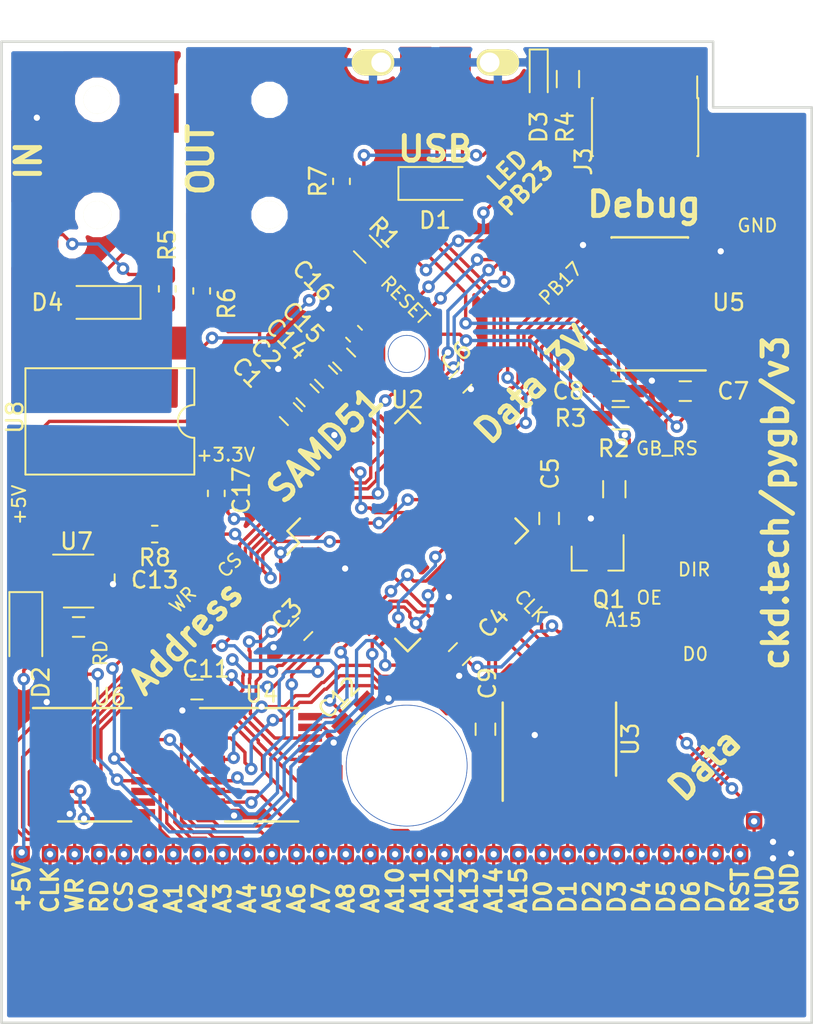
<source format=kicad_pcb>
(kicad_pcb (version 20171130) (host pcbnew "(5.0.1-3-g963ef8bb5)")

  (general
    (thickness 1.6)
    (drawings 63)
    (tracks 1284)
    (zones 0)
    (modules 92)
    (nets 109)
  )

  (page A4)
  (layers
    (0 F.Cu signal)
    (31 B.Cu signal)
    (32 B.Adhes user)
    (33 F.Adhes user)
    (34 B.Paste user)
    (35 F.Paste user)
    (36 B.SilkS user)
    (37 F.SilkS user)
    (38 B.Mask user)
    (39 F.Mask user)
    (40 Dwgs.User user)
    (41 Cmts.User user)
    (42 Eco1.User user)
    (43 Eco2.User user)
    (44 Edge.Cuts user)
    (45 Margin user)
    (46 B.CrtYd user)
    (47 F.CrtYd user)
    (48 B.Fab user)
    (49 F.Fab user hide)
  )

  (setup
    (last_trace_width 0.2032)
    (trace_clearance 0.1524)
    (zone_clearance 0.3)
    (zone_45_only no)
    (trace_min 0.1524)
    (segment_width 0.2)
    (edge_width 0.15)
    (via_size 0.762)
    (via_drill 0.381)
    (via_min_size 0.4)
    (via_min_drill 0.3)
    (uvia_size 0.3)
    (uvia_drill 0.1)
    (uvias_allowed no)
    (uvia_min_size 0.2)
    (uvia_min_drill 0.1)
    (pcb_text_width 0.3)
    (pcb_text_size 1.5 1.5)
    (mod_edge_width 0.15)
    (mod_text_size 1 1)
    (mod_text_width 0.15)
    (pad_size 1 6)
    (pad_drill 0)
    (pad_to_mask_clearance 0.0508)
    (solder_mask_min_width 0.25)
    (aux_axis_origin 0 0)
    (grid_origin 113.445 94.488)
    (visible_elements FFFFFF7F)
    (pcbplotparams
      (layerselection 0x010fc_ffffffff)
      (usegerberextensions false)
      (usegerberattributes false)
      (usegerberadvancedattributes false)
      (creategerberjobfile false)
      (excludeedgelayer true)
      (linewidth 0.100000)
      (plotframeref false)
      (viasonmask false)
      (mode 1)
      (useauxorigin false)
      (hpglpennumber 1)
      (hpglpenspeed 20)
      (hpglpendiameter 15.000000)
      (psnegative false)
      (psa4output false)
      (plotreference true)
      (plotvalue true)
      (plotinvisibletext false)
      (padsonsilk false)
      (subtractmaskfromsilk false)
      (outputformat 1)
      (mirror false)
      (drillshape 0)
      (scaleselection 1)
      (outputdirectory "gerber/"))
  )

  (net 0 "")
  (net 1 +5V)
  (net 2 /D0)
  (net 3 /D1)
  (net 4 /D2)
  (net 5 GND)
  (net 6 /D3)
  (net 7 /D4)
  (net 8 /D5)
  (net 9 /D6)
  (net 10 /D7)
  (net 11 "Net-(U2-Pad60)")
  (net 12 "Net-(U2-Pad55)")
  (net 13 "Net-(U2-Pad51)")
  (net 14 "Net-(U2-Pad31)")
  (net 15 "Net-(U2-Pad30)")
  (net 16 "Net-(U2-Pad29)")
  (net 17 "Net-(U2-Pad4)")
  (net 18 "Net-(U2-Pad3)")
  (net 19 "Net-(U2-Pad2)")
  (net 20 "Net-(U2-Pad1)")
  (net 21 "Net-(U3-Pad9)")
  (net 22 "Net-(U3-Pad7)")
  (net 23 "Net-(U3-Pad5)")
  (net 24 "Net-(U3-Pad3)")
  (net 25 +3V3)
  (net 26 /SWDIO)
  (net 27 /SWCLK)
  (net 28 /CLK)
  (net 29 /WR)
  (net 30 /RD)
  (net 31 /CS)
  (net 32 /A0)
  (net 33 /A1)
  (net 34 /A2)
  (net 35 /A3)
  (net 36 /A4)
  (net 37 /A5)
  (net 38 /A6)
  (net 39 /A7)
  (net 40 /A8)
  (net 41 /A9)
  (net 42 /A10)
  (net 43 /A11)
  (net 44 /A12)
  (net 45 /A13)
  (net 46 /A14)
  (net 47 /A15)
  (net 48 /RESET)
  (net 49 /DATA_OE)
  (net 50 /DIR)
  (net 51 "Net-(J1-Pad1)")
  (net 52 "Net-(J2-Pad1)")
  (net 53 /3V_D0)
  (net 54 /3V_D1)
  (net 55 /3V_D2)
  (net 56 /3V_D3)
  (net 57 /3V_D4)
  (net 58 /3V_D5)
  (net 59 /3V_D6)
  (net 60 /3V_D7)
  (net 61 "Net-(U7-Pad4)")
  (net 62 /GB_RESET)
  (net 63 /SAMD_RESET)
  (net 64 "Net-(J3-Pad9)")
  (net 65 "Net-(J3-Pad8)")
  (net 66 "Net-(J3-Pad7)")
  (net 67 VBUS)
  (net 68 "Net-(J4-Pad4)")
  (net 69 /3V_A12)
  (net 70 /3V_A13)
  (net 71 /3V_A14)
  (net 72 /3V_A15)
  (net 73 /3V_A11)
  (net 74 /3V_A10)
  (net 75 /3V_A9)
  (net 76 /3V_A8)
  (net 77 /3V_A7)
  (net 78 /3V_A6)
  (net 79 /3V_A5)
  (net 80 /3V_A4)
  (net 81 /3V_CLK)
  (net 82 /3V_WR)
  (net 83 /3V_RD)
  (net 84 /3V_CS)
  (net 85 /3V_A0)
  (net 86 /3V_A1)
  (net 87 /3V_A2)
  (net 88 /3V_A3)
  (net 89 /USB_D-)
  (net 90 /USB_D+)
  (net 91 "Net-(D3-Pad1)")
  (net 92 /LED)
  (net 93 +BATT)
  (net 94 "Net-(TP31-Pad1)")
  (net 95 /SWO)
  (net 96 "Net-(C14-Pad2)")
  (net 97 "Net-(TP44-Pad1)")
  (net 98 /MIDI_IN)
  (net 99 "Net-(J6-PadR)")
  (net 100 /MIDI_OUT)
  (net 101 "Net-(J6-PadT)")
  (net 102 "Net-(J5-PadT)")
  (net 103 "Net-(D4-Pad1)")
  (net 104 "Net-(U8-Pad1)")
  (net 105 "Net-(D4-Pad2)")
  (net 106 "Net-(U8-Pad7)")
  (net 107 "Net-(U8-Pad4)")
  (net 108 /SHIELD)

  (net_class Default "This is the default net class."
    (clearance 0.1524)
    (trace_width 0.2032)
    (via_dia 0.762)
    (via_drill 0.381)
    (uvia_dia 0.3)
    (uvia_drill 0.1)
    (add_net +3V3)
    (add_net +5V)
    (add_net +BATT)
    (add_net /3V_A0)
    (add_net /3V_A1)
    (add_net /3V_A10)
    (add_net /3V_A11)
    (add_net /3V_A12)
    (add_net /3V_A13)
    (add_net /3V_A14)
    (add_net /3V_A15)
    (add_net /3V_A2)
    (add_net /3V_A3)
    (add_net /3V_A4)
    (add_net /3V_A5)
    (add_net /3V_A6)
    (add_net /3V_A7)
    (add_net /3V_A8)
    (add_net /3V_A9)
    (add_net /3V_CLK)
    (add_net /3V_CS)
    (add_net /3V_D0)
    (add_net /3V_D1)
    (add_net /3V_D2)
    (add_net /3V_D3)
    (add_net /3V_D4)
    (add_net /3V_D5)
    (add_net /3V_D6)
    (add_net /3V_D7)
    (add_net /3V_RD)
    (add_net /3V_WR)
    (add_net /A0)
    (add_net /A1)
    (add_net /A10)
    (add_net /A11)
    (add_net /A12)
    (add_net /A13)
    (add_net /A14)
    (add_net /A15)
    (add_net /A2)
    (add_net /A3)
    (add_net /A4)
    (add_net /A5)
    (add_net /A6)
    (add_net /A7)
    (add_net /A8)
    (add_net /A9)
    (add_net /CLK)
    (add_net /CS)
    (add_net /D0)
    (add_net /D1)
    (add_net /D2)
    (add_net /D3)
    (add_net /D4)
    (add_net /D5)
    (add_net /D6)
    (add_net /D7)
    (add_net /DATA_OE)
    (add_net /DIR)
    (add_net /GB_RESET)
    (add_net /LED)
    (add_net /MIDI_IN)
    (add_net /MIDI_OUT)
    (add_net /RD)
    (add_net /RESET)
    (add_net /SAMD_RESET)
    (add_net /SHIELD)
    (add_net /SWCLK)
    (add_net /SWDIO)
    (add_net /SWO)
    (add_net /USB_D+)
    (add_net /USB_D-)
    (add_net /WR)
    (add_net GND)
    (add_net "Net-(C14-Pad2)")
    (add_net "Net-(D3-Pad1)")
    (add_net "Net-(D4-Pad1)")
    (add_net "Net-(D4-Pad2)")
    (add_net "Net-(J1-Pad1)")
    (add_net "Net-(J2-Pad1)")
    (add_net "Net-(J3-Pad7)")
    (add_net "Net-(J3-Pad8)")
    (add_net "Net-(J3-Pad9)")
    (add_net "Net-(J4-Pad4)")
    (add_net "Net-(J5-PadT)")
    (add_net "Net-(J6-PadR)")
    (add_net "Net-(J6-PadT)")
    (add_net "Net-(TP31-Pad1)")
    (add_net "Net-(TP44-Pad1)")
    (add_net "Net-(U2-Pad1)")
    (add_net "Net-(U2-Pad2)")
    (add_net "Net-(U2-Pad29)")
    (add_net "Net-(U2-Pad3)")
    (add_net "Net-(U2-Pad30)")
    (add_net "Net-(U2-Pad31)")
    (add_net "Net-(U2-Pad4)")
    (add_net "Net-(U2-Pad51)")
    (add_net "Net-(U2-Pad55)")
    (add_net "Net-(U2-Pad60)")
    (add_net "Net-(U3-Pad3)")
    (add_net "Net-(U3-Pad5)")
    (add_net "Net-(U3-Pad7)")
    (add_net "Net-(U3-Pad9)")
    (add_net "Net-(U7-Pad4)")
    (add_net "Net-(U8-Pad1)")
    (add_net "Net-(U8-Pad4)")
    (add_net "Net-(U8-Pad7)")
    (add_net VBUS)
  )

  (module cui-audio:CUI_SJ-3523-SMT-TR (layer F.Cu) (tedit 5C457822) (tstamp 5C69DDA2)
    (at 116.3025 45.339 270)
    (path /5C45CE1E)
    (attr smd)
    (fp_text reference J6 (at -3.46549 -6.14473 270) (layer F.SilkS) hide
      (effects (font (size 1.00158 1.00158) (thickness 0.05)))
    )
    (fp_text value "MIDI OUT" (at 0 3.556 270) (layer F.SilkS) hide
      (effects (font (size 1.0005 1.0005) (thickness 0.05)))
    )
    (fp_line (start -7 -3) (end 7.5 -3) (layer F.CrtYd) (width 0.15))
    (fp_line (start 7.5 -3) (end 7.5 3) (layer F.CrtYd) (width 0.15))
    (fp_line (start 7.5 3) (end -7 3) (layer F.CrtYd) (width 0.15))
    (fp_line (start -7 -2.5) (end -9.5 -2.5) (layer F.CrtYd) (width 0.15))
    (fp_line (start -9.5 -2.5) (end -9.5 2.5) (layer F.CrtYd) (width 0.15))
    (fp_line (start -9.5 2.5) (end -7 2.5) (layer F.CrtYd) (width 0.15))
    (fp_line (start -7 2.5) (end -7 3) (layer F.CrtYd) (width 0.15))
    (fp_line (start -7 -2.5) (end -7 -3) (layer F.CrtYd) (width 0.15))
    (pad "" np_thru_hole circle (at 3.5 0 270) (size 1.7 1.7) (drill 1.7) (layers *.Cu *.Mask F.SilkS))
    (pad "" np_thru_hole circle (at -3.5 0 270) (size 1.7 1.7) (drill 1.7) (layers *.Cu *.Mask F.SilkS))
    (pad R smd rect (at -2.6 -3.675 270) (size 2.2 2.8) (layers F.Cu F.Paste F.Mask)
      (net 99 "Net-(J6-PadR)"))
    (pad T smd rect (at 4.8 3.675 270) (size 2.8 2.8) (layers F.Cu F.Paste F.Mask)
      (net 101 "Net-(J6-PadT)"))
    (pad S smd rect (at -4.6 3.675 270) (size 2.2 2.8) (layers F.Cu F.Paste F.Mask)
      (net 5 GND))
  )

  (module keystone:5015-SMT-TestPoint (layer F.Cu) (tedit 5B1E1383) (tstamp 5C6A304C)
    (at 142.2105 77.978 90)
    (path /5C4A8892)
    (fp_text reference TP47 (at 0 2.25 90) (layer F.SilkS) hide
      (effects (font (size 1 1) (thickness 0.15)))
    )
    (fp_text value D0 (at 0 -0.5 90) (layer F.Fab)
      (effects (font (size 1 1) (thickness 0.15)))
    )
    (pad 1 smd rect (at 0 0 90) (size 3.43 1.78) (layers F.Cu F.Paste F.Mask)
      (net 2 /D0))
  )

  (module Capacitor_SMD:C_0603_1608Metric_Pad1.05x0.95mm_HandSolder (layer F.Cu) (tedit 5B301BBE) (tstamp 5C6A0BF7)
    (at 113.064 65.786 90)
    (descr "Capacitor SMD 0603 (1608 Metric), square (rectangular) end terminal, IPC_7351 nominal with elongated pad for handsoldering. (Body size source: http://www.tortai-tech.com/upload/download/2011102023233369053.pdf), generated with kicad-footprint-generator")
    (tags "capacitor handsolder")
    (path /5C49B1E3)
    (attr smd)
    (fp_text reference C17 (at 0.1905 1.524 90) (layer F.SilkS)
      (effects (font (size 1 1) (thickness 0.15)))
    )
    (fp_text value C_Small (at 0 1.43 90) (layer F.Fab)
      (effects (font (size 1 1) (thickness 0.15)))
    )
    (fp_line (start -0.8 0.4) (end -0.8 -0.4) (layer F.Fab) (width 0.1))
    (fp_line (start -0.8 -0.4) (end 0.8 -0.4) (layer F.Fab) (width 0.1))
    (fp_line (start 0.8 -0.4) (end 0.8 0.4) (layer F.Fab) (width 0.1))
    (fp_line (start 0.8 0.4) (end -0.8 0.4) (layer F.Fab) (width 0.1))
    (fp_line (start -0.171267 -0.51) (end 0.171267 -0.51) (layer F.SilkS) (width 0.12))
    (fp_line (start -0.171267 0.51) (end 0.171267 0.51) (layer F.SilkS) (width 0.12))
    (fp_line (start -1.65 0.73) (end -1.65 -0.73) (layer F.CrtYd) (width 0.05))
    (fp_line (start -1.65 -0.73) (end 1.65 -0.73) (layer F.CrtYd) (width 0.05))
    (fp_line (start 1.65 -0.73) (end 1.65 0.73) (layer F.CrtYd) (width 0.05))
    (fp_line (start 1.65 0.73) (end -1.65 0.73) (layer F.CrtYd) (width 0.05))
    (fp_text user %R (at 0 0 90) (layer F.Fab)
      (effects (font (size 0.4 0.4) (thickness 0.06)))
    )
    (pad 1 smd roundrect (at -0.875 0 90) (size 1.05 0.95) (layers F.Cu F.Paste F.Mask) (roundrect_rratio 0.25)
      (net 25 +3V3))
    (pad 2 smd roundrect (at 0.875 0 90) (size 1.05 0.95) (layers F.Cu F.Paste F.Mask) (roundrect_rratio 0.25)
      (net 5 GND))
    (model ${KISYS3DMOD}/Capacitor_SMD.3dshapes/C_0603_1608Metric.wrl
      (at (xyz 0 0 0))
      (scale (xyz 1 1 1))
      (rotate (xyz 0 0 0))
    )
  )

  (module cui-audio:CUI_SJ-3523-SMT-TR (layer F.Cu) (tedit 5C4571E8) (tstamp 5C69DDB2)
    (at 105.825 45.339 270)
    (path /5C45C8C3)
    (attr smd)
    (fp_text reference J5 (at -3.46549 -6.14473 270) (layer F.SilkS) hide
      (effects (font (size 1.00158 1.00158) (thickness 0.05)))
    )
    (fp_text value "MIDI IN" (at 0.508 4.2545 270) (layer F.SilkS) hide
      (effects (font (size 1.0005 1.0005) (thickness 0.05)))
    )
    (fp_line (start -7 -2.5) (end -7 -3) (layer F.CrtYd) (width 0.15))
    (fp_line (start -7 2.5) (end -7 3) (layer F.CrtYd) (width 0.15))
    (fp_line (start -9.5 2.5) (end -7 2.5) (layer F.CrtYd) (width 0.15))
    (fp_line (start -9.5 -2.5) (end -9.5 2.5) (layer F.CrtYd) (width 0.15))
    (fp_line (start -7 -2.5) (end -9.5 -2.5) (layer F.CrtYd) (width 0.15))
    (fp_line (start 7.5 3) (end -7 3) (layer F.CrtYd) (width 0.15))
    (fp_line (start 7.5 -3) (end 7.5 3) (layer F.CrtYd) (width 0.15))
    (fp_line (start -7 -3) (end 7.5 -3) (layer F.CrtYd) (width 0.15))
    (pad S smd rect (at -4.6 3.675 270) (size 2.3 2.8) (layers F.Cu F.Paste F.Mask)
      (net 108 /SHIELD))
    (pad T smd rect (at 4.7 3.675 270) (size 2.8 2.6) (layers F.Cu F.Paste F.Mask)
      (net 102 "Net-(J5-PadT)"))
    (pad R smd rect (at -2.7 -3.675 270) (size 2.4 2.55) (layers F.Cu F.Paste F.Mask)
      (net 105 "Net-(D4-Pad2)"))
    (pad "" np_thru_hole circle (at -3.5 0 270) (size 1.7 1.7) (drill 1.7) (layers *.Cu *.Mask F.SilkS))
    (pad "" np_thru_hole circle (at 3.5 0 270) (size 1.7 1.7) (drill 1.7) (layers *.Cu *.Mask F.SilkS))
  )

  (module Capacitor_SMD:C_0603_1608Metric_Pad1.05x0.95mm_HandSolder (layer F.Cu) (tedit 5B301BBE) (tstamp 5C5DC65E)
    (at 121.446 56.0705 135)
    (descr "Capacitor SMD 0603 (1608 Metric), square (rectangular) end terminal, IPC_7351 nominal with elongated pad for handsoldering. (Body size source: http://www.tortai-tech.com/upload/download/2011102023233369053.pdf), generated with kicad-footprint-generator")
    (tags "capacitor handsolder")
    (path /5C44D705)
    (attr smd)
    (fp_text reference C16 (at 4.041115 0.538815 135) (layer F.SilkS)
      (effects (font (size 1 1) (thickness 0.15)))
    )
    (fp_text value C_Small (at 0 1.43 135) (layer F.Fab)
      (effects (font (size 1 1) (thickness 0.15)))
    )
    (fp_line (start -0.8 0.4) (end -0.8 -0.4) (layer F.Fab) (width 0.1))
    (fp_line (start -0.8 -0.4) (end 0.8 -0.4) (layer F.Fab) (width 0.1))
    (fp_line (start 0.8 -0.4) (end 0.8 0.4) (layer F.Fab) (width 0.1))
    (fp_line (start 0.8 0.4) (end -0.8 0.4) (layer F.Fab) (width 0.1))
    (fp_line (start -0.171267 -0.51) (end 0.171267 -0.51) (layer F.SilkS) (width 0.12))
    (fp_line (start -0.171267 0.51) (end 0.171267 0.51) (layer F.SilkS) (width 0.12))
    (fp_line (start -1.65 0.73) (end -1.65 -0.73) (layer F.CrtYd) (width 0.05))
    (fp_line (start -1.65 -0.73) (end 1.65 -0.73) (layer F.CrtYd) (width 0.05))
    (fp_line (start 1.65 -0.73) (end 1.65 0.73) (layer F.CrtYd) (width 0.05))
    (fp_line (start 1.65 0.73) (end -1.65 0.73) (layer F.CrtYd) (width 0.05))
    (fp_text user %R (at 0 0 135) (layer F.Fab)
      (effects (font (size 0.4 0.4) (thickness 0.06)))
    )
    (pad 1 smd roundrect (at -0.875 0 135) (size 1.05 0.95) (layers F.Cu F.Paste F.Mask) (roundrect_rratio 0.25)
      (net 63 /SAMD_RESET))
    (pad 2 smd roundrect (at 0.875 0 135) (size 1.05 0.95) (layers F.Cu F.Paste F.Mask) (roundrect_rratio 0.25)
      (net 5 GND))
    (model ${KISYS3DMOD}/Capacitor_SMD.3dshapes/C_0603_1608Metric.wrl
      (at (xyz 0 0 0))
      (scale (xyz 1 1 1))
      (rotate (xyz 0 0 0))
    )
  )

  (module Diode_SMD:D_SOD-123 (layer F.Cu) (tedit 58645DC7) (tstamp 5C5DC46D)
    (at 106.206 54.1655 180)
    (descr SOD-123)
    (tags SOD-123)
    (path /5C46C6A8)
    (attr smd)
    (fp_text reference D4 (at 3.429 0 180) (layer F.SilkS)
      (effects (font (size 1 1) (thickness 0.15)))
    )
    (fp_text value 1N4148W (at 0 2.1 180) (layer F.Fab)
      (effects (font (size 1 1) (thickness 0.15)))
    )
    (fp_text user %R (at 0 -2 180) (layer F.Fab)
      (effects (font (size 1 1) (thickness 0.15)))
    )
    (fp_line (start -2.25 -1) (end -2.25 1) (layer F.SilkS) (width 0.12))
    (fp_line (start 0.25 0) (end 0.75 0) (layer F.Fab) (width 0.1))
    (fp_line (start 0.25 0.4) (end -0.35 0) (layer F.Fab) (width 0.1))
    (fp_line (start 0.25 -0.4) (end 0.25 0.4) (layer F.Fab) (width 0.1))
    (fp_line (start -0.35 0) (end 0.25 -0.4) (layer F.Fab) (width 0.1))
    (fp_line (start -0.35 0) (end -0.35 0.55) (layer F.Fab) (width 0.1))
    (fp_line (start -0.35 0) (end -0.35 -0.55) (layer F.Fab) (width 0.1))
    (fp_line (start -0.75 0) (end -0.35 0) (layer F.Fab) (width 0.1))
    (fp_line (start -1.4 0.9) (end -1.4 -0.9) (layer F.Fab) (width 0.1))
    (fp_line (start 1.4 0.9) (end -1.4 0.9) (layer F.Fab) (width 0.1))
    (fp_line (start 1.4 -0.9) (end 1.4 0.9) (layer F.Fab) (width 0.1))
    (fp_line (start -1.4 -0.9) (end 1.4 -0.9) (layer F.Fab) (width 0.1))
    (fp_line (start -2.35 -1.15) (end 2.35 -1.15) (layer F.CrtYd) (width 0.05))
    (fp_line (start 2.35 -1.15) (end 2.35 1.15) (layer F.CrtYd) (width 0.05))
    (fp_line (start 2.35 1.15) (end -2.35 1.15) (layer F.CrtYd) (width 0.05))
    (fp_line (start -2.35 -1.15) (end -2.35 1.15) (layer F.CrtYd) (width 0.05))
    (fp_line (start -2.25 1) (end 1.65 1) (layer F.SilkS) (width 0.12))
    (fp_line (start -2.25 -1) (end 1.65 -1) (layer F.SilkS) (width 0.12))
    (pad 1 smd rect (at -1.65 0 180) (size 0.9 1.2) (layers F.Cu F.Paste F.Mask)
      (net 103 "Net-(D4-Pad1)"))
    (pad 2 smd rect (at 1.65 0 180) (size 0.9 1.2) (layers F.Cu F.Paste F.Mask)
      (net 105 "Net-(D4-Pad2)"))
    (model ${KISYS3DMOD}/Diode_SMD.3dshapes/D_SOD-123.wrl
      (at (xyz 0 0 0))
      (scale (xyz 1 1 1))
      (rotate (xyz 0 0 0))
    )
  )

  (module Package_DIP:SMDIP-8_W9.53mm (layer F.Cu) (tedit 5A02E8C5) (tstamp 5C5DC1FA)
    (at 106.587 61.4045 270)
    (descr "8-lead surface-mounted (SMD) DIP package, row spacing 9.53 mm (375 mils)")
    (tags "SMD DIP DIL PDIP SMDIP 2.54mm 9.53mm 375mil")
    (path /5C45ED75)
    (attr smd)
    (fp_text reference U8 (at -0.254 5.7785 270) (layer F.SilkS)
      (effects (font (size 1 1) (thickness 0.15)))
    )
    (fp_text value 6N137S (at 0 6.14 270) (layer F.Fab)
      (effects (font (size 1 1) (thickness 0.15)))
    )
    (fp_arc (start 0 -5.14) (end -1 -5.14) (angle -180) (layer F.SilkS) (width 0.12))
    (fp_line (start -2.175 -5.08) (end 3.175 -5.08) (layer F.Fab) (width 0.1))
    (fp_line (start 3.175 -5.08) (end 3.175 5.08) (layer F.Fab) (width 0.1))
    (fp_line (start 3.175 5.08) (end -3.175 5.08) (layer F.Fab) (width 0.1))
    (fp_line (start -3.175 5.08) (end -3.175 -4.08) (layer F.Fab) (width 0.1))
    (fp_line (start -3.175 -4.08) (end -2.175 -5.08) (layer F.Fab) (width 0.1))
    (fp_line (start -1 -5.14) (end -3.235 -5.14) (layer F.SilkS) (width 0.12))
    (fp_line (start -3.235 -5.14) (end -3.235 5.14) (layer F.SilkS) (width 0.12))
    (fp_line (start -3.235 5.14) (end 3.235 5.14) (layer F.SilkS) (width 0.12))
    (fp_line (start 3.235 5.14) (end 3.235 -5.14) (layer F.SilkS) (width 0.12))
    (fp_line (start 3.235 -5.14) (end 1 -5.14) (layer F.SilkS) (width 0.12))
    (fp_line (start -6.05 -5.35) (end -6.05 5.35) (layer F.CrtYd) (width 0.05))
    (fp_line (start -6.05 5.35) (end 6.05 5.35) (layer F.CrtYd) (width 0.05))
    (fp_line (start 6.05 5.35) (end 6.05 -5.35) (layer F.CrtYd) (width 0.05))
    (fp_line (start 6.05 -5.35) (end -6.05 -5.35) (layer F.CrtYd) (width 0.05))
    (fp_text user %R (at 0 0 270) (layer F.Fab)
      (effects (font (size 1 1) (thickness 0.15)))
    )
    (pad 1 smd rect (at -4.765 -3.81 270) (size 2 1.78) (layers F.Cu F.Paste F.Mask)
      (net 104 "Net-(U8-Pad1)"))
    (pad 5 smd rect (at 4.765 3.81 270) (size 2 1.78) (layers F.Cu F.Paste F.Mask)
      (net 5 GND))
    (pad 2 smd rect (at -4.765 -1.27 270) (size 2 1.78) (layers F.Cu F.Paste F.Mask)
      (net 103 "Net-(D4-Pad1)"))
    (pad 6 smd rect (at 4.765 1.27 270) (size 2 1.78) (layers F.Cu F.Paste F.Mask)
      (net 98 /MIDI_IN))
    (pad 3 smd rect (at -4.765 1.27 270) (size 2 1.78) (layers F.Cu F.Paste F.Mask)
      (net 105 "Net-(D4-Pad2)"))
    (pad 7 smd rect (at 4.765 -1.27 270) (size 2 1.78) (layers F.Cu F.Paste F.Mask)
      (net 106 "Net-(U8-Pad7)"))
    (pad 4 smd rect (at -4.765 3.81 270) (size 2 1.78) (layers F.Cu F.Paste F.Mask)
      (net 107 "Net-(U8-Pad4)"))
    (pad 8 smd rect (at 4.765 -3.81 270) (size 2 1.78) (layers F.Cu F.Paste F.Mask)
      (net 25 +3V3))
    (model ${KISYS3DMOD}/Package_DIP.3dshapes/SMDIP-8_W9.53mm.wrl
      (at (xyz 0 0 0))
      (scale (xyz 1 1 1))
      (rotate (xyz 0 0 0))
    )
  )

  (module Resistor_SMD:R_0603_1608Metric_Pad1.05x0.95mm_HandSolder (layer F.Cu) (tedit 5B301BBD) (tstamp 5C5DC166)
    (at 110.0795 53.34 90)
    (descr "Resistor SMD 0603 (1608 Metric), square (rectangular) end terminal, IPC_7351 nominal with elongated pad for handsoldering. (Body size source: http://www.tortai-tech.com/upload/download/2011102023233369053.pdf), generated with kicad-footprint-generator")
    (tags "resistor handsolder")
    (path /5C46EB14)
    (attr smd)
    (fp_text reference R5 (at 2.667 0 90) (layer F.SilkS)
      (effects (font (size 1 1) (thickness 0.15)))
    )
    (fp_text value R_Small (at 0 1.43 90) (layer F.Fab)
      (effects (font (size 1 1) (thickness 0.15)))
    )
    (fp_text user %R (at 0 0 90) (layer F.Fab)
      (effects (font (size 0.4 0.4) (thickness 0.06)))
    )
    (fp_line (start 1.65 0.73) (end -1.65 0.73) (layer F.CrtYd) (width 0.05))
    (fp_line (start 1.65 -0.73) (end 1.65 0.73) (layer F.CrtYd) (width 0.05))
    (fp_line (start -1.65 -0.73) (end 1.65 -0.73) (layer F.CrtYd) (width 0.05))
    (fp_line (start -1.65 0.73) (end -1.65 -0.73) (layer F.CrtYd) (width 0.05))
    (fp_line (start -0.171267 0.51) (end 0.171267 0.51) (layer F.SilkS) (width 0.12))
    (fp_line (start -0.171267 -0.51) (end 0.171267 -0.51) (layer F.SilkS) (width 0.12))
    (fp_line (start 0.8 0.4) (end -0.8 0.4) (layer F.Fab) (width 0.1))
    (fp_line (start 0.8 -0.4) (end 0.8 0.4) (layer F.Fab) (width 0.1))
    (fp_line (start -0.8 -0.4) (end 0.8 -0.4) (layer F.Fab) (width 0.1))
    (fp_line (start -0.8 0.4) (end -0.8 -0.4) (layer F.Fab) (width 0.1))
    (pad 2 smd roundrect (at 0.875 0 90) (size 1.05 0.95) (layers F.Cu F.Paste F.Mask) (roundrect_rratio 0.25)
      (net 102 "Net-(J5-PadT)"))
    (pad 1 smd roundrect (at -0.875 0 90) (size 1.05 0.95) (layers F.Cu F.Paste F.Mask) (roundrect_rratio 0.25)
      (net 103 "Net-(D4-Pad1)"))
    (model ${KISYS3DMOD}/Resistor_SMD.3dshapes/R_0603_1608Metric.wrl
      (at (xyz 0 0 0))
      (scale (xyz 1 1 1))
      (rotate (xyz 0 0 0))
    )
  )

  (module Resistor_SMD:R_0603_1608Metric_Pad1.05x0.95mm_HandSolder (layer F.Cu) (tedit 5B301BBD) (tstamp 5C5DC155)
    (at 112.175 53.467 90)
    (descr "Resistor SMD 0603 (1608 Metric), square (rectangular) end terminal, IPC_7351 nominal with elongated pad for handsoldering. (Body size source: http://www.tortai-tech.com/upload/download/2011102023233369053.pdf), generated with kicad-footprint-generator")
    (tags "resistor handsolder")
    (path /5C484901)
    (attr smd)
    (fp_text reference R6 (at -0.762 1.524 90) (layer F.SilkS)
      (effects (font (size 1 1) (thickness 0.15)))
    )
    (fp_text value R_Small (at 0 1.43 90) (layer F.Fab)
      (effects (font (size 1 1) (thickness 0.15)))
    )
    (fp_line (start -0.8 0.4) (end -0.8 -0.4) (layer F.Fab) (width 0.1))
    (fp_line (start -0.8 -0.4) (end 0.8 -0.4) (layer F.Fab) (width 0.1))
    (fp_line (start 0.8 -0.4) (end 0.8 0.4) (layer F.Fab) (width 0.1))
    (fp_line (start 0.8 0.4) (end -0.8 0.4) (layer F.Fab) (width 0.1))
    (fp_line (start -0.171267 -0.51) (end 0.171267 -0.51) (layer F.SilkS) (width 0.12))
    (fp_line (start -0.171267 0.51) (end 0.171267 0.51) (layer F.SilkS) (width 0.12))
    (fp_line (start -1.65 0.73) (end -1.65 -0.73) (layer F.CrtYd) (width 0.05))
    (fp_line (start -1.65 -0.73) (end 1.65 -0.73) (layer F.CrtYd) (width 0.05))
    (fp_line (start 1.65 -0.73) (end 1.65 0.73) (layer F.CrtYd) (width 0.05))
    (fp_line (start 1.65 0.73) (end -1.65 0.73) (layer F.CrtYd) (width 0.05))
    (fp_text user %R (at 0 0 90) (layer F.Fab)
      (effects (font (size 0.4 0.4) (thickness 0.06)))
    )
    (pad 1 smd roundrect (at -0.875 0 90) (size 1.05 0.95) (layers F.Cu F.Paste F.Mask) (roundrect_rratio 0.25)
      (net 25 +3V3))
    (pad 2 smd roundrect (at 0.875 0 90) (size 1.05 0.95) (layers F.Cu F.Paste F.Mask) (roundrect_rratio 0.25)
      (net 101 "Net-(J6-PadT)"))
    (model ${KISYS3DMOD}/Resistor_SMD.3dshapes/R_0603_1608Metric.wrl
      (at (xyz 0 0 0))
      (scale (xyz 1 1 1))
      (rotate (xyz 0 0 0))
    )
  )

  (module Resistor_SMD:R_0603_1608Metric_Pad1.05x0.95mm_HandSolder (layer F.Cu) (tedit 5B301BBD) (tstamp 5C5DC144)
    (at 120.684 46.7995 90)
    (descr "Resistor SMD 0603 (1608 Metric), square (rectangular) end terminal, IPC_7351 nominal with elongated pad for handsoldering. (Body size source: http://www.tortai-tech.com/upload/download/2011102023233369053.pdf), generated with kicad-footprint-generator")
    (tags "resistor handsolder")
    (path /5C4844BB)
    (attr smd)
    (fp_text reference R7 (at 0 -1.43 90) (layer F.SilkS)
      (effects (font (size 1 1) (thickness 0.15)))
    )
    (fp_text value R_Small (at 0 1.43 90) (layer F.Fab)
      (effects (font (size 1 1) (thickness 0.15)))
    )
    (fp_text user %R (at 0 0 90) (layer F.Fab)
      (effects (font (size 0.4 0.4) (thickness 0.06)))
    )
    (fp_line (start 1.65 0.73) (end -1.65 0.73) (layer F.CrtYd) (width 0.05))
    (fp_line (start 1.65 -0.73) (end 1.65 0.73) (layer F.CrtYd) (width 0.05))
    (fp_line (start -1.65 -0.73) (end 1.65 -0.73) (layer F.CrtYd) (width 0.05))
    (fp_line (start -1.65 0.73) (end -1.65 -0.73) (layer F.CrtYd) (width 0.05))
    (fp_line (start -0.171267 0.51) (end 0.171267 0.51) (layer F.SilkS) (width 0.12))
    (fp_line (start -0.171267 -0.51) (end 0.171267 -0.51) (layer F.SilkS) (width 0.12))
    (fp_line (start 0.8 0.4) (end -0.8 0.4) (layer F.Fab) (width 0.1))
    (fp_line (start 0.8 -0.4) (end 0.8 0.4) (layer F.Fab) (width 0.1))
    (fp_line (start -0.8 -0.4) (end 0.8 -0.4) (layer F.Fab) (width 0.1))
    (fp_line (start -0.8 0.4) (end -0.8 -0.4) (layer F.Fab) (width 0.1))
    (pad 2 smd roundrect (at 0.875 0 90) (size 1.05 0.95) (layers F.Cu F.Paste F.Mask) (roundrect_rratio 0.25)
      (net 99 "Net-(J6-PadR)"))
    (pad 1 smd roundrect (at -0.875 0 90) (size 1.05 0.95) (layers F.Cu F.Paste F.Mask) (roundrect_rratio 0.25)
      (net 100 /MIDI_OUT))
    (model ${KISYS3DMOD}/Resistor_SMD.3dshapes/R_0603_1608Metric.wrl
      (at (xyz 0 0 0))
      (scale (xyz 1 1 1))
      (rotate (xyz 0 0 0))
    )
  )

  (module Resistor_SMD:R_0603_1608Metric_Pad1.05x0.95mm_HandSolder (layer F.Cu) (tedit 5B301BBD) (tstamp 5C5DC133)
    (at 109.3175 68.2625 180)
    (descr "Resistor SMD 0603 (1608 Metric), square (rectangular) end terminal, IPC_7351 nominal with elongated pad for handsoldering. (Body size source: http://www.tortai-tech.com/upload/download/2011102023233369053.pdf), generated with kicad-footprint-generator")
    (tags "resistor handsolder")
    (path /5C46445B)
    (attr smd)
    (fp_text reference R8 (at 0 -1.43 180) (layer F.SilkS)
      (effects (font (size 1 1) (thickness 0.15)))
    )
    (fp_text value 10k (at 0 1.43 180) (layer F.Fab)
      (effects (font (size 1 1) (thickness 0.15)))
    )
    (fp_line (start -0.8 0.4) (end -0.8 -0.4) (layer F.Fab) (width 0.1))
    (fp_line (start -0.8 -0.4) (end 0.8 -0.4) (layer F.Fab) (width 0.1))
    (fp_line (start 0.8 -0.4) (end 0.8 0.4) (layer F.Fab) (width 0.1))
    (fp_line (start 0.8 0.4) (end -0.8 0.4) (layer F.Fab) (width 0.1))
    (fp_line (start -0.171267 -0.51) (end 0.171267 -0.51) (layer F.SilkS) (width 0.12))
    (fp_line (start -0.171267 0.51) (end 0.171267 0.51) (layer F.SilkS) (width 0.12))
    (fp_line (start -1.65 0.73) (end -1.65 -0.73) (layer F.CrtYd) (width 0.05))
    (fp_line (start -1.65 -0.73) (end 1.65 -0.73) (layer F.CrtYd) (width 0.05))
    (fp_line (start 1.65 -0.73) (end 1.65 0.73) (layer F.CrtYd) (width 0.05))
    (fp_line (start 1.65 0.73) (end -1.65 0.73) (layer F.CrtYd) (width 0.05))
    (fp_text user %R (at 0 0 180) (layer F.Fab)
      (effects (font (size 0.4 0.4) (thickness 0.06)))
    )
    (pad 1 smd roundrect (at -0.875 0 180) (size 1.05 0.95) (layers F.Cu F.Paste F.Mask) (roundrect_rratio 0.25)
      (net 25 +3V3))
    (pad 2 smd roundrect (at 0.875 0 180) (size 1.05 0.95) (layers F.Cu F.Paste F.Mask) (roundrect_rratio 0.25)
      (net 98 /MIDI_IN))
    (model ${KISYS3DMOD}/Resistor_SMD.3dshapes/R_0603_1608Metric.wrl
      (at (xyz 0 0 0))
      (scale (xyz 1 1 1))
      (rotate (xyz 0 0 0))
    )
  )

  (module keystone:5015-SMT-TestPoint (layer F.Cu) (tedit 5B1E1383) (tstamp 5C5DBE7C)
    (at 135.162 64.5795 90)
    (path /5C45223E)
    (fp_text reference TP46 (at 0 2.25 90) (layer F.SilkS) hide
      (effects (font (size 1 1) (thickness 0.15)))
    )
    (fp_text value data0 (at 0 -0.5 90) (layer F.Fab)
      (effects (font (size 1 1) (thickness 0.15)))
    )
    (pad 1 smd rect (at 0 0 90) (size 3.43 1.78) (layers F.Cu F.Paste F.Mask)
      (net 53 /3V_D0))
  )

  (module gameboy:Cartridge (layer F.Cu) (tedit 5B6F11B9) (tstamp 5AE6CA46)
    (at 123.445 96.988)
    (path /5AE75DAF)
    (fp_text reference U1 (at 0 0.5) (layer F.SilkS) hide
      (effects (font (size 1 1) (thickness 0.15)))
    )
    (fp_text value CARTRIDGE (at 0 -0.5) (layer F.Fab)
      (effects (font (size 1 1) (thickness 0.15)))
    )
    (pad 1 smd rect (at -22 -2.54) (size 1.4 6) (drill (offset -0.2 0)) (layers F.Cu F.Mask)
      (net 93 +BATT))
    (pad 2 smd rect (at -20.5 -2.5) (size 1 6) (layers F.Cu F.Mask)
      (net 28 /CLK))
    (pad 3 smd rect (at -19 -2.5) (size 1 6) (layers F.Cu F.Mask)
      (net 29 /WR))
    (pad 4 smd rect (at -17.5 -2.5) (size 1 6) (layers F.Cu F.Mask)
      (net 30 /RD))
    (pad 5 smd rect (at -16 -2.5) (size 1 6) (layers F.Cu F.Mask)
      (net 31 /CS))
    (pad 6 smd rect (at -14.5 -2.5) (size 1 6) (layers F.Cu F.Mask)
      (net 32 /A0))
    (pad 7 smd rect (at -13 -2.5) (size 1 6) (layers F.Cu F.Mask)
      (net 33 /A1))
    (pad 8 smd rect (at -11.5 -2.5) (size 1 6) (layers F.Cu F.Mask)
      (net 34 /A2))
    (pad 9 smd rect (at -10 -2.5) (size 1 6) (layers F.Cu F.Mask)
      (net 35 /A3))
    (pad 10 smd rect (at -8.5 -2.5) (size 1 6) (layers F.Cu F.Mask)
      (net 36 /A4))
    (pad 11 smd rect (at -7 -2.5) (size 1 6) (layers F.Cu F.Mask)
      (net 37 /A5))
    (pad 12 smd rect (at -5.5 -2.5) (size 1 6) (layers F.Cu F.Mask)
      (net 38 /A6))
    (pad 13 smd rect (at -4 -2.5) (size 1 6) (layers F.Cu F.Mask)
      (net 39 /A7))
    (pad 14 smd rect (at -2.5 -2.5) (size 1 6) (layers F.Cu F.Mask)
      (net 40 /A8))
    (pad 15 smd rect (at -1 -2.5) (size 1 6) (layers F.Cu F.Mask)
      (net 41 /A9))
    (pad 16 smd rect (at 0.5 -2.5) (size 1 6) (layers F.Cu F.Mask)
      (net 42 /A10))
    (pad 17 smd rect (at 2 -2.5) (size 1 6) (layers F.Cu F.Mask)
      (net 43 /A11))
    (pad 18 smd rect (at 3.5 -2.5) (size 1 6) (layers F.Cu F.Mask)
      (net 44 /A12))
    (pad 19 smd rect (at 5 -2.5) (size 1 6) (layers F.Cu F.Mask)
      (net 45 /A13))
    (pad 20 smd rect (at 6.5 -2.5) (size 1 6) (layers F.Cu F.Mask)
      (net 46 /A14))
    (pad 21 smd rect (at 8 -2.5) (size 1 6) (layers F.Cu F.Mask)
      (net 47 /A15))
    (pad 22 smd rect (at 9.5 -2.5) (size 1 6) (layers F.Cu F.Mask)
      (net 2 /D0))
    (pad 23 smd rect (at 11 -2.5) (size 1 6) (layers F.Cu F.Mask)
      (net 3 /D1))
    (pad 24 smd rect (at 12.5 -2.5) (size 1 6) (layers F.Cu F.Mask)
      (net 4 /D2))
    (pad 25 smd rect (at 14 -2.5) (size 1 6) (layers F.Cu F.Mask)
      (net 6 /D3))
    (pad 26 smd rect (at 15.5 -2.5) (size 1 6) (layers F.Cu F.Mask)
      (net 7 /D4))
    (pad 27 smd rect (at 17 -2.5) (size 1 6) (layers F.Cu F.Mask)
      (net 8 /D5))
    (pad 28 smd rect (at 18.5 -2.5) (size 1 6) (layers F.Cu F.Mask)
      (net 9 /D6))
    (pad 29 smd rect (at 20 -2.5) (size 1 6) (layers F.Cu F.Mask)
      (net 10 /D7))
    (pad 30 smd rect (at 21.5 -2.5) (size 1 6) (layers F.Cu F.Mask)
      (net 48 /RESET))
    (pad 31 smd rect (at 23 -2.5) (size 1 6) (layers F.Cu F.Mask)
      (net 94 "Net-(TP31-Pad1)"))
    (pad 32 smd rect (at 24.5 -2.5) (size 1.4 6) (drill (offset 0.2 0)) (layers F.Cu F.Mask)
      (net 5 GND))
  )

  (module "gameboy:Test Point" (layer F.Cu) (tedit 5B6F0FD6) (tstamp 5B1E2ABD)
    (at 110.445 87.738)
    (path /5B1DC352)
    (fp_text reference TP7 (at 2.75 0) (layer F.SilkS) hide
      (effects (font (size 1 1) (thickness 0.15)))
    )
    (fp_text value Test_Point (at 0 -0.5) (layer F.Fab) hide
      (effects (font (size 1 1) (thickness 0.15)))
    )
    (pad 1 smd rect (at 0 0) (size 1 1) (layers F.Cu F.Mask)
      (net 33 /A1))
  )

  (module "gameboy:Test Point" (layer F.Cu) (tedit 5B6F0FD6) (tstamp 5B1E10F7)
    (at 120.945 87.738)
    (path /5B1DC630)
    (fp_text reference TP14 (at 2.75 0) (layer F.SilkS) hide
      (effects (font (size 1 1) (thickness 0.15)))
    )
    (fp_text value Test_Point (at 0 -0.5) (layer F.Fab) hide
      (effects (font (size 1 1) (thickness 0.15)))
    )
    (pad 1 smd rect (at 0 0) (size 1 1) (layers F.Cu F.Mask)
      (net 40 /A8))
  )

  (module "gameboy:Test Point" (layer F.Cu) (tedit 5B6F0FD6) (tstamp 5B1E10F2)
    (at 111.945 87.738)
    (path /5B1DC3B4)
    (fp_text reference TP8 (at 2.75 0) (layer F.SilkS) hide
      (effects (font (size 1 1) (thickness 0.15)))
    )
    (fp_text value Test_Point (at 0 -0.5) (layer F.Fab) hide
      (effects (font (size 1 1) (thickness 0.15)))
    )
    (pad 1 smd rect (at 0 0) (size 1 1) (layers F.Cu F.Mask)
      (net 34 /A2))
  )

  (module "gameboy:Test Point" (layer F.Cu) (tedit 5B6F0FD6) (tstamp 5B1E10E8)
    (at 108.945 87.738)
    (path /5B1DC2F2)
    (fp_text reference TP6 (at 2.75 0) (layer F.SilkS) hide
      (effects (font (size 1 1) (thickness 0.15)))
    )
    (fp_text value Test_Point (at 0 -0.5) (layer F.Fab) hide
      (effects (font (size 1 1) (thickness 0.15)))
    )
    (pad 1 smd rect (at 0 0) (size 1 1) (layers F.Cu F.Mask)
      (net 32 /A0))
  )

  (module "gameboy:Test Point" (layer F.Cu) (tedit 5B6F0FD6) (tstamp 5B1E10E3)
    (at 107.445 87.738)
    (path /5B1DC292)
    (fp_text reference TP5 (at 2.75 0) (layer F.SilkS) hide
      (effects (font (size 1 1) (thickness 0.15)))
    )
    (fp_text value Test_Point (at 0 -0.5) (layer F.Fab) hide
      (effects (font (size 1 1) (thickness 0.15)))
    )
    (pad 1 smd rect (at 0 0) (size 1 1) (layers F.Cu F.Mask)
      (net 31 /CS))
  )

  (module "gameboy:Test Point" (layer F.Cu) (tedit 5B6F0FD6) (tstamp 5B1E10DE)
    (at 105.945 87.738)
    (path /5B1DC236)
    (fp_text reference TP4 (at 2.75 0) (layer F.SilkS) hide
      (effects (font (size 1 1) (thickness 0.15)))
    )
    (fp_text value Test_Point (at 0 -0.5) (layer F.Fab) hide
      (effects (font (size 1 1) (thickness 0.15)))
    )
    (pad 1 smd rect (at 0 0) (size 1 1) (layers F.Cu F.Mask)
      (net 30 /RD))
  )

  (module "gameboy:Test Point" (layer F.Cu) (tedit 5B6F0FD6) (tstamp 5B1E10D9)
    (at 104.445 87.738)
    (path /5B1DC1DA)
    (fp_text reference TP3 (at 2.75 0) (layer F.SilkS) hide
      (effects (font (size 1 1) (thickness 0.15)))
    )
    (fp_text value Test_Point (at 0 -0.5) (layer F.Fab) hide
      (effects (font (size 1 1) (thickness 0.15)))
    )
    (pad 1 smd rect (at 0 0) (size 1 1) (layers F.Cu F.Mask)
      (net 29 /WR))
  )

  (module "gameboy:Test Point" (layer F.Cu) (tedit 5B6F0FD6) (tstamp 5B1E10D1)
    (at 102.945 87.738)
    (path /5B1DC182)
    (fp_text reference TP2 (at 2.75 0) (layer F.SilkS) hide
      (effects (font (size 1 1) (thickness 0.15)))
    )
    (fp_text value Test_Point (at 0 -0.5) (layer F.Fab) hide
      (effects (font (size 1 1) (thickness 0.15)))
    )
    (pad 1 smd rect (at 0 0) (size 1 1) (layers F.Cu F.Mask)
      (net 28 /CLK))
  )

  (module "gameboy:Test Point" (layer F.Cu) (tedit 5B6F0FD6) (tstamp 5B1E10CD)
    (at 101.219 87.738)
    (path /5B1DC0E8)
    (fp_text reference TP1 (at 2.75 0) (layer F.SilkS) hide
      (effects (font (size 1 1) (thickness 0.15)))
    )
    (fp_text value Test_Point (at 0 -0.5) (layer F.Fab)
      (effects (font (size 1 1) (thickness 0.15)))
    )
    (pad 1 smd rect (at 0 0) (size 1 1) (layers F.Cu F.Mask)
      (net 93 +BATT))
  )

  (module "gameboy:Test Point" (layer F.Cu) (tedit 5B6F0FD6) (tstamp 5B1E10CC)
    (at 122.445 87.738)
    (path /5B1DC6A2)
    (fp_text reference TP15 (at 2.75 0) (layer F.SilkS) hide
      (effects (font (size 1 1) (thickness 0.15)))
    )
    (fp_text value Test_Point (at 0 -0.5) (layer F.Fab) hide
      (effects (font (size 1 1) (thickness 0.15)))
    )
    (pad 1 smd rect (at 0 0) (size 1 1) (layers F.Cu F.Mask)
      (net 41 /A9))
  )

  (module "gameboy:Test Point" (layer F.Cu) (tedit 5B6F0FD6) (tstamp 5B1E10C7)
    (at 123.945 87.738)
    (path /5B1DC714)
    (fp_text reference TP16 (at 2.75 0) (layer F.SilkS) hide
      (effects (font (size 1 1) (thickness 0.15)))
    )
    (fp_text value Test_Point (at 0 -0.5) (layer F.Fab) hide
      (effects (font (size 1 1) (thickness 0.15)))
    )
    (pad 1 smd rect (at 0 0) (size 1 1) (layers F.Cu F.Mask)
      (net 42 /A10))
  )

  (module "gameboy:Test Point" (layer F.Cu) (tedit 5B6F0FD6) (tstamp 5B1E10C2)
    (at 125.445 87.738)
    (path /5B1DC78A)
    (fp_text reference TP17 (at 2.75 0) (layer F.SilkS) hide
      (effects (font (size 1 1) (thickness 0.15)))
    )
    (fp_text value Test_Point (at 0 -0.5) (layer F.Fab) hide
      (effects (font (size 1 1) (thickness 0.15)))
    )
    (pad 1 smd rect (at 0 0) (size 1 1) (layers F.Cu F.Mask)
      (net 43 /A11))
  )

  (module "gameboy:Test Point" (layer F.Cu) (tedit 5B6F0FD6) (tstamp 5B1E10BD)
    (at 126.945 87.738)
    (path /5B1DC802)
    (fp_text reference TP18 (at 2.75 0) (layer F.SilkS) hide
      (effects (font (size 1 1) (thickness 0.15)))
    )
    (fp_text value Test_Point (at 0 -0.5) (layer F.Fab) hide
      (effects (font (size 1 1) (thickness 0.15)))
    )
    (pad 1 smd rect (at 0 0) (size 1 1) (layers F.Cu F.Mask)
      (net 44 /A12))
  )

  (module "gameboy:Test Point" (layer F.Cu) (tedit 5B6F0FD6) (tstamp 5B1E10B8)
    (at 128.445 87.738)
    (path /5B1DC87E)
    (fp_text reference TP19 (at 2.75 0) (layer F.SilkS) hide
      (effects (font (size 1 1) (thickness 0.15)))
    )
    (fp_text value Test_Point (at 0 -0.5) (layer F.Fab) hide
      (effects (font (size 1 1) (thickness 0.15)))
    )
    (pad 1 smd rect (at 0 0) (size 1 1) (layers F.Cu F.Mask)
      (net 45 /A13))
  )

  (module "gameboy:Test Point" (layer F.Cu) (tedit 5B6F0FD6) (tstamp 5B1E10B3)
    (at 114.945 87.738)
    (path /5B1DC47E)
    (fp_text reference TP10 (at 2.75 0) (layer F.SilkS) hide
      (effects (font (size 1 1) (thickness 0.15)))
    )
    (fp_text value Test_Point (at 0 -0.5) (layer F.Fab) hide
      (effects (font (size 1 1) (thickness 0.15)))
    )
    (pad 1 smd rect (at 0 0) (size 1 1) (layers F.Cu F.Mask)
      (net 36 /A4))
  )

  (module "gameboy:Test Point" (layer F.Cu) (tedit 5B6F0FD6) (tstamp 5B1E10AE)
    (at 129.945 87.738)
    (path /5B1DC8FA)
    (fp_text reference TP20 (at 2.75 0) (layer F.SilkS) hide
      (effects (font (size 1 1) (thickness 0.15)))
    )
    (fp_text value Test_Point (at 0 -0.5) (layer F.Fab) hide
      (effects (font (size 1 1) (thickness 0.15)))
    )
    (pad 1 smd rect (at 0 0) (size 1 1) (layers F.Cu F.Mask)
      (net 46 /A14))
  )

  (module "gameboy:Test Point" (layer F.Cu) (tedit 5B6F0FD6) (tstamp 5B1E10A9)
    (at 116.445 87.738)
    (path /5B1DC4E6)
    (fp_text reference TP11 (at 2.75 0) (layer F.SilkS) hide
      (effects (font (size 1 1) (thickness 0.15)))
    )
    (fp_text value Test_Point (at 0 -0.5) (layer F.Fab) hide
      (effects (font (size 1 1) (thickness 0.15)))
    )
    (pad 1 smd rect (at 0 0) (size 1 1) (layers F.Cu F.Mask)
      (net 37 /A5))
  )

  (module "gameboy:Test Point" (layer F.Cu) (tedit 5B6F0FD6) (tstamp 5B1E10A4)
    (at 117.945 87.738)
    (path /5B1DC550)
    (fp_text reference TP12 (at 2.75 0) (layer F.SilkS) hide
      (effects (font (size 1 1) (thickness 0.15)))
    )
    (fp_text value Test_Point (at 0 -0.5) (layer F.Fab) hide
      (effects (font (size 1 1) (thickness 0.15)))
    )
    (pad 1 smd rect (at 0 0) (size 1 1) (layers F.Cu F.Mask)
      (net 38 /A6))
  )

  (module "gameboy:Test Point" (layer F.Cu) (tedit 5B6F0FD6) (tstamp 5B1E109F)
    (at 131.445 87.738)
    (path /5B1DC9AC)
    (fp_text reference TP21 (at 2.75 0) (layer F.SilkS) hide
      (effects (font (size 1 1) (thickness 0.15)))
    )
    (fp_text value Test_Point (at 0 -0.5) (layer F.Fab) hide
      (effects (font (size 1 1) (thickness 0.15)))
    )
    (pad 1 smd rect (at 0 0) (size 1 1) (layers F.Cu F.Mask)
      (net 47 /A15))
  )

  (module "gameboy:Test Point" (layer F.Cu) (tedit 5B6F0FD6) (tstamp 5B1E109A)
    (at 132.945 87.738)
    (path /5B1DCA32)
    (fp_text reference TP22 (at 2.75 0) (layer F.SilkS) hide
      (effects (font (size 1 1) (thickness 0.15)))
    )
    (fp_text value Test_Point (at 0 -0.5) (layer F.Fab) hide
      (effects (font (size 1 1) (thickness 0.15)))
    )
    (pad 1 smd rect (at 0 0) (size 1 1) (layers F.Cu F.Mask)
      (net 2 /D0))
  )

  (module "gameboy:Test Point" (layer F.Cu) (tedit 5B6F0FD6) (tstamp 5B1E1095)
    (at 134.445 87.738)
    (path /5B1DCAB2)
    (fp_text reference TP23 (at 2.75 0) (layer F.SilkS) hide
      (effects (font (size 1 1) (thickness 0.15)))
    )
    (fp_text value Test_Point (at 0 -0.5) (layer F.Fab) hide
      (effects (font (size 1 1) (thickness 0.15)))
    )
    (pad 1 smd rect (at 0 0) (size 1 1) (layers F.Cu F.Mask)
      (net 3 /D1))
  )

  (module "gameboy:Test Point" (layer F.Cu) (tedit 5B6F0FD6) (tstamp 5B1E1090)
    (at 135.945 87.738)
    (path /5B1DCB34)
    (fp_text reference TP24 (at 2.75 0) (layer F.SilkS) hide
      (effects (font (size 1 1) (thickness 0.15)))
    )
    (fp_text value Test_Point (at 0 -0.5) (layer F.Fab) hide
      (effects (font (size 1 1) (thickness 0.15)))
    )
    (pad 1 smd rect (at 0 0) (size 1 1) (layers F.Cu F.Mask)
      (net 4 /D2))
  )

  (module "gameboy:Test Point" (layer F.Cu) (tedit 5B6F0FD6) (tstamp 5B1E108B)
    (at 137.445 87.738)
    (path /5B1DCBB9)
    (fp_text reference TP25 (at 2.75 0) (layer F.SilkS) hide
      (effects (font (size 1 1) (thickness 0.15)))
    )
    (fp_text value Test_Point (at 0 -0.5) (layer F.Fab) hide
      (effects (font (size 1 1) (thickness 0.15)))
    )
    (pad 1 smd rect (at 0 0) (size 1 1) (layers F.Cu F.Mask)
      (net 6 /D3))
  )

  (module "gameboy:Test Point" (layer F.Cu) (tedit 5B6F0FD6) (tstamp 5B1E1086)
    (at 138.945 87.738)
    (path /5B1DCC42)
    (fp_text reference TP26 (at 2.75 0) (layer F.SilkS) hide
      (effects (font (size 1 1) (thickness 0.15)))
    )
    (fp_text value Test_Point (at 0 -0.5) (layer F.Fab) hide
      (effects (font (size 1 1) (thickness 0.15)))
    )
    (pad 1 smd rect (at 0 0) (size 1 1) (layers F.Cu F.Mask)
      (net 7 /D4))
  )

  (module "gameboy:Test Point" (layer F.Cu) (tedit 5B6F0FD6) (tstamp 5B1E1081)
    (at 140.445 87.738)
    (path /5B1DCCCA)
    (fp_text reference TP27 (at 2.75 0) (layer F.SilkS) hide
      (effects (font (size 1 1) (thickness 0.15)))
    )
    (fp_text value Test_Point (at 0 -0.5) (layer F.Fab) hide
      (effects (font (size 1 1) (thickness 0.15)))
    )
    (pad 1 smd rect (at 0 0) (size 1 1) (layers F.Cu F.Mask)
      (net 8 /D5))
  )

  (module "gameboy:Test Point" (layer F.Cu) (tedit 5B6F0FD6) (tstamp 5B1E107C)
    (at 141.945 87.738)
    (path /5B1DCD54)
    (fp_text reference TP28 (at 2.75 0) (layer F.SilkS) hide
      (effects (font (size 1 1) (thickness 0.15)))
    )
    (fp_text value Test_Point (at 0 -0.5) (layer F.Fab) hide
      (effects (font (size 1 1) (thickness 0.15)))
    )
    (pad 1 smd rect (at 0 0) (size 1 1) (layers F.Cu F.Mask)
      (net 9 /D6))
  )

  (module "gameboy:Test Point" (layer F.Cu) (tedit 5B6F0FD6) (tstamp 5B1E1077)
    (at 143.445 87.738)
    (path /5B1DCDE0)
    (fp_text reference TP29 (at 2.75 0) (layer F.SilkS) hide
      (effects (font (size 1 1) (thickness 0.15)))
    )
    (fp_text value Test_Point (at 0 -0.5) (layer F.Fab) hide
      (effects (font (size 1 1) (thickness 0.15)))
    )
    (pad 1 smd rect (at 0 0) (size 1 1) (layers F.Cu F.Mask)
      (net 10 /D7))
  )

  (module "gameboy:Test Point" (layer F.Cu) (tedit 5B6F0FD6) (tstamp 5B1E1072)
    (at 144.945 87.738)
    (path /5B1DCE6E)
    (fp_text reference TP30 (at 2.75 0) (layer F.SilkS) hide
      (effects (font (size 1 1) (thickness 0.15)))
    )
    (fp_text value Test_Point (at 0 -0.5) (layer F.Fab) hide
      (effects (font (size 1 1) (thickness 0.15)))
    )
    (pad 1 smd rect (at 0 0) (size 1 1) (layers F.Cu F.Mask)
      (net 48 /RESET))
  )

  (module "gameboy:Test Point" (layer F.Cu) (tedit 5B6F0FD6) (tstamp 5B1E106D)
    (at 145.795 85.738)
    (path /5B1DCF97)
    (fp_text reference TP31 (at 2.75 0) (layer F.SilkS) hide
      (effects (font (size 1 1) (thickness 0.15)))
    )
    (fp_text value Test_Point (at 0 -0.5) (layer F.Fab) hide
      (effects (font (size 1 1) (thickness 0.15)))
    )
    (pad 1 smd rect (at 0 0) (size 1 1) (layers F.Cu F.Mask)
      (net 94 "Net-(TP31-Pad1)"))
  )

  (module "gameboy:Test Point" (layer F.Cu) (tedit 5B6F0FD6) (tstamp 5B1E1068)
    (at 148.045 87.688)
    (path /5B1DCF00)
    (fp_text reference TP32 (at 2.75 0) (layer F.SilkS) hide
      (effects (font (size 1 1) (thickness 0.15)))
    )
    (fp_text value Test_Point (at 0 -0.5) (layer F.Fab) hide
      (effects (font (size 1 1) (thickness 0.15)))
    )
    (pad 1 smd rect (at 0 0) (size 1 1) (layers F.Cu F.Mask)
      (net 5 GND))
  )

  (module "gameboy:Test Point" (layer F.Cu) (tedit 5B6F0FD6) (tstamp 5B1E104F)
    (at 119.445 87.738)
    (path /5B1DC5C0)
    (fp_text reference TP13 (at 2.75 0) (layer F.SilkS) hide
      (effects (font (size 1 1) (thickness 0.15)))
    )
    (fp_text value Test_Point (at 0 -0.5) (layer F.Fab) hide
      (effects (font (size 1 1) (thickness 0.15)))
    )
    (pad 1 smd rect (at 0 0) (size 1 1) (layers F.Cu F.Mask)
      (net 39 /A7))
  )

  (module "gameboy:Test Point" (layer F.Cu) (tedit 5B6F0FD6) (tstamp 5B1E104A)
    (at 113.445 87.738)
    (path /5B1DC418)
    (fp_text reference TP9 (at 2.75 0) (layer F.SilkS) hide
      (effects (font (size 1 1) (thickness 0.15)))
    )
    (fp_text value Test_Point (at 0 -0.5) (layer F.Fab) hide
      (effects (font (size 1 1) (thickness 0.15)))
    )
    (pad 1 smd rect (at 0 0) (size 1 1) (layers F.Cu F.Mask)
      (net 35 /A3))
  )

  (module keystone:5015-SMT-TestPoint (layer F.Cu) (tedit 5B1E1383) (tstamp 5B1E59A0)
    (at 142.195 67.988 90)
    (path /5B1DD6B0)
    (fp_text reference TP33 (at 0 2.25 90) (layer F.SilkS) hide
      (effects (font (size 1 1) (thickness 0.15)))
    )
    (fp_text value Test_Point (at 0 -0.5 90) (layer F.Fab)
      (effects (font (size 1 1) (thickness 0.15)))
    )
    (pad 1 smd rect (at 0 0 90) (size 3.43 1.78) (layers F.Cu F.Paste F.Mask)
      (net 50 /DIR))
  )

  (module keystone:5015-SMT-TestPoint (layer F.Cu) (tedit 5B1E1383) (tstamp 5B1E50C4)
    (at 133.695 71.738 135)
    (path /5B1E4350)
    (fp_text reference TP40 (at 0 2.25 135) (layer F.SilkS) hide
      (effects (font (size 1 1) (thickness 0.15)))
    )
    (fp_text value clk (at 0 -0.5 135) (layer F.Fab)
      (effects (font (size 1 1) (thickness 0.15)))
    )
    (pad 1 smd rect (at 0 0 135) (size 3.43 1.78) (layers F.Cu F.Paste F.Mask)
      (net 81 /3V_CLK))
  )

  (module keystone:5015-SMT-TestPoint (layer F.Cu) (tedit 5B1E1383) (tstamp 5B1E4910)
    (at 104.3645 76.708 90)
    (path /5B1E441C)
    (fp_text reference TP41 (at 0 2.25 90) (layer F.SilkS) hide
      (effects (font (size 1 1) (thickness 0.15)))
    )
    (fp_text value rd (at 0 -0.5 90) (layer F.Fab)
      (effects (font (size 1 1) (thickness 0.15)))
    )
    (pad 1 smd rect (at 0 0 90) (size 3.43 1.78) (layers F.Cu F.Paste F.Mask)
      (net 83 /3V_RD))
  )

  (module keystone:5015-SMT-TestPoint (layer F.Cu) (tedit 5B1E1383) (tstamp 5B1E490B)
    (at 108.6825 73.7235 45)
    (path /5B1E49ED)
    (fp_text reference TP42 (at 0 2.25 45) (layer F.SilkS) hide
      (effects (font (size 1 1) (thickness 0.15)))
    )
    (fp_text value wr (at 0 -0.5 45) (layer F.Fab)
      (effects (font (size 1 1) (thickness 0.15)))
    )
    (pad 1 smd rect (at 0 0 45) (size 3.43 1.78) (layers F.Cu F.Paste F.Mask)
      (net 82 /3V_WR))
  )

  (module keystone:5015-SMT-TestPoint (layer F.Cu) (tedit 5B1E1383) (tstamp 5B1E4906)
    (at 137.945 74.988)
    (path /5B1E4A9B)
    (fp_text reference TP43 (at 0 2.25) (layer F.SilkS) hide
      (effects (font (size 1 1) (thickness 0.15)))
    )
    (fp_text value a15 (at 0 -0.5) (layer F.Fab)
      (effects (font (size 1 1) (thickness 0.15)))
    )
    (pad 1 smd rect (at 0 0) (size 3.43 1.78) (layers F.Cu F.Paste F.Mask)
      (net 72 /3V_A15))
  )

  (module keystone:5015-SMT-TestPoint (layer F.Cu) (tedit 5B1E1383) (tstamp 5B1E4901)
    (at 133.003 51.7525 45)
    (path /5B1E5237)
    (fp_text reference TP44 (at 0 2.25 45) (layer F.SilkS) hide
      (effects (font (size 1 1) (thickness 0.15)))
    )
    (fp_text value PB17 (at 0 -0.5 45) (layer F.Fab)
      (effects (font (size 1 1) (thickness 0.15)))
    )
    (pad 1 smd rect (at 0 0 45) (size 3.43 1.78) (layers F.Cu F.Paste F.Mask)
      (net 97 "Net-(TP44-Pad1)"))
  )

  (module keystone:5015-SMT-TestPoint (layer F.Cu) (tedit 5B1E1383) (tstamp 5B1E48FC)
    (at 112.2385 69.596 45)
    (path /5B1E502D)
    (fp_text reference TP45 (at 0 2.25 45) (layer F.SilkS) hide
      (effects (font (size 1 1) (thickness 0.15)))
    )
    (fp_text value cs (at 0 -0.5 45) (layer F.Fab)
      (effects (font (size 1 1) (thickness 0.15)))
    )
    (pad 1 smd rect (at 0 0 45) (size 3.43 1.78) (layers F.Cu F.Paste F.Mask)
      (net 84 /3V_CS))
  )

  (module keystone:5015-SMT-TestPoint (layer F.Cu) (tedit 5B1E1383) (tstamp 5B1E48F4)
    (at 139.445 65.488 90)
    (path /5B1DD475)
    (fp_text reference TP35 (at 0 2.25 90) (layer F.SilkS) hide
      (effects (font (size 1 1) (thickness 0.15)))
    )
    (fp_text value GB_RESET (at 0 -0.5 90) (layer F.Fab)
      (effects (font (size 1 1) (thickness 0.15)))
    )
    (pad 1 smd rect (at 0 0 90) (size 3.43 1.78) (layers F.Cu F.Paste F.Mask)
      (net 62 /GB_RESET))
  )

  (module keystone:5015-SMT-TestPoint (layer F.Cu) (tedit 5B1E1383) (tstamp 5B1E48F0)
    (at 139.445 69.738 90)
    (path /5B1DD595)
    (fp_text reference TP34 (at 0 2.25 90) (layer F.SilkS) hide
      (effects (font (size 1 1) (thickness 0.15)))
    )
    (fp_text value DATA_OE (at 0 -0.5 90) (layer F.Fab)
      (effects (font (size 1 1) (thickness 0.15)))
    )
    (pad 1 smd rect (at 0 0 90) (size 3.43 1.78) (layers F.Cu F.Paste F.Mask)
      (net 49 /DATA_OE))
  )

  (module keystone:5015-SMT-TestPoint (layer F.Cu) (tedit 5B1E13A2) (tstamp 5B1E396A)
    (at 113.7625 60.833 270)
    (path /5B1E2963)
    (fp_text reference TP38 (at 0 2.25 270) (layer F.SilkS) hide
      (effects (font (size 1 1) (thickness 0.15)))
    )
    (fp_text value 3.3v (at 0 -0.5 270) (layer F.Fab)
      (effects (font (size 1 1) (thickness 0.15)))
    )
    (pad 1 smd rect (at 0 0 270) (size 3.43 1.78) (layers F.Cu F.Paste F.Mask)
      (net 25 +3V3))
  )

  (module keystone:5015-SMT-TestPoint (layer F.Cu) (tedit 5B1E13A5) (tstamp 5B1E3966)
    (at 101.507 69.723 90)
    (path /5B1E2A10)
    (fp_text reference TP39 (at 0 2.25 90) (layer F.SilkS) hide
      (effects (font (size 1 1) (thickness 0.15)))
    )
    (fp_text value batt (at 0 -0.5 90) (layer F.Fab)
      (effects (font (size 1 1) (thickness 0.15)))
    )
    (pad 1 smd rect (at 0 0 90) (size 3.43 1.78) (layers F.Cu F.Paste F.Mask)
      (net 1 +5V))
  )

  (module keystone:5015-SMT-TestPoint (layer F.Cu) (tedit 5B1E1A42) (tstamp 5B1E3962)
    (at 145.945 47.738)
    (path /5B1E24C2)
    (fp_text reference TP37 (at 0 2.25) (layer F.SilkS) hide
      (effects (font (size 1 1) (thickness 0.15)))
    )
    (fp_text value gnd (at 0 -0.5) (layer F.Fab)
      (effects (font (size 1 1) (thickness 0.15)))
    )
    (pad 1 smd rect (at 0 0) (size 3.43 1.78) (layers F.Cu F.Paste F.Mask)
      (net 5 GND))
  )

  (module keystone:5015-SMT-TestPoint (layer F.Cu) (tedit 5B1E1B14) (tstamp 5B1E395E)
    (at 122.081 53.975 135)
    (path /5B1DD9C3)
    (fp_text reference TP36 (at 0 2.25 135) (layer F.SilkS) hide
      (effects (font (size 1 1) (thickness 0.15)))
    )
    (fp_text value SAMD_RESET (at 0 -0.5 135) (layer F.Fab)
      (effects (font (size 1 1) (thickness 0.15)))
    )
    (pad 1 smd rect (at 0 0 135) (size 3.43 1.78) (layers F.Cu F.Paste F.Mask)
      (net 63 /SAMD_RESET))
  )

  (module Capacitors_SMD:C_0603_HandSoldering (layer F.Cu) (tedit 58AA848B) (tstamp 5B1E0623)
    (at 119.745 58.688 315)
    (descr "Capacitor SMD 0603, hand soldering")
    (tags "capacitor 0603")
    (path /5B0516E8)
    (attr smd)
    (fp_text reference C14 (at -3.323402 0.070711 315) (layer F.SilkS)
      (effects (font (size 1 1) (thickness 0.15)))
    )
    (fp_text value 10uF (at 0 1.5 315) (layer F.Fab)
      (effects (font (size 1 1) (thickness 0.15)))
    )
    (fp_text user %R (at 0 -1.25 315) (layer F.Fab)
      (effects (font (size 1 1) (thickness 0.15)))
    )
    (fp_line (start -0.8 0.4) (end -0.8 -0.4) (layer F.Fab) (width 0.1))
    (fp_line (start 0.8 0.4) (end -0.8 0.4) (layer F.Fab) (width 0.1))
    (fp_line (start 0.8 -0.4) (end 0.8 0.4) (layer F.Fab) (width 0.1))
    (fp_line (start -0.8 -0.4) (end 0.8 -0.4) (layer F.Fab) (width 0.1))
    (fp_line (start -0.35 -0.6) (end 0.35 -0.6) (layer F.SilkS) (width 0.12))
    (fp_line (start 0.35 0.6) (end -0.35 0.6) (layer F.SilkS) (width 0.12))
    (fp_line (start -1.8 -0.65) (end 1.8 -0.65) (layer F.CrtYd) (width 0.05))
    (fp_line (start -1.8 -0.65) (end -1.8 0.65) (layer F.CrtYd) (width 0.05))
    (fp_line (start 1.8 0.65) (end 1.8 -0.65) (layer F.CrtYd) (width 0.05))
    (fp_line (start 1.8 0.65) (end -1.8 0.65) (layer F.CrtYd) (width 0.05))
    (pad 1 smd rect (at -0.949999 0 315) (size 1.2 0.75) (layers F.Cu F.Paste F.Mask)
      (net 5 GND))
    (pad 2 smd rect (at 0.949999 0 315) (size 1.2 0.75) (layers F.Cu F.Paste F.Mask)
      (net 96 "Net-(C14-Pad2)"))
    (model Capacitors_SMD.3dshapes/C_0603.wrl
      (at (xyz 0 0 0))
      (scale (xyz 1 1 1))
      (rotate (xyz 0 0 0))
    )
  )

  (module Capacitors_SMD:C_0603_HandSoldering (layer F.Cu) (tedit 58AA848B) (tstamp 5B1E0612)
    (at 120.845 57.638 315)
    (descr "Capacitor SMD 0603, hand soldering")
    (tags "capacitor 0603")
    (path /5B051533)
    (attr smd)
    (fp_text reference C15 (at -3.358757 0.176777 315) (layer F.SilkS)
      (effects (font (size 1 1) (thickness 0.15)))
    )
    (fp_text value 1uF (at 0 1.5 315) (layer F.Fab)
      (effects (font (size 1 1) (thickness 0.15)))
    )
    (fp_line (start 1.8 0.65) (end -1.8 0.65) (layer F.CrtYd) (width 0.05))
    (fp_line (start 1.8 0.65) (end 1.8 -0.65) (layer F.CrtYd) (width 0.05))
    (fp_line (start -1.8 -0.65) (end -1.8 0.65) (layer F.CrtYd) (width 0.05))
    (fp_line (start -1.8 -0.65) (end 1.8 -0.65) (layer F.CrtYd) (width 0.05))
    (fp_line (start 0.35 0.6) (end -0.35 0.6) (layer F.SilkS) (width 0.12))
    (fp_line (start -0.35 -0.6) (end 0.35 -0.6) (layer F.SilkS) (width 0.12))
    (fp_line (start -0.8 -0.4) (end 0.8 -0.4) (layer F.Fab) (width 0.1))
    (fp_line (start 0.8 -0.4) (end 0.8 0.4) (layer F.Fab) (width 0.1))
    (fp_line (start 0.8 0.4) (end -0.8 0.4) (layer F.Fab) (width 0.1))
    (fp_line (start -0.8 0.4) (end -0.8 -0.4) (layer F.Fab) (width 0.1))
    (fp_text user %R (at -3.323402 0.141421 315) (layer F.Fab)
      (effects (font (size 1 1) (thickness 0.15)))
    )
    (pad 2 smd rect (at 0.949999 0 315) (size 1.2 0.75) (layers F.Cu F.Paste F.Mask)
      (net 96 "Net-(C14-Pad2)"))
    (pad 1 smd rect (at -0.949999 0 315) (size 1.2 0.75) (layers F.Cu F.Paste F.Mask)
      (net 5 GND))
    (model Capacitors_SMD.3dshapes/C_0603.wrl
      (at (xyz 0 0 0))
      (scale (xyz 1 1 1))
      (rotate (xyz 0 0 0))
    )
  )

  (module LEDs:LED_0603_HandSoldering (layer F.Cu) (tedit 595FC9C0) (tstamp 5AE966D2)
    (at 132.6855 40.5765 270)
    (descr "LED SMD 0603, hand soldering")
    (tags "LED 0603")
    (path /5AE9BB74)
    (attr smd)
    (fp_text reference D3 (at 2.921 0 270) (layer F.SilkS)
      (effects (font (size 1 1) (thickness 0.15)))
    )
    (fp_text value LED (at 0 1.55 270) (layer F.Fab)
      (effects (font (size 1 1) (thickness 0.15)))
    )
    (fp_line (start -0.8 -0.4) (end -0.8 0.4) (layer F.Fab) (width 0.1))
    (fp_line (start 1.95 0.7) (end -1.96 0.7) (layer F.CrtYd) (width 0.05))
    (fp_line (start 1.95 0.7) (end 1.95 -0.7) (layer F.CrtYd) (width 0.05))
    (fp_line (start -1.96 -0.7) (end -1.96 0.7) (layer F.CrtYd) (width 0.05))
    (fp_line (start -1.96 -0.7) (end 1.95 -0.7) (layer F.CrtYd) (width 0.05))
    (fp_line (start -1.8 -0.55) (end 0.8 -0.55) (layer F.SilkS) (width 0.12))
    (fp_line (start -1.8 0.55) (end 0.8 0.55) (layer F.SilkS) (width 0.12))
    (fp_line (start -0.8 -0.4) (end 0.8 -0.4) (layer F.Fab) (width 0.1))
    (fp_line (start 0.8 -0.4) (end 0.8 0.4) (layer F.Fab) (width 0.1))
    (fp_line (start 0.8 0.4) (end -0.8 0.4) (layer F.Fab) (width 0.1))
    (fp_line (start 0.15 -0.2) (end 0.15 0.2) (layer F.Fab) (width 0.1))
    (fp_line (start 0.15 0.2) (end -0.15 0) (layer F.Fab) (width 0.1))
    (fp_line (start -0.15 0) (end 0.15 -0.2) (layer F.Fab) (width 0.1))
    (fp_line (start -0.2 -0.2) (end -0.2 0.2) (layer F.Fab) (width 0.1))
    (fp_line (start -1.8 -0.55) (end -1.8 0.55) (layer F.SilkS) (width 0.12))
    (pad 2 smd rect (at 1.1 0 270) (size 1.2 0.9) (layers F.Cu F.Paste F.Mask)
      (net 25 +3V3))
    (pad 1 smd rect (at -1.1 0 270) (size 1.2 0.9) (layers F.Cu F.Paste F.Mask)
      (net 91 "Net-(D3-Pad1)"))
    (model ${KISYS3DMOD}/LEDs.3dshapes/LED_0603.wrl
      (at (xyz 0 0 0))
      (scale (xyz 1 1 1))
      (rotate (xyz 0 0 180))
    )
  )

  (module Resistors_SMD:R_0603_HandSoldering (layer F.Cu) (tedit 58E0A804) (tstamp 5AE96645)
    (at 134.4635 40.5765 270)
    (descr "Resistor SMD 0603, hand soldering")
    (tags "resistor 0603")
    (path /5AE9BCE4)
    (attr smd)
    (fp_text reference R4 (at 2.921 0.168 270) (layer F.SilkS)
      (effects (font (size 1 1) (thickness 0.15)))
    )
    (fp_text value 1k (at 0 1.55 270) (layer F.Fab)
      (effects (font (size 1 1) (thickness 0.15)))
    )
    (fp_text user %R (at 0 0 270) (layer F.Fab)
      (effects (font (size 0.4 0.4) (thickness 0.075)))
    )
    (fp_line (start -0.8 0.4) (end -0.8 -0.4) (layer F.Fab) (width 0.1))
    (fp_line (start 0.8 0.4) (end -0.8 0.4) (layer F.Fab) (width 0.1))
    (fp_line (start 0.8 -0.4) (end 0.8 0.4) (layer F.Fab) (width 0.1))
    (fp_line (start -0.8 -0.4) (end 0.8 -0.4) (layer F.Fab) (width 0.1))
    (fp_line (start 0.5 0.68) (end -0.5 0.68) (layer F.SilkS) (width 0.12))
    (fp_line (start -0.5 -0.68) (end 0.5 -0.68) (layer F.SilkS) (width 0.12))
    (fp_line (start -1.96 -0.7) (end 1.95 -0.7) (layer F.CrtYd) (width 0.05))
    (fp_line (start -1.96 -0.7) (end -1.96 0.7) (layer F.CrtYd) (width 0.05))
    (fp_line (start 1.95 0.7) (end 1.95 -0.7) (layer F.CrtYd) (width 0.05))
    (fp_line (start 1.95 0.7) (end -1.96 0.7) (layer F.CrtYd) (width 0.05))
    (pad 1 smd rect (at -1.1 0 270) (size 1.2 0.9) (layers F.Cu F.Paste F.Mask)
      (net 91 "Net-(D3-Pad1)"))
    (pad 2 smd rect (at 1.1 0 270) (size 1.2 0.9) (layers F.Cu F.Paste F.Mask)
      (net 92 /LED))
    (model ${KISYS3DMOD}/Resistors_SMD.3dshapes/R_0603.wrl
      (at (xyz 0 0 0))
      (scale (xyz 1 1 1))
      (rotate (xyz 0 0 0))
    )
  )

  (module Resistors_SMD:R_0603_HandSoldering (layer F.Cu) (tedit 58E0A804) (tstamp 5AE96634)
    (at 137.668 61.214)
    (descr "Resistor SMD 0603, hand soldering")
    (tags "resistor 0603")
    (path /5AE9BFF5)
    (attr smd)
    (fp_text reference R3 (at -3.048 0) (layer F.SilkS)
      (effects (font (size 1 1) (thickness 0.15)))
    )
    (fp_text value 10k (at 0 1.55) (layer F.Fab)
      (effects (font (size 1 1) (thickness 0.15)))
    )
    (fp_line (start 1.95 0.7) (end -1.96 0.7) (layer F.CrtYd) (width 0.05))
    (fp_line (start 1.95 0.7) (end 1.95 -0.7) (layer F.CrtYd) (width 0.05))
    (fp_line (start -1.96 -0.7) (end -1.96 0.7) (layer F.CrtYd) (width 0.05))
    (fp_line (start -1.96 -0.7) (end 1.95 -0.7) (layer F.CrtYd) (width 0.05))
    (fp_line (start -0.5 -0.68) (end 0.5 -0.68) (layer F.SilkS) (width 0.12))
    (fp_line (start 0.5 0.68) (end -0.5 0.68) (layer F.SilkS) (width 0.12))
    (fp_line (start -0.8 -0.4) (end 0.8 -0.4) (layer F.Fab) (width 0.1))
    (fp_line (start 0.8 -0.4) (end 0.8 0.4) (layer F.Fab) (width 0.1))
    (fp_line (start 0.8 0.4) (end -0.8 0.4) (layer F.Fab) (width 0.1))
    (fp_line (start -0.8 0.4) (end -0.8 -0.4) (layer F.Fab) (width 0.1))
    (fp_text user %R (at 0 0) (layer F.Fab)
      (effects (font (size 0.4 0.4) (thickness 0.075)))
    )
    (pad 2 smd rect (at 1.1 0) (size 1.2 0.9) (layers F.Cu F.Paste F.Mask)
      (net 49 /DATA_OE))
    (pad 1 smd rect (at -1.1 0) (size 1.2 0.9) (layers F.Cu F.Paste F.Mask)
      (net 25 +3V3))
    (model ${KISYS3DMOD}/Resistors_SMD.3dshapes/R_0603.wrl
      (at (xyz 0 0 0))
      (scale (xyz 1 1 1))
      (rotate (xyz 0 0 0))
    )
  )

  (module Diodes_SMD:D_SOD-123 (layer F.Cu) (tedit 58645DC7) (tstamp 5AE954B8)
    (at 101.473 74.041 270)
    (descr SOD-123)
    (tags SOD-123)
    (path /5AE9AD34)
    (attr smd)
    (fp_text reference D2 (at 3.247 -0.922 270) (layer F.SilkS)
      (effects (font (size 1 1) (thickness 0.15)))
    )
    (fp_text value MBR120 (at 0 2.1 270) (layer F.Fab)
      (effects (font (size 1 1) (thickness 0.15)))
    )
    (fp_text user %R (at 0 -2 270) (layer F.Fab)
      (effects (font (size 1 1) (thickness 0.15)))
    )
    (fp_line (start -2.25 -1) (end -2.25 1) (layer F.SilkS) (width 0.12))
    (fp_line (start 0.25 0) (end 0.75 0) (layer F.Fab) (width 0.1))
    (fp_line (start 0.25 0.4) (end -0.35 0) (layer F.Fab) (width 0.1))
    (fp_line (start 0.25 -0.4) (end 0.25 0.4) (layer F.Fab) (width 0.1))
    (fp_line (start -0.35 0) (end 0.25 -0.4) (layer F.Fab) (width 0.1))
    (fp_line (start -0.35 0) (end -0.35 0.55) (layer F.Fab) (width 0.1))
    (fp_line (start -0.35 0) (end -0.35 -0.55) (layer F.Fab) (width 0.1))
    (fp_line (start -0.75 0) (end -0.35 0) (layer F.Fab) (width 0.1))
    (fp_line (start -1.4 0.9) (end -1.4 -0.9) (layer F.Fab) (width 0.1))
    (fp_line (start 1.4 0.9) (end -1.4 0.9) (layer F.Fab) (width 0.1))
    (fp_line (start 1.4 -0.9) (end 1.4 0.9) (layer F.Fab) (width 0.1))
    (fp_line (start -1.4 -0.9) (end 1.4 -0.9) (layer F.Fab) (width 0.1))
    (fp_line (start -2.35 -1.15) (end 2.35 -1.15) (layer F.CrtYd) (width 0.05))
    (fp_line (start 2.35 -1.15) (end 2.35 1.15) (layer F.CrtYd) (width 0.05))
    (fp_line (start 2.35 1.15) (end -2.35 1.15) (layer F.CrtYd) (width 0.05))
    (fp_line (start -2.35 -1.15) (end -2.35 1.15) (layer F.CrtYd) (width 0.05))
    (fp_line (start -2.25 1) (end 1.65 1) (layer F.SilkS) (width 0.12))
    (fp_line (start -2.25 -1) (end 1.65 -1) (layer F.SilkS) (width 0.12))
    (pad 1 smd rect (at -1.65 0 270) (size 0.9 1.2) (layers F.Cu F.Paste F.Mask)
      (net 1 +5V))
    (pad 2 smd rect (at 1.65 0 270) (size 0.9 1.2) (layers F.Cu F.Paste F.Mask)
      (net 93 +BATT))
    (model ${KISYS3DMOD}/Diodes_SMD.3dshapes/D_SOD-123.wrl
      (at (xyz 0 0 0))
      (scale (xyz 1 1 1))
      (rotate (xyz 0 0 0))
    )
  )

  (module Diodes_SMD:D_SOD-123 (layer F.Cu) (tedit 58645DC7) (tstamp 5AE9549F)
    (at 126.399 46.9265)
    (descr SOD-123)
    (tags SOD-123)
    (path /5AE9AB5A)
    (attr smd)
    (fp_text reference D1 (at -0.023 2.244) (layer F.SilkS)
      (effects (font (size 1 1) (thickness 0.15)))
    )
    (fp_text value MBR120 (at 0 2.1) (layer F.Fab)
      (effects (font (size 1 1) (thickness 0.15)))
    )
    (fp_line (start -2.25 -1) (end 1.65 -1) (layer F.SilkS) (width 0.12))
    (fp_line (start -2.25 1) (end 1.65 1) (layer F.SilkS) (width 0.12))
    (fp_line (start -2.35 -1.15) (end -2.35 1.15) (layer F.CrtYd) (width 0.05))
    (fp_line (start 2.35 1.15) (end -2.35 1.15) (layer F.CrtYd) (width 0.05))
    (fp_line (start 2.35 -1.15) (end 2.35 1.15) (layer F.CrtYd) (width 0.05))
    (fp_line (start -2.35 -1.15) (end 2.35 -1.15) (layer F.CrtYd) (width 0.05))
    (fp_line (start -1.4 -0.9) (end 1.4 -0.9) (layer F.Fab) (width 0.1))
    (fp_line (start 1.4 -0.9) (end 1.4 0.9) (layer F.Fab) (width 0.1))
    (fp_line (start 1.4 0.9) (end -1.4 0.9) (layer F.Fab) (width 0.1))
    (fp_line (start -1.4 0.9) (end -1.4 -0.9) (layer F.Fab) (width 0.1))
    (fp_line (start -0.75 0) (end -0.35 0) (layer F.Fab) (width 0.1))
    (fp_line (start -0.35 0) (end -0.35 -0.55) (layer F.Fab) (width 0.1))
    (fp_line (start -0.35 0) (end -0.35 0.55) (layer F.Fab) (width 0.1))
    (fp_line (start -0.35 0) (end 0.25 -0.4) (layer F.Fab) (width 0.1))
    (fp_line (start 0.25 -0.4) (end 0.25 0.4) (layer F.Fab) (width 0.1))
    (fp_line (start 0.25 0.4) (end -0.35 0) (layer F.Fab) (width 0.1))
    (fp_line (start 0.25 0) (end 0.75 0) (layer F.Fab) (width 0.1))
    (fp_line (start -2.25 -1) (end -2.25 1) (layer F.SilkS) (width 0.12))
    (fp_text user %R (at 0 -2) (layer F.Fab)
      (effects (font (size 1 1) (thickness 0.15)))
    )
    (pad 2 smd rect (at 1.65 0) (size 0.9 1.2) (layers F.Cu F.Paste F.Mask)
      (net 67 VBUS))
    (pad 1 smd rect (at -1.65 0) (size 0.9 1.2) (layers F.Cu F.Paste F.Mask)
      (net 1 +5V))
    (model ${KISYS3DMOD}/Diodes_SMD.3dshapes/D_SOD-123.wrl
      (at (xyz 0 0 0))
      (scale (xyz 1 1 1))
      (rotate (xyz 0 0 0))
    )
  )

  (module fci:Mini-USB-B-OshPark (layer F.Cu) (tedit 592BBFBF) (tstamp 5AE951AC)
    (at 126.399 39.5605 180)
    (path /5AE97F8D)
    (fp_text reference J4 (at -6.78 -1.46 180) (layer F.SilkS) hide
      (effects (font (size 1 1) (thickness 0.15)))
    )
    (fp_text value USB_B_Micro (at -0.02 -4.63 180) (layer F.Fab)
      (effects (font (size 1 1) (thickness 0.15)))
    )
    (fp_line (start -3.45 1.45) (end 3.45 1.45) (layer F.Fab) (width 0.15))
    (pad 6 smd rect (at -3.4 -2.45 180) (size 2 1.4) (drill (offset -0.2 0)) (layers F.Cu F.Paste F.Mask)
      (net 5 GND))
    (pad 6 smd rect (at 3.4 -2.45 180) (size 2 1.4) (drill (offset 0.2 0)) (layers F.Cu F.Paste F.Mask)
      (net 5 GND))
    (pad 1 smd rect (at -1.3 -2.675 180) (size 0.4 1.35) (layers F.Cu F.Paste F.Mask)
      (net 67 VBUS))
    (pad 2 smd rect (at -0.65 -2.675 180) (size 0.4 1.35) (layers F.Cu F.Paste F.Mask)
      (net 89 /USB_D-))
    (pad 3 smd rect (at 0 -2.675 180) (size 0.4 1.35) (layers F.Cu F.Paste F.Mask)
      (net 90 /USB_D+))
    (pad 4 smd rect (at 0.65 -2.675 180) (size 0.4 1.35) (layers F.Cu F.Paste F.Mask)
      (net 68 "Net-(J4-Pad4)"))
    (pad 5 smd rect (at 1.3 -2.675 180) (size 0.4 1.35) (layers F.Cu F.Paste F.Mask)
      (net 5 GND))
    (pad 6 smd rect (at -1.2 0 180) (size 1.9 1.9) (layers F.Cu F.Paste F.Mask)
      (net 5 GND))
    (pad 6 smd rect (at 1.2 0 180) (size 1.9 1.9) (layers F.Cu F.Paste F.Mask)
      (net 5 GND))
    (pad 6 thru_hole oval (at -3.3 0 180) (size 2.6 1.6) (drill 1.2 (offset -0.5 0)) (layers *.Cu *.Mask F.SilkS)
      (net 5 GND))
    (pad 6 thru_hole oval (at 3.3 0 180) (size 2.6 1.6) (drill 1.2 (offset 0.5 0)) (layers *.Cu *.Mask F.SilkS)
      (net 5 GND))
  )

  (module Capacitors_SMD:C_0603_HandSoldering (layer F.Cu) (tedit 58AA848B) (tstamp 5AE821ED)
    (at 107.476 71.0565 90)
    (descr "Capacitor SMD 0603, hand soldering")
    (tags "capacitor 0603")
    (path /5AE8B87D)
    (attr smd)
    (fp_text reference C13 (at 0 1.8415 180) (layer F.SilkS)
      (effects (font (size 1 1) (thickness 0.15)))
    )
    (fp_text value 1uF (at 0 1.5 90) (layer F.Fab)
      (effects (font (size 1 1) (thickness 0.15)))
    )
    (fp_line (start 1.8 0.65) (end -1.8 0.65) (layer F.CrtYd) (width 0.05))
    (fp_line (start 1.8 0.65) (end 1.8 -0.65) (layer F.CrtYd) (width 0.05))
    (fp_line (start -1.8 -0.65) (end -1.8 0.65) (layer F.CrtYd) (width 0.05))
    (fp_line (start -1.8 -0.65) (end 1.8 -0.65) (layer F.CrtYd) (width 0.05))
    (fp_line (start 0.35 0.6) (end -0.35 0.6) (layer F.SilkS) (width 0.12))
    (fp_line (start -0.35 -0.6) (end 0.35 -0.6) (layer F.SilkS) (width 0.12))
    (fp_line (start -0.8 -0.4) (end 0.8 -0.4) (layer F.Fab) (width 0.1))
    (fp_line (start 0.8 -0.4) (end 0.8 0.4) (layer F.Fab) (width 0.1))
    (fp_line (start 0.8 0.4) (end -0.8 0.4) (layer F.Fab) (width 0.1))
    (fp_line (start -0.8 0.4) (end -0.8 -0.4) (layer F.Fab) (width 0.1))
    (fp_text user %R (at 0 -1.25 90) (layer F.Fab)
      (effects (font (size 1 1) (thickness 0.15)))
    )
    (pad 2 smd rect (at 0.95 0 90) (size 1.2 0.75) (layers F.Cu F.Paste F.Mask)
      (net 25 +3V3))
    (pad 1 smd rect (at -0.95 0 90) (size 1.2 0.75) (layers F.Cu F.Paste F.Mask)
      (net 5 GND))
    (model Capacitors_SMD.3dshapes/C_0603.wrl
      (at (xyz 0 0 0))
      (scale (xyz 1 1 1))
      (rotate (xyz 0 0 0))
    )
  )

  (module Capacitors_SMD:C_0603_HandSoldering (layer F.Cu) (tedit 58AA848B) (tstamp 5AE821DC)
    (at 121.412 79.121 45)
    (descr "Capacitor SMD 0603, hand soldering")
    (tags "capacitor 0603")
    (path /5AE8D61C)
    (attr smd)
    (fp_text reference C12 (at 0 -1.25 45) (layer F.SilkS)
      (effects (font (size 1 1) (thickness 0.15)))
    )
    (fp_text value 0.1uF (at 0 1.5 45) (layer F.Fab)
      (effects (font (size 1 1) (thickness 0.15)))
    )
    (fp_text user %R (at 0 -1.25 45) (layer F.Fab)
      (effects (font (size 1 1) (thickness 0.15)))
    )
    (fp_line (start -0.8 0.4) (end -0.8 -0.4) (layer F.Fab) (width 0.1))
    (fp_line (start 0.8 0.4) (end -0.8 0.4) (layer F.Fab) (width 0.1))
    (fp_line (start 0.8 -0.4) (end 0.8 0.4) (layer F.Fab) (width 0.1))
    (fp_line (start -0.8 -0.4) (end 0.8 -0.4) (layer F.Fab) (width 0.1))
    (fp_line (start -0.35 -0.6) (end 0.35 -0.6) (layer F.SilkS) (width 0.12))
    (fp_line (start 0.35 0.6) (end -0.35 0.6) (layer F.SilkS) (width 0.12))
    (fp_line (start -1.8 -0.65) (end 1.8 -0.65) (layer F.CrtYd) (width 0.05))
    (fp_line (start -1.8 -0.65) (end -1.8 0.65) (layer F.CrtYd) (width 0.05))
    (fp_line (start 1.8 0.65) (end 1.8 -0.65) (layer F.CrtYd) (width 0.05))
    (fp_line (start 1.8 0.65) (end -1.8 0.65) (layer F.CrtYd) (width 0.05))
    (pad 1 smd rect (at -0.949999 0 45) (size 1.2 0.75) (layers F.Cu F.Paste F.Mask)
      (net 25 +3V3))
    (pad 2 smd rect (at 0.949999 0 45) (size 1.2 0.75) (layers F.Cu F.Paste F.Mask)
      (net 5 GND))
    (model Capacitors_SMD.3dshapes/C_0603.wrl
      (at (xyz 0 0 0))
      (scale (xyz 1 1 1))
      (rotate (xyz 0 0 0))
    )
  )

  (module Capacitors_SMD:C_0603_HandSoldering (layer F.Cu) (tedit 58AA848B) (tstamp 5AE821CB)
    (at 111.887 77.724)
    (descr "Capacitor SMD 0603, hand soldering")
    (tags "capacitor 0603")
    (path /5AE8F1ED)
    (attr smd)
    (fp_text reference C11 (at 0.542 -1.25) (layer F.SilkS)
      (effects (font (size 1 1) (thickness 0.15)))
    )
    (fp_text value 0.1uF (at 0 1.5) (layer F.Fab)
      (effects (font (size 1 1) (thickness 0.15)))
    )
    (fp_line (start 1.8 0.65) (end -1.8 0.65) (layer F.CrtYd) (width 0.05))
    (fp_line (start 1.8 0.65) (end 1.8 -0.65) (layer F.CrtYd) (width 0.05))
    (fp_line (start -1.8 -0.65) (end -1.8 0.65) (layer F.CrtYd) (width 0.05))
    (fp_line (start -1.8 -0.65) (end 1.8 -0.65) (layer F.CrtYd) (width 0.05))
    (fp_line (start 0.35 0.6) (end -0.35 0.6) (layer F.SilkS) (width 0.12))
    (fp_line (start -0.35 -0.6) (end 0.35 -0.6) (layer F.SilkS) (width 0.12))
    (fp_line (start -0.8 -0.4) (end 0.8 -0.4) (layer F.Fab) (width 0.1))
    (fp_line (start 0.8 -0.4) (end 0.8 0.4) (layer F.Fab) (width 0.1))
    (fp_line (start 0.8 0.4) (end -0.8 0.4) (layer F.Fab) (width 0.1))
    (fp_line (start -0.8 0.4) (end -0.8 -0.4) (layer F.Fab) (width 0.1))
    (fp_text user %R (at 0 -1.25) (layer F.Fab)
      (effects (font (size 1 1) (thickness 0.15)))
    )
    (pad 2 smd rect (at 0.95 0) (size 1.2 0.75) (layers F.Cu F.Paste F.Mask)
      (net 5 GND))
    (pad 1 smd rect (at -0.95 0) (size 1.2 0.75) (layers F.Cu F.Paste F.Mask)
      (net 25 +3V3))
    (model Capacitors_SMD.3dshapes/C_0603.wrl
      (at (xyz 0 0 0))
      (scale (xyz 1 1 1))
      (rotate (xyz 0 0 0))
    )
  )

  (module Capacitors_SMD:C_0603_HandSoldering (layer F.Cu) (tedit 5C454AC0) (tstamp 5AE821BA)
    (at 104.682 73.914 180)
    (descr "Capacitor SMD 0603, hand soldering")
    (tags "capacitor 0603")
    (path /5AE8B8ED)
    (attr smd)
    (fp_text reference C10 (at -2.6035 -0.4445 270) (layer F.SilkS) hide
      (effects (font (size 1 1) (thickness 0.15)))
    )
    (fp_text value 1uF (at 0 1.5 180) (layer F.Fab)
      (effects (font (size 1 1) (thickness 0.15)))
    )
    (fp_text user %R (at 0 -1.25 180) (layer F.Fab)
      (effects (font (size 1 1) (thickness 0.15)))
    )
    (fp_line (start -0.8 0.4) (end -0.8 -0.4) (layer F.Fab) (width 0.1))
    (fp_line (start 0.8 0.4) (end -0.8 0.4) (layer F.Fab) (width 0.1))
    (fp_line (start 0.8 -0.4) (end 0.8 0.4) (layer F.Fab) (width 0.1))
    (fp_line (start -0.8 -0.4) (end 0.8 -0.4) (layer F.Fab) (width 0.1))
    (fp_line (start -0.35 -0.6) (end 0.35 -0.6) (layer F.SilkS) (width 0.12))
    (fp_line (start 0.35 0.6) (end -0.35 0.6) (layer F.SilkS) (width 0.12))
    (fp_line (start -1.8 -0.65) (end 1.8 -0.65) (layer F.CrtYd) (width 0.05))
    (fp_line (start -1.8 -0.65) (end -1.8 0.65) (layer F.CrtYd) (width 0.05))
    (fp_line (start 1.8 0.65) (end 1.8 -0.65) (layer F.CrtYd) (width 0.05))
    (fp_line (start 1.8 0.65) (end -1.8 0.65) (layer F.CrtYd) (width 0.05))
    (pad 1 smd rect (at -0.95 0 180) (size 1.2 0.75) (layers F.Cu F.Paste F.Mask)
      (net 5 GND))
    (pad 2 smd rect (at 0.95 0 180) (size 1.2 0.75) (layers F.Cu F.Paste F.Mask)
      (net 1 +5V))
    (model Capacitors_SMD.3dshapes/C_0603.wrl
      (at (xyz 0 0 0))
      (scale (xyz 1 1 1))
      (rotate (xyz 0 0 0))
    )
  )

  (module Capacitors_SMD:C_0603_HandSoldering (layer F.Cu) (tedit 58AA848B) (tstamp 5AE821A9)
    (at 129.445 80.137 270)
    (descr "Capacitor SMD 0603, hand soldering")
    (tags "capacitor 0603")
    (path /5AE8E8EB)
    (attr smd)
    (fp_text reference C9 (at -2.794 -0.127 270) (layer F.SilkS)
      (effects (font (size 1 1) (thickness 0.15)))
    )
    (fp_text value 0.1uF (at 0 1.5 270) (layer F.Fab)
      (effects (font (size 1 1) (thickness 0.15)))
    )
    (fp_line (start 1.8 0.65) (end -1.8 0.65) (layer F.CrtYd) (width 0.05))
    (fp_line (start 1.8 0.65) (end 1.8 -0.65) (layer F.CrtYd) (width 0.05))
    (fp_line (start -1.8 -0.65) (end -1.8 0.65) (layer F.CrtYd) (width 0.05))
    (fp_line (start -1.8 -0.65) (end 1.8 -0.65) (layer F.CrtYd) (width 0.05))
    (fp_line (start 0.35 0.6) (end -0.35 0.6) (layer F.SilkS) (width 0.12))
    (fp_line (start -0.35 -0.6) (end 0.35 -0.6) (layer F.SilkS) (width 0.12))
    (fp_line (start -0.8 -0.4) (end 0.8 -0.4) (layer F.Fab) (width 0.1))
    (fp_line (start 0.8 -0.4) (end 0.8 0.4) (layer F.Fab) (width 0.1))
    (fp_line (start 0.8 0.4) (end -0.8 0.4) (layer F.Fab) (width 0.1))
    (fp_line (start -0.8 0.4) (end -0.8 -0.4) (layer F.Fab) (width 0.1))
    (fp_text user %R (at 0 -1.25 270) (layer F.Fab)
      (effects (font (size 1 1) (thickness 0.15)))
    )
    (pad 2 smd rect (at 0.95 0 270) (size 1.2 0.75) (layers F.Cu F.Paste F.Mask)
      (net 5 GND))
    (pad 1 smd rect (at -0.95 0 270) (size 1.2 0.75) (layers F.Cu F.Paste F.Mask)
      (net 25 +3V3))
    (model Capacitors_SMD.3dshapes/C_0603.wrl
      (at (xyz 0 0 0))
      (scale (xyz 1 1 1))
      (rotate (xyz 0 0 0))
    )
  )

  (module Capacitors_SMD:C_0603_HandSoldering (layer F.Cu) (tedit 58AA848B) (tstamp 5AE82198)
    (at 137.541 59.563)
    (descr "Capacitor SMD 0603, hand soldering")
    (tags "capacitor 0603")
    (path /5AE8D404)
    (attr smd)
    (fp_text reference C8 (at -3.048 0) (layer F.SilkS)
      (effects (font (size 1 1) (thickness 0.15)))
    )
    (fp_text value 0.1uF (at 0 1.5) (layer F.Fab)
      (effects (font (size 1 1) (thickness 0.15)))
    )
    (fp_text user %R (at 0 -1.25) (layer F.Fab)
      (effects (font (size 1 1) (thickness 0.15)))
    )
    (fp_line (start -0.8 0.4) (end -0.8 -0.4) (layer F.Fab) (width 0.1))
    (fp_line (start 0.8 0.4) (end -0.8 0.4) (layer F.Fab) (width 0.1))
    (fp_line (start 0.8 -0.4) (end 0.8 0.4) (layer F.Fab) (width 0.1))
    (fp_line (start -0.8 -0.4) (end 0.8 -0.4) (layer F.Fab) (width 0.1))
    (fp_line (start -0.35 -0.6) (end 0.35 -0.6) (layer F.SilkS) (width 0.12))
    (fp_line (start 0.35 0.6) (end -0.35 0.6) (layer F.SilkS) (width 0.12))
    (fp_line (start -1.8 -0.65) (end 1.8 -0.65) (layer F.CrtYd) (width 0.05))
    (fp_line (start -1.8 -0.65) (end -1.8 0.65) (layer F.CrtYd) (width 0.05))
    (fp_line (start 1.8 0.65) (end 1.8 -0.65) (layer F.CrtYd) (width 0.05))
    (fp_line (start 1.8 0.65) (end -1.8 0.65) (layer F.CrtYd) (width 0.05))
    (pad 1 smd rect (at -0.95 0) (size 1.2 0.75) (layers F.Cu F.Paste F.Mask)
      (net 25 +3V3))
    (pad 2 smd rect (at 0.95 0) (size 1.2 0.75) (layers F.Cu F.Paste F.Mask)
      (net 5 GND))
    (model Capacitors_SMD.3dshapes/C_0603.wrl
      (at (xyz 0 0 0))
      (scale (xyz 1 1 1))
      (rotate (xyz 0 0 0))
    )
  )

  (module Capacitors_SMD:C_0603_HandSoldering (layer F.Cu) (tedit 58AA848B) (tstamp 5AE82187)
    (at 141.605 59.563 180)
    (descr "Capacitor SMD 0603, hand soldering")
    (tags "capacitor 0603")
    (path /5AE8D483)
    (attr smd)
    (fp_text reference C7 (at -2.921 0 180) (layer F.SilkS)
      (effects (font (size 1 1) (thickness 0.15)))
    )
    (fp_text value 0.1uF (at 0 1.5 180) (layer F.Fab)
      (effects (font (size 1 1) (thickness 0.15)))
    )
    (fp_line (start 1.8 0.65) (end -1.8 0.65) (layer F.CrtYd) (width 0.05))
    (fp_line (start 1.8 0.65) (end 1.8 -0.65) (layer F.CrtYd) (width 0.05))
    (fp_line (start -1.8 -0.65) (end -1.8 0.65) (layer F.CrtYd) (width 0.05))
    (fp_line (start -1.8 -0.65) (end 1.8 -0.65) (layer F.CrtYd) (width 0.05))
    (fp_line (start 0.35 0.6) (end -0.35 0.6) (layer F.SilkS) (width 0.12))
    (fp_line (start -0.35 -0.6) (end 0.35 -0.6) (layer F.SilkS) (width 0.12))
    (fp_line (start -0.8 -0.4) (end 0.8 -0.4) (layer F.Fab) (width 0.1))
    (fp_line (start 0.8 -0.4) (end 0.8 0.4) (layer F.Fab) (width 0.1))
    (fp_line (start 0.8 0.4) (end -0.8 0.4) (layer F.Fab) (width 0.1))
    (fp_line (start -0.8 0.4) (end -0.8 -0.4) (layer F.Fab) (width 0.1))
    (fp_text user %R (at 0 -1.25 180) (layer F.Fab)
      (effects (font (size 1 1) (thickness 0.15)))
    )
    (pad 2 smd rect (at 0.95 0 180) (size 1.2 0.75) (layers F.Cu F.Paste F.Mask)
      (net 5 GND))
    (pad 1 smd rect (at -0.95 0 180) (size 1.2 0.75) (layers F.Cu F.Paste F.Mask)
      (net 1 +5V))
    (model Capacitors_SMD.3dshapes/C_0603.wrl
      (at (xyz 0 0 0))
      (scale (xyz 1 1 1))
      (rotate (xyz 0 0 0))
    )
  )

  (module Capacitors_SMD:C_0603_HandSoldering (layer F.Cu) (tedit 58AA848B) (tstamp 5AE82176)
    (at 127.923 58.9915 225)
    (descr "Capacitor SMD 0603, hand soldering")
    (tags "capacitor 0603")
    (path /5AE83C5B)
    (attr smd)
    (fp_text reference C6 (at -0.898026 1.257236 225) (layer F.SilkS)
      (effects (font (size 1 1) (thickness 0.15)))
    )
    (fp_text value 0.1uF (at 0 1.5 225) (layer F.Fab)
      (effects (font (size 1 1) (thickness 0.15)))
    )
    (fp_text user %R (at 0 -1.25 225) (layer F.Fab)
      (effects (font (size 1 1) (thickness 0.15)))
    )
    (fp_line (start -0.8 0.4) (end -0.8 -0.4) (layer F.Fab) (width 0.1))
    (fp_line (start 0.8 0.4) (end -0.8 0.4) (layer F.Fab) (width 0.1))
    (fp_line (start 0.8 -0.4) (end 0.8 0.4) (layer F.Fab) (width 0.1))
    (fp_line (start -0.8 -0.4) (end 0.8 -0.4) (layer F.Fab) (width 0.1))
    (fp_line (start -0.35 -0.6) (end 0.35 -0.6) (layer F.SilkS) (width 0.12))
    (fp_line (start 0.35 0.6) (end -0.35 0.6) (layer F.SilkS) (width 0.12))
    (fp_line (start -1.8 -0.65) (end 1.8 -0.65) (layer F.CrtYd) (width 0.05))
    (fp_line (start -1.8 -0.65) (end -1.8 0.65) (layer F.CrtYd) (width 0.05))
    (fp_line (start 1.8 0.65) (end 1.8 -0.65) (layer F.CrtYd) (width 0.05))
    (fp_line (start 1.8 0.65) (end -1.8 0.65) (layer F.CrtYd) (width 0.05))
    (pad 1 smd rect (at -0.949999 0 225) (size 1.2 0.75) (layers F.Cu F.Paste F.Mask)
      (net 5 GND))
    (pad 2 smd rect (at 0.949999 0 225) (size 1.2 0.75) (layers F.Cu F.Paste F.Mask)
      (net 25 +3V3))
    (model Capacitors_SMD.3dshapes/C_0603.wrl
      (at (xyz 0 0 0))
      (scale (xyz 1 1 1))
      (rotate (xyz 0 0 0))
    )
  )

  (module Capacitors_SMD:C_0603_HandSoldering (layer F.Cu) (tedit 58AA848B) (tstamp 5AE82165)
    (at 133.3205 67.31 90)
    (descr "Capacitor SMD 0603, hand soldering")
    (tags "capacitor 0603")
    (path /5AE83CB4)
    (attr smd)
    (fp_text reference C5 (at 2.7305 0.0635 90) (layer F.SilkS)
      (effects (font (size 1 1) (thickness 0.15)))
    )
    (fp_text value 0.1uF (at 0 1.5 90) (layer F.Fab)
      (effects (font (size 1 1) (thickness 0.15)))
    )
    (fp_line (start 1.8 0.65) (end -1.8 0.65) (layer F.CrtYd) (width 0.05))
    (fp_line (start 1.8 0.65) (end 1.8 -0.65) (layer F.CrtYd) (width 0.05))
    (fp_line (start -1.8 -0.65) (end -1.8 0.65) (layer F.CrtYd) (width 0.05))
    (fp_line (start -1.8 -0.65) (end 1.8 -0.65) (layer F.CrtYd) (width 0.05))
    (fp_line (start 0.35 0.6) (end -0.35 0.6) (layer F.SilkS) (width 0.12))
    (fp_line (start -0.35 -0.6) (end 0.35 -0.6) (layer F.SilkS) (width 0.12))
    (fp_line (start -0.8 -0.4) (end 0.8 -0.4) (layer F.Fab) (width 0.1))
    (fp_line (start 0.8 -0.4) (end 0.8 0.4) (layer F.Fab) (width 0.1))
    (fp_line (start 0.8 0.4) (end -0.8 0.4) (layer F.Fab) (width 0.1))
    (fp_line (start -0.8 0.4) (end -0.8 -0.4) (layer F.Fab) (width 0.1))
    (fp_text user %R (at 0 -1.25 90) (layer F.Fab)
      (effects (font (size 1 1) (thickness 0.15)))
    )
    (pad 2 smd rect (at 0.949999 0 90) (size 1.2 0.75) (layers F.Cu F.Paste F.Mask)
      (net 25 +3V3))
    (pad 1 smd rect (at -0.949999 0 90) (size 1.2 0.75) (layers F.Cu F.Paste F.Mask)
      (net 5 GND))
    (model Capacitors_SMD.3dshapes/C_0603.wrl
      (at (xyz 0 0 0))
      (scale (xyz 1 1 1))
      (rotate (xyz 0 0 0))
    )
  )

  (module Capacitors_SMD:C_0603_HandSoldering (layer F.Cu) (tedit 58AA848B) (tstamp 5AE82154)
    (at 127.889 75.565 45)
    (descr "Capacitor SMD 0603, hand soldering")
    (tags "capacitor 0603")
    (path /5AE83D03)
    (attr smd)
    (fp_text reference C4 (at 2.783879 0.089803 45) (layer F.SilkS)
      (effects (font (size 1 1) (thickness 0.15)))
    )
    (fp_text value 0.1uF (at 0 1.5 45) (layer F.Fab)
      (effects (font (size 1 1) (thickness 0.15)))
    )
    (fp_text user %R (at 0 -1.25 45) (layer F.Fab)
      (effects (font (size 1 1) (thickness 0.15)))
    )
    (fp_line (start -0.8 0.4) (end -0.8 -0.4) (layer F.Fab) (width 0.1))
    (fp_line (start 0.8 0.4) (end -0.8 0.4) (layer F.Fab) (width 0.1))
    (fp_line (start 0.8 -0.4) (end 0.8 0.4) (layer F.Fab) (width 0.1))
    (fp_line (start -0.8 -0.4) (end 0.8 -0.4) (layer F.Fab) (width 0.1))
    (fp_line (start -0.35 -0.6) (end 0.35 -0.6) (layer F.SilkS) (width 0.12))
    (fp_line (start 0.35 0.6) (end -0.35 0.6) (layer F.SilkS) (width 0.12))
    (fp_line (start -1.8 -0.65) (end 1.8 -0.65) (layer F.CrtYd) (width 0.05))
    (fp_line (start -1.8 -0.65) (end -1.8 0.65) (layer F.CrtYd) (width 0.05))
    (fp_line (start 1.8 0.65) (end 1.8 -0.65) (layer F.CrtYd) (width 0.05))
    (fp_line (start 1.8 0.65) (end -1.8 0.65) (layer F.CrtYd) (width 0.05))
    (pad 1 smd rect (at -0.949999 0 45) (size 1.2 0.75) (layers F.Cu F.Paste F.Mask)
      (net 5 GND))
    (pad 2 smd rect (at 0.949999 0 45) (size 1.2 0.75) (layers F.Cu F.Paste F.Mask)
      (net 25 +3V3))
    (model Capacitors_SMD.3dshapes/C_0603.wrl
      (at (xyz 0 0 0))
      (scale (xyz 1 1 1))
      (rotate (xyz 0 0 0))
    )
  )

  (module Capacitors_SMD:C_0603_HandSoldering (layer F.Cu) (tedit 58AA848B) (tstamp 5AE82143)
    (at 118.237 74.041 45)
    (descr "Capacitor SMD 0603, hand soldering")
    (tags "capacitor 0603")
    (path /5AE83DB0)
    (attr smd)
    (fp_text reference C3 (at 0 -1.25 45) (layer F.SilkS)
      (effects (font (size 1 1) (thickness 0.15)))
    )
    (fp_text value 0.1uF (at 0 1.5 45) (layer F.Fab)
      (effects (font (size 1 1) (thickness 0.15)))
    )
    (fp_line (start 1.8 0.65) (end -1.8 0.65) (layer F.CrtYd) (width 0.05))
    (fp_line (start 1.8 0.65) (end 1.8 -0.65) (layer F.CrtYd) (width 0.05))
    (fp_line (start -1.8 -0.65) (end -1.8 0.65) (layer F.CrtYd) (width 0.05))
    (fp_line (start -1.8 -0.65) (end 1.8 -0.65) (layer F.CrtYd) (width 0.05))
    (fp_line (start 0.35 0.6) (end -0.35 0.6) (layer F.SilkS) (width 0.12))
    (fp_line (start -0.35 -0.6) (end 0.35 -0.6) (layer F.SilkS) (width 0.12))
    (fp_line (start -0.8 -0.4) (end 0.8 -0.4) (layer F.Fab) (width 0.1))
    (fp_line (start 0.8 -0.4) (end 0.8 0.4) (layer F.Fab) (width 0.1))
    (fp_line (start 0.8 0.4) (end -0.8 0.4) (layer F.Fab) (width 0.1))
    (fp_line (start -0.8 0.4) (end -0.8 -0.4) (layer F.Fab) (width 0.1))
    (fp_text user %R (at 0 -1.25 45) (layer F.Fab)
      (effects (font (size 1 1) (thickness 0.15)))
    )
    (pad 2 smd rect (at 0.949999 0 45) (size 1.2 0.75) (layers F.Cu F.Paste F.Mask)
      (net 25 +3V3))
    (pad 1 smd rect (at -0.949999 0 45) (size 1.2 0.75) (layers F.Cu F.Paste F.Mask)
      (net 5 GND))
    (model Capacitors_SMD.3dshapes/C_0603.wrl
      (at (xyz 0 0 0))
      (scale (xyz 1 1 1))
      (rotate (xyz 0 0 0))
    )
  )

  (module Capacitors_SMD:C_0603_HandSoldering (layer F.Cu) (tedit 58AA848B) (tstamp 5AE82132)
    (at 118.618 59.817 135)
    (descr "Capacitor SMD 0603, hand soldering")
    (tags "capacitor 0603")
    (path /5AE82DCB)
    (attr smd)
    (fp_text reference C2 (at 3.592102 0 135) (layer F.SilkS)
      (effects (font (size 1 1) (thickness 0.15)))
    )
    (fp_text value 0.1uF (at 0 1.5 135) (layer F.Fab)
      (effects (font (size 1 1) (thickness 0.15)))
    )
    (fp_text user %R (at 0 -1.25 135) (layer F.Fab)
      (effects (font (size 1 1) (thickness 0.15)))
    )
    (fp_line (start -0.8 0.4) (end -0.8 -0.4) (layer F.Fab) (width 0.1))
    (fp_line (start 0.8 0.4) (end -0.8 0.4) (layer F.Fab) (width 0.1))
    (fp_line (start 0.8 -0.4) (end 0.8 0.4) (layer F.Fab) (width 0.1))
    (fp_line (start -0.8 -0.4) (end 0.8 -0.4) (layer F.Fab) (width 0.1))
    (fp_line (start -0.35 -0.6) (end 0.35 -0.6) (layer F.SilkS) (width 0.12))
    (fp_line (start 0.35 0.6) (end -0.35 0.6) (layer F.SilkS) (width 0.12))
    (fp_line (start -1.8 -0.65) (end 1.8 -0.65) (layer F.CrtYd) (width 0.05))
    (fp_line (start -1.8 -0.65) (end -1.8 0.65) (layer F.CrtYd) (width 0.05))
    (fp_line (start 1.8 0.65) (end 1.8 -0.65) (layer F.CrtYd) (width 0.05))
    (fp_line (start 1.8 0.65) (end -1.8 0.65) (layer F.CrtYd) (width 0.05))
    (pad 1 smd rect (at -0.949999 0 135) (size 1.2 0.75) (layers F.Cu F.Paste F.Mask)
      (net 96 "Net-(C14-Pad2)"))
    (pad 2 smd rect (at 0.949999 0 135) (size 1.2 0.75) (layers F.Cu F.Paste F.Mask)
      (net 5 GND))
    (model Capacitors_SMD.3dshapes/C_0603.wrl
      (at (xyz 0 0 0))
      (scale (xyz 1 1 1))
      (rotate (xyz 0 0 0))
    )
  )

  (module Capacitors_SMD:C_0603_HandSoldering (layer F.Cu) (tedit 58AA848B) (tstamp 5AE82121)
    (at 117.602 60.96 315)
    (descr "Capacitor SMD 0603, hand soldering")
    (tags "capacitor 0603")
    (path /5AE82D7B)
    (attr smd)
    (fp_text reference C1 (at -3.681905 0.089803 315) (layer F.SilkS)
      (effects (font (size 1 1) (thickness 0.15)))
    )
    (fp_text value 0.1uF (at 0 1.5 315) (layer F.Fab)
      (effects (font (size 1 1) (thickness 0.15)))
    )
    (fp_line (start 1.8 0.65) (end -1.8 0.65) (layer F.CrtYd) (width 0.05))
    (fp_line (start 1.8 0.65) (end 1.8 -0.65) (layer F.CrtYd) (width 0.05))
    (fp_line (start -1.8 -0.65) (end -1.8 0.65) (layer F.CrtYd) (width 0.05))
    (fp_line (start -1.8 -0.65) (end 1.8 -0.65) (layer F.CrtYd) (width 0.05))
    (fp_line (start 0.35 0.6) (end -0.35 0.6) (layer F.SilkS) (width 0.12))
    (fp_line (start -0.35 -0.6) (end 0.35 -0.6) (layer F.SilkS) (width 0.12))
    (fp_line (start -0.8 -0.4) (end 0.8 -0.4) (layer F.Fab) (width 0.1))
    (fp_line (start 0.8 -0.4) (end 0.8 0.4) (layer F.Fab) (width 0.1))
    (fp_line (start 0.8 0.4) (end -0.8 0.4) (layer F.Fab) (width 0.1))
    (fp_line (start -0.8 0.4) (end -0.8 -0.4) (layer F.Fab) (width 0.1))
    (fp_text user %R (at 0 -1.25 315) (layer F.Fab)
      (effects (font (size 1 1) (thickness 0.15)))
    )
    (pad 2 smd rect (at 0.949999 0 315) (size 1.2 0.75) (layers F.Cu F.Paste F.Mask)
      (net 25 +3V3))
    (pad 1 smd rect (at -0.949999 0 315) (size 1.2 0.75) (layers F.Cu F.Paste F.Mask)
      (net 5 GND))
    (model Capacitors_SMD.3dshapes/C_0603.wrl
      (at (xyz 0 0 0))
      (scale (xyz 1 1 1))
      (rotate (xyz 0 0 0))
    )
  )

  (module Pin_Headers:Pin_Header_Straight_2x05_Pitch1.27mm_SMD (layer F.Cu) (tedit 59650536) (tstamp 5AE81F3E)
    (at 139.1625 43.4975 270)
    (descr "surface-mounted straight pin header, 2x05, 1.27mm pitch, double rows")
    (tags "Surface mounted pin header SMD 2x05 1.27mm double row")
    (path /5AE826AA)
    (attr smd)
    (fp_text reference J3 (at 2.0955 3.7465 270) (layer F.SilkS)
      (effects (font (size 1 1) (thickness 0.15)))
    )
    (fp_text value Conn_ARM_JTAG_SWD_10 (at 0 4.235 270) (layer F.Fab)
      (effects (font (size 1 1) (thickness 0.15)))
    )
    (fp_text user %R (at 0 0) (layer F.Fab)
      (effects (font (size 1 1) (thickness 0.15)))
    )
    (fp_line (start 4.3 -3.7) (end -4.3 -3.7) (layer F.CrtYd) (width 0.05))
    (fp_line (start 4.3 3.7) (end 4.3 -3.7) (layer F.CrtYd) (width 0.05))
    (fp_line (start -4.3 3.7) (end 4.3 3.7) (layer F.CrtYd) (width 0.05))
    (fp_line (start -4.3 -3.7) (end -4.3 3.7) (layer F.CrtYd) (width 0.05))
    (fp_line (start 1.765 3.17) (end 1.765 3.235) (layer F.SilkS) (width 0.12))
    (fp_line (start -1.765 3.17) (end -1.765 3.235) (layer F.SilkS) (width 0.12))
    (fp_line (start 1.765 -3.235) (end 1.765 -3.17) (layer F.SilkS) (width 0.12))
    (fp_line (start -1.765 -3.235) (end -1.765 -3.17) (layer F.SilkS) (width 0.12))
    (fp_line (start -3.09 -3.17) (end -1.765 -3.17) (layer F.SilkS) (width 0.12))
    (fp_line (start -1.765 3.235) (end 1.765 3.235) (layer F.SilkS) (width 0.12))
    (fp_line (start -1.765 -3.235) (end 1.765 -3.235) (layer F.SilkS) (width 0.12))
    (fp_line (start 2.75 2.74) (end 1.705 2.74) (layer F.Fab) (width 0.1))
    (fp_line (start 2.75 2.34) (end 2.75 2.74) (layer F.Fab) (width 0.1))
    (fp_line (start 1.705 2.34) (end 2.75 2.34) (layer F.Fab) (width 0.1))
    (fp_line (start -2.75 2.74) (end -1.705 2.74) (layer F.Fab) (width 0.1))
    (fp_line (start -2.75 2.34) (end -2.75 2.74) (layer F.Fab) (width 0.1))
    (fp_line (start -1.705 2.34) (end -2.75 2.34) (layer F.Fab) (width 0.1))
    (fp_line (start 2.75 1.47) (end 1.705 1.47) (layer F.Fab) (width 0.1))
    (fp_line (start 2.75 1.07) (end 2.75 1.47) (layer F.Fab) (width 0.1))
    (fp_line (start 1.705 1.07) (end 2.75 1.07) (layer F.Fab) (width 0.1))
    (fp_line (start -2.75 1.47) (end -1.705 1.47) (layer F.Fab) (width 0.1))
    (fp_line (start -2.75 1.07) (end -2.75 1.47) (layer F.Fab) (width 0.1))
    (fp_line (start -1.705 1.07) (end -2.75 1.07) (layer F.Fab) (width 0.1))
    (fp_line (start 2.75 0.2) (end 1.705 0.2) (layer F.Fab) (width 0.1))
    (fp_line (start 2.75 -0.2) (end 2.75 0.2) (layer F.Fab) (width 0.1))
    (fp_line (start 1.705 -0.2) (end 2.75 -0.2) (layer F.Fab) (width 0.1))
    (fp_line (start -2.75 0.2) (end -1.705 0.2) (layer F.Fab) (width 0.1))
    (fp_line (start -2.75 -0.2) (end -2.75 0.2) (layer F.Fab) (width 0.1))
    (fp_line (start -1.705 -0.2) (end -2.75 -0.2) (layer F.Fab) (width 0.1))
    (fp_line (start 2.75 -1.07) (end 1.705 -1.07) (layer F.Fab) (width 0.1))
    (fp_line (start 2.75 -1.47) (end 2.75 -1.07) (layer F.Fab) (width 0.1))
    (fp_line (start 1.705 -1.47) (end 2.75 -1.47) (layer F.Fab) (width 0.1))
    (fp_line (start -2.75 -1.07) (end -1.705 -1.07) (layer F.Fab) (width 0.1))
    (fp_line (start -2.75 -1.47) (end -2.75 -1.07) (layer F.Fab) (width 0.1))
    (fp_line (start -1.705 -1.47) (end -2.75 -1.47) (layer F.Fab) (width 0.1))
    (fp_line (start 2.75 -2.34) (end 1.705 -2.34) (layer F.Fab) (width 0.1))
    (fp_line (start 2.75 -2.74) (end 2.75 -2.34) (layer F.Fab) (width 0.1))
    (fp_line (start 1.705 -2.74) (end 2.75 -2.74) (layer F.Fab) (width 0.1))
    (fp_line (start -2.75 -2.34) (end -1.705 -2.34) (layer F.Fab) (width 0.1))
    (fp_line (start -2.75 -2.74) (end -2.75 -2.34) (layer F.Fab) (width 0.1))
    (fp_line (start -1.705 -2.74) (end -2.75 -2.74) (layer F.Fab) (width 0.1))
    (fp_line (start 1.705 -3.175) (end 1.705 3.175) (layer F.Fab) (width 0.1))
    (fp_line (start -1.705 -2.74) (end -1.27 -3.175) (layer F.Fab) (width 0.1))
    (fp_line (start -1.705 3.175) (end -1.705 -2.74) (layer F.Fab) (width 0.1))
    (fp_line (start -1.27 -3.175) (end 1.705 -3.175) (layer F.Fab) (width 0.1))
    (fp_line (start 1.705 3.175) (end -1.705 3.175) (layer F.Fab) (width 0.1))
    (pad 10 smd rect (at 1.95 2.54 270) (size 2.4 0.74) (layers F.Cu F.Paste F.Mask)
      (net 63 /SAMD_RESET))
    (pad 9 smd rect (at -1.95 2.54 270) (size 2.4 0.74) (layers F.Cu F.Paste F.Mask)
      (net 64 "Net-(J3-Pad9)"))
    (pad 8 smd rect (at 1.95 1.27 270) (size 2.4 0.74) (layers F.Cu F.Paste F.Mask)
      (net 65 "Net-(J3-Pad8)"))
    (pad 7 smd rect (at -1.95 1.27 270) (size 2.4 0.74) (layers F.Cu F.Paste F.Mask)
      (net 66 "Net-(J3-Pad7)"))
    (pad 6 smd rect (at 1.95 0 270) (size 2.4 0.74) (layers F.Cu F.Paste F.Mask)
      (net 95 /SWO))
    (pad 5 smd rect (at -1.95 0 270) (size 2.4 0.74) (layers F.Cu F.Paste F.Mask)
      (net 5 GND))
    (pad 4 smd rect (at 1.95 -1.27 270) (size 2.4 0.74) (layers F.Cu F.Paste F.Mask)
      (net 27 /SWCLK))
    (pad 3 smd rect (at -1.95 -1.27 270) (size 2.4 0.74) (layers F.Cu F.Paste F.Mask)
      (net 5 GND))
    (pad 2 smd rect (at 1.95 -2.54 270) (size 2.4 0.74) (layers F.Cu F.Paste F.Mask)
      (net 26 /SWDIO))
    (pad 1 smd rect (at -1.95 -2.54 270) (size 2.4 0.74) (layers F.Cu F.Paste F.Mask)
      (net 25 +3V3))
    (model ${KISYS3DMOD}/Pin_Headers.3dshapes/Pin_Header_Straight_2x05_Pitch1.27mm_SMD.wrl
      (at (xyz 0 0 0))
      (scale (xyz 1 1 1))
      (rotate (xyz 0 0 0))
    )
  )

  (module Resistors_SMD:R_0603_HandSoldering (layer F.Cu) (tedit 58E0A804) (tstamp 5AE81F01)
    (at 137.287 65.532 270)
    (descr "Resistor SMD 0603, hand soldering")
    (tags "resistor 0603")
    (path /5AE8B1FB)
    (attr smd)
    (fp_text reference R2 (at -2.4765 0.0295) (layer F.SilkS)
      (effects (font (size 1 1) (thickness 0.15)))
    )
    (fp_text value 10k (at 0 1.55 270) (layer F.Fab)
      (effects (font (size 1 1) (thickness 0.15)))
    )
    (fp_text user %R (at 0 0 270) (layer F.Fab)
      (effects (font (size 0.4 0.4) (thickness 0.075)))
    )
    (fp_line (start -0.8 0.4) (end -0.8 -0.4) (layer F.Fab) (width 0.1))
    (fp_line (start 0.8 0.4) (end -0.8 0.4) (layer F.Fab) (width 0.1))
    (fp_line (start 0.8 -0.4) (end 0.8 0.4) (layer F.Fab) (width 0.1))
    (fp_line (start -0.8 -0.4) (end 0.8 -0.4) (layer F.Fab) (width 0.1))
    (fp_line (start 0.5 0.68) (end -0.5 0.68) (layer F.SilkS) (width 0.12))
    (fp_line (start -0.5 -0.68) (end 0.5 -0.68) (layer F.SilkS) (width 0.12))
    (fp_line (start -1.96 -0.7) (end 1.95 -0.7) (layer F.CrtYd) (width 0.05))
    (fp_line (start -1.96 -0.7) (end -1.96 0.7) (layer F.CrtYd) (width 0.05))
    (fp_line (start 1.95 0.7) (end 1.95 -0.7) (layer F.CrtYd) (width 0.05))
    (fp_line (start 1.95 0.7) (end -1.96 0.7) (layer F.CrtYd) (width 0.05))
    (pad 1 smd rect (at -1.1 0 270) (size 1.2 0.9) (layers F.Cu F.Paste F.Mask)
      (net 25 +3V3))
    (pad 2 smd rect (at 1.1 0 270) (size 1.2 0.9) (layers F.Cu F.Paste F.Mask)
      (net 62 /GB_RESET))
    (model ${KISYS3DMOD}/Resistors_SMD.3dshapes/R_0603.wrl
      (at (xyz 0 0 0))
      (scale (xyz 1 1 1))
      (rotate (xyz 0 0 0))
    )
  )

  (module Resistors_SMD:R_0603_HandSoldering (layer F.Cu) (tedit 58E0A804) (tstamp 5AE81EF0)
    (at 122.2715 50.927 315)
    (descr "Resistor SMD 0603, hand soldering")
    (tags "resistor 0603")
    (path /5AE82C1D)
    (attr smd)
    (fp_text reference R1 (at 0 -1.45 315) (layer F.SilkS)
      (effects (font (size 1 1) (thickness 0.15)))
    )
    (fp_text value 10k (at 0 1.55 315) (layer F.Fab)
      (effects (font (size 1 1) (thickness 0.15)))
    )
    (fp_line (start 1.95 0.7) (end -1.96 0.7) (layer F.CrtYd) (width 0.05))
    (fp_line (start 1.95 0.7) (end 1.95 -0.7) (layer F.CrtYd) (width 0.05))
    (fp_line (start -1.96 -0.7) (end -1.96 0.7) (layer F.CrtYd) (width 0.05))
    (fp_line (start -1.96 -0.7) (end 1.95 -0.7) (layer F.CrtYd) (width 0.05))
    (fp_line (start -0.5 -0.68) (end 0.5 -0.68) (layer F.SilkS) (width 0.12))
    (fp_line (start 0.5 0.68) (end -0.5 0.68) (layer F.SilkS) (width 0.12))
    (fp_line (start -0.8 -0.4) (end 0.8 -0.4) (layer F.Fab) (width 0.1))
    (fp_line (start 0.8 -0.4) (end 0.8 0.4) (layer F.Fab) (width 0.1))
    (fp_line (start 0.8 0.4) (end -0.8 0.4) (layer F.Fab) (width 0.1))
    (fp_line (start -0.8 0.4) (end -0.8 -0.4) (layer F.Fab) (width 0.1))
    (fp_text user %R (at 0 0 315) (layer F.Fab)
      (effects (font (size 0.4 0.4) (thickness 0.075)))
    )
    (pad 2 smd rect (at 1.099999 0 315) (size 1.2 0.9) (layers F.Cu F.Paste F.Mask)
      (net 63 /SAMD_RESET))
    (pad 1 smd rect (at -1.099999 0 315) (size 1.2 0.9) (layers F.Cu F.Paste F.Mask)
      (net 25 +3V3))
    (model ${KISYS3DMOD}/Resistors_SMD.3dshapes/R_0603.wrl
      (at (xyz 0 0 0))
      (scale (xyz 1 1 1))
      (rotate (xyz 0 0 0))
    )
  )

  (module TO_SOT_Packages_SMD:SOT-23 (layer F.Cu) (tedit 58CE4E7E) (tstamp 5AE81EDF)
    (at 136.271 69.723 270)
    (descr "SOT-23, Standard")
    (tags SOT-23)
    (path /5AE88C62)
    (attr smd)
    (fp_text reference Q1 (at 2.515 -0.674) (layer F.SilkS)
      (effects (font (size 1 1) (thickness 0.15)))
    )
    (fp_text value BSS138 (at 0 2.5 270) (layer F.Fab)
      (effects (font (size 1 1) (thickness 0.15)))
    )
    (fp_line (start 0.76 1.58) (end -0.7 1.58) (layer F.SilkS) (width 0.12))
    (fp_line (start 0.76 -1.58) (end -1.4 -1.58) (layer F.SilkS) (width 0.12))
    (fp_line (start -1.7 1.75) (end -1.7 -1.75) (layer F.CrtYd) (width 0.05))
    (fp_line (start 1.7 1.75) (end -1.7 1.75) (layer F.CrtYd) (width 0.05))
    (fp_line (start 1.7 -1.75) (end 1.7 1.75) (layer F.CrtYd) (width 0.05))
    (fp_line (start -1.7 -1.75) (end 1.7 -1.75) (layer F.CrtYd) (width 0.05))
    (fp_line (start 0.76 -1.58) (end 0.76 -0.65) (layer F.SilkS) (width 0.12))
    (fp_line (start 0.76 1.58) (end 0.76 0.65) (layer F.SilkS) (width 0.12))
    (fp_line (start -0.7 1.52) (end 0.7 1.52) (layer F.Fab) (width 0.1))
    (fp_line (start 0.7 -1.52) (end 0.7 1.52) (layer F.Fab) (width 0.1))
    (fp_line (start -0.7 -0.95) (end -0.15 -1.52) (layer F.Fab) (width 0.1))
    (fp_line (start -0.15 -1.52) (end 0.7 -1.52) (layer F.Fab) (width 0.1))
    (fp_line (start -0.7 -0.95) (end -0.7 1.5) (layer F.Fab) (width 0.1))
    (fp_text user %R (at 0 0) (layer F.Fab)
      (effects (font (size 0.5 0.5) (thickness 0.075)))
    )
    (pad 3 smd rect (at 1 0 270) (size 0.9 0.8) (layers F.Cu F.Paste F.Mask)
      (net 48 /RESET))
    (pad 2 smd rect (at -1 0.95 270) (size 0.9 0.8) (layers F.Cu F.Paste F.Mask)
      (net 5 GND))
    (pad 1 smd rect (at -1 -0.95 270) (size 0.9 0.8) (layers F.Cu F.Paste F.Mask)
      (net 62 /GB_RESET))
    (model ${KISYS3DMOD}/TO_SOT_Packages_SMD.3dshapes/SOT-23.wrl
      (at (xyz 0 0 0))
      (scale (xyz 1 1 1))
      (rotate (xyz 0 0 0))
    )
  )

  (module TO_SOT_Packages_SMD:SOT-23-5 (layer F.Cu) (tedit 58CE4E7E) (tstamp 5AE81ECA)
    (at 104.682 71.12)
    (descr "5-pin SOT23 package")
    (tags SOT-23-5)
    (path /5AE8B81C)
    (attr smd)
    (fp_text reference U7 (at -0.127 -2.413) (layer F.SilkS)
      (effects (font (size 1 1) (thickness 0.15)))
    )
    (fp_text value AP2204K-3.3 (at 0 2.9) (layer F.Fab)
      (effects (font (size 1 1) (thickness 0.15)))
    )
    (fp_line (start 0.9 -1.55) (end 0.9 1.55) (layer F.Fab) (width 0.1))
    (fp_line (start 0.9 1.55) (end -0.9 1.55) (layer F.Fab) (width 0.1))
    (fp_line (start -0.9 -0.9) (end -0.9 1.55) (layer F.Fab) (width 0.1))
    (fp_line (start 0.9 -1.55) (end -0.25 -1.55) (layer F.Fab) (width 0.1))
    (fp_line (start -0.9 -0.9) (end -0.25 -1.55) (layer F.Fab) (width 0.1))
    (fp_line (start -1.9 1.8) (end -1.9 -1.8) (layer F.CrtYd) (width 0.05))
    (fp_line (start 1.9 1.8) (end -1.9 1.8) (layer F.CrtYd) (width 0.05))
    (fp_line (start 1.9 -1.8) (end 1.9 1.8) (layer F.CrtYd) (width 0.05))
    (fp_line (start -1.9 -1.8) (end 1.9 -1.8) (layer F.CrtYd) (width 0.05))
    (fp_line (start 0.9 -1.61) (end -1.55 -1.61) (layer F.SilkS) (width 0.12))
    (fp_line (start -0.9 1.61) (end 0.9 1.61) (layer F.SilkS) (width 0.12))
    (fp_text user %R (at 0 0 90) (layer F.Fab)
      (effects (font (size 0.5 0.5) (thickness 0.075)))
    )
    (pad 5 smd rect (at 1.1 -0.95) (size 1.06 0.65) (layers F.Cu F.Paste F.Mask)
      (net 25 +3V3))
    (pad 4 smd rect (at 1.1 0.95) (size 1.06 0.65) (layers F.Cu F.Paste F.Mask)
      (net 61 "Net-(U7-Pad4)"))
    (pad 3 smd rect (at -1.1 0.95) (size 1.06 0.65) (layers F.Cu F.Paste F.Mask)
      (net 1 +5V))
    (pad 2 smd rect (at -1.1 0) (size 1.06 0.65) (layers F.Cu F.Paste F.Mask)
      (net 5 GND))
    (pad 1 smd rect (at -1.1 -0.95) (size 1.06 0.65) (layers F.Cu F.Paste F.Mask)
      (net 1 +5V))
    (model ${KISYS3DMOD}/TO_SOT_Packages_SMD.3dshapes/SOT-23-5.wrl
      (at (xyz 0 0 0))
      (scale (xyz 1 1 1))
      (rotate (xyz 0 0 0))
    )
  )

  (module "gameboy:Large Hole" (layer F.Cu) (tedit 5AE8088A) (tstamp 5AE80DA2)
    (at 124.65 82.35)
    (path /5AE81BAD)
    (fp_text reference J2 (at 0 0.5) (layer F.SilkS)
      (effects (font (size 1 1) (thickness 0.15)))
    )
    (fp_text value Conn_01x01 (at 0 -0.5) (layer F.Fab) hide
      (effects (font (size 1 1) (thickness 0.15)))
    )
    (pad 1 thru_hole circle (at 0 0) (size 7.4 7.4) (drill 7.3) (layers *.Cu *.Mask)
      (net 52 "Net-(J2-Pad1)"))
  )

  (module "gameboy:Small Hole" (layer F.Cu) (tedit 5AE80885) (tstamp 5AE80D9D)
    (at 124.65 57.3)
    (path /5AE81B2E)
    (fp_text reference J1 (at 0 0.5) (layer F.SilkS) hide
      (effects (font (size 1 1) (thickness 0.15)))
    )
    (fp_text value Conn_01x01 (at 0 -0.5) (layer F.Fab) hide
      (effects (font (size 1 1) (thickness 0.15)))
    )
    (pad 1 thru_hole circle (at 0 0) (size 2.3 2.3) (drill 2.2) (layers *.Cu *.Mask)
      (net 51 "Net-(J1-Pad1)"))
  )

  (module Housings_QFP:LQFP-64_10x10mm_Pitch0.5mm (layer F.Cu) (tedit 5AE96B50) (tstamp 5AE6CB34)
    (at 124.714 68.072 45)
    (descr "64 LEAD LQFP 10x10mm (see MICREL LQFP10x10-64LD-PL-1.pdf)")
    (tags "QFP 0.5")
    (path /5AD3C3C3)
    (attr smd)
    (fp_text reference U2 (at 5.632106 -5.658976 180) (layer F.SilkS)
      (effects (font (size 1 1) (thickness 0.15)))
    )
    (fp_text value SAMD51J (at 0 7.2 45) (layer F.Fab)
      (effects (font (size 1 1) (thickness 0.15)))
    )
    (fp_line (start -5.175 -4.175) (end -6.2 -4.175) (layer F.SilkS) (width 0.15))
    (fp_line (start 5.175 -5.175) (end 4.1 -5.175) (layer F.SilkS) (width 0.15))
    (fp_line (start 5.175 5.175) (end 4.1 5.175) (layer F.SilkS) (width 0.15))
    (fp_line (start -5.175 5.175) (end -4.1 5.175) (layer F.SilkS) (width 0.15))
    (fp_line (start -5.175 -5.175) (end -4.1 -5.175) (layer F.SilkS) (width 0.15))
    (fp_line (start -5.175 5.175) (end -5.175 4.1) (layer F.SilkS) (width 0.15))
    (fp_line (start 5.175 5.175) (end 5.175 4.1) (layer F.SilkS) (width 0.15))
    (fp_line (start 5.175 -5.175) (end 5.175 -4.1) (layer F.SilkS) (width 0.15))
    (fp_line (start -5.175 -5.175) (end -5.175 -4.175) (layer F.SilkS) (width 0.15))
    (fp_line (start -6.45 6.45) (end 6.45 6.45) (layer F.CrtYd) (width 0.05))
    (fp_line (start -6.45 -6.45) (end 6.45 -6.45) (layer F.CrtYd) (width 0.05))
    (fp_line (start 6.45 -6.45) (end 6.45 6.45) (layer F.CrtYd) (width 0.05))
    (fp_line (start -6.45 -6.45) (end -6.45 6.45) (layer F.CrtYd) (width 0.05))
    (fp_line (start -5 -4) (end -4 -5) (layer F.Fab) (width 0.15))
    (fp_line (start -5 5) (end -5 -4) (layer F.Fab) (width 0.15))
    (fp_line (start 5 5) (end -5 5) (layer F.Fab) (width 0.15))
    (fp_line (start 5 -5) (end 5 5) (layer F.Fab) (width 0.15))
    (fp_line (start -4 -5) (end 5 -5) (layer F.Fab) (width 0.15))
    (fp_text user %R (at 0 0 45) (layer F.Fab)
      (effects (font (size 1 1) (thickness 0.15)))
    )
    (pad 64 smd rect (at -3.75 -5.7 135) (size 1 0.25) (layers F.Cu F.Paste F.Mask)
      (net 88 /3V_A3))
    (pad 63 smd rect (at -3.25 -5.7 135) (size 1 0.25) (layers F.Cu F.Paste F.Mask)
      (net 87 /3V_A2))
    (pad 62 smd rect (at -2.75 -5.7 135) (size 1 0.25) (layers F.Cu F.Paste F.Mask)
      (net 86 /3V_A1))
    (pad 61 smd rect (at -2.25 -5.7 135) (size 1 0.25) (layers F.Cu F.Paste F.Mask)
      (net 85 /3V_A0))
    (pad 60 smd rect (at -1.75 -5.7 135) (size 1 0.25) (layers F.Cu F.Paste F.Mask)
      (net 11 "Net-(U2-Pad60)"))
    (pad 59 smd rect (at -1.25 -5.7 135) (size 1 0.25) (layers F.Cu F.Paste F.Mask)
      (net 95 /SWO))
    (pad 58 smd rect (at -0.75 -5.7 135) (size 1 0.25) (layers F.Cu F.Paste F.Mask)
      (net 26 /SWDIO))
    (pad 57 smd rect (at -0.25 -5.7 135) (size 1 0.25) (layers F.Cu F.Paste F.Mask)
      (net 27 /SWCLK))
    (pad 56 smd rect (at 0.25 -5.7 135) (size 1 0.25) (layers F.Cu F.Paste F.Mask)
      (net 25 +3V3))
    (pad 55 smd rect (at 0.75 -5.7 135) (size 1 0.25) (layers F.Cu F.Paste F.Mask)
      (net 12 "Net-(U2-Pad55)"))
    (pad 54 smd rect (at 1.25 -5.7 135) (size 1 0.25) (layers F.Cu F.Paste F.Mask)
      (net 5 GND))
    (pad 53 smd rect (at 1.75 -5.7 135) (size 1 0.25) (layers F.Cu F.Paste F.Mask)
      (net 96 "Net-(C14-Pad2)"))
    (pad 52 smd rect (at 2.25 -5.7 135) (size 1 0.25) (layers F.Cu F.Paste F.Mask)
      (net 63 /SAMD_RESET))
    (pad 51 smd rect (at 2.75 -5.7 135) (size 1 0.25) (layers F.Cu F.Paste F.Mask)
      (net 13 "Net-(U2-Pad51)"))
    (pad 50 smd rect (at 3.25 -5.7 135) (size 1 0.25) (layers F.Cu F.Paste F.Mask)
      (net 92 /LED))
    (pad 49 smd rect (at 3.75 -5.7 135) (size 1 0.25) (layers F.Cu F.Paste F.Mask)
      (net 62 /GB_RESET))
    (pad 48 smd rect (at 5.7 -3.75 45) (size 1 0.25) (layers F.Cu F.Paste F.Mask)
      (net 25 +3V3))
    (pad 47 smd rect (at 5.7 -3.25 45) (size 1 0.25) (layers F.Cu F.Paste F.Mask)
      (net 5 GND))
    (pad 46 smd rect (at 5.7 -2.75 45) (size 1 0.25) (layers F.Cu F.Paste F.Mask)
      (net 90 /USB_D+))
    (pad 45 smd rect (at 5.7 -2.25 45) (size 1 0.25) (layers F.Cu F.Paste F.Mask)
      (net 89 /USB_D-))
    (pad 44 smd rect (at 5.7 -1.75 45) (size 1 0.25) (layers F.Cu F.Paste F.Mask)
      (net 60 /3V_D7))
    (pad 43 smd rect (at 5.7 -1.25 45) (size 1 0.25) (layers F.Cu F.Paste F.Mask)
      (net 59 /3V_D6))
    (pad 42 smd rect (at 5.7 -0.75 45) (size 1 0.25) (layers F.Cu F.Paste F.Mask)
      (net 58 /3V_D5))
    (pad 41 smd rect (at 5.7 -0.25 45) (size 1 0.25) (layers F.Cu F.Paste F.Mask)
      (net 57 /3V_D4))
    (pad 40 smd rect (at 5.7 0.25 45) (size 1 0.25) (layers F.Cu F.Paste F.Mask)
      (net 97 "Net-(TP44-Pad1)"))
    (pad 39 smd rect (at 5.7 0.75 45) (size 1 0.25) (layers F.Cu F.Paste F.Mask)
      (net 84 /3V_CS))
    (pad 38 smd rect (at 5.7 1.25 45) (size 1 0.25) (layers F.Cu F.Paste F.Mask)
      (net 56 /3V_D3))
    (pad 37 smd rect (at 5.7 1.75 45) (size 1 0.25) (layers F.Cu F.Paste F.Mask)
      (net 55 /3V_D2))
    (pad 36 smd rect (at 5.7 2.25 45) (size 1 0.25) (layers F.Cu F.Paste F.Mask)
      (net 54 /3V_D1))
    (pad 35 smd rect (at 5.7 2.75 45) (size 1 0.25) (layers F.Cu F.Paste F.Mask)
      (net 53 /3V_D0))
    (pad 34 smd rect (at 5.7 3.25 45) (size 1 0.25) (layers F.Cu F.Paste F.Mask)
      (net 25 +3V3))
    (pad 33 smd rect (at 5.7 3.75 45) (size 1 0.25) (layers F.Cu F.Paste F.Mask)
      (net 5 GND))
    (pad 32 smd rect (at 3.75 5.7 135) (size 1 0.25) (layers F.Cu F.Paste F.Mask)
      (net 81 /3V_CLK))
    (pad 31 smd rect (at 3.25 5.7 135) (size 1 0.25) (layers F.Cu F.Paste F.Mask)
      (net 14 "Net-(U2-Pad31)"))
    (pad 30 smd rect (at 2.75 5.7 135) (size 1 0.25) (layers F.Cu F.Paste F.Mask)
      (net 15 "Net-(U2-Pad30)"))
    (pad 29 smd rect (at 2.25 5.7 135) (size 1 0.25) (layers F.Cu F.Paste F.Mask)
      (net 16 "Net-(U2-Pad29)"))
    (pad 28 smd rect (at 1.75 5.7 135) (size 1 0.25) (layers F.Cu F.Paste F.Mask)
      (net 72 /3V_A15))
    (pad 27 smd rect (at 1.25 5.7 135) (size 1 0.25) (layers F.Cu F.Paste F.Mask)
      (net 71 /3V_A14))
    (pad 26 smd rect (at 0.75 5.7 135) (size 1 0.25) (layers F.Cu F.Paste F.Mask)
      (net 70 /3V_A13))
    (pad 25 smd rect (at 0.25 5.7 135) (size 1 0.25) (layers F.Cu F.Paste F.Mask)
      (net 69 /3V_A12))
    (pad 24 smd rect (at -0.25 5.7 135) (size 1 0.25) (layers F.Cu F.Paste F.Mask)
      (net 73 /3V_A11))
    (pad 23 smd rect (at -0.75 5.7 135) (size 1 0.25) (layers F.Cu F.Paste F.Mask)
      (net 74 /3V_A10))
    (pad 22 smd rect (at -1.25 5.7 135) (size 1 0.25) (layers F.Cu F.Paste F.Mask)
      (net 5 GND))
    (pad 21 smd rect (at -1.75 5.7 135) (size 1 0.25) (layers F.Cu F.Paste F.Mask)
      (net 25 +3V3))
    (pad 20 smd rect (at -2.25 5.7 135) (size 1 0.25) (layers F.Cu F.Paste F.Mask)
      (net 50 /DIR))
    (pad 19 smd rect (at -2.75 5.7 135) (size 1 0.25) (layers F.Cu F.Paste F.Mask)
      (net 81 /3V_CLK))
    (pad 18 smd rect (at -3.25 5.7 135) (size 1 0.25) (layers F.Cu F.Paste F.Mask)
      (net 82 /3V_WR))
    (pad 17 smd rect (at -3.75 5.7 135) (size 1 0.25) (layers F.Cu F.Paste F.Mask)
      (net 72 /3V_A15))
    (pad 16 smd rect (at -5.7 3.75 45) (size 1 0.25) (layers F.Cu F.Paste F.Mask)
      (net 49 /DATA_OE))
    (pad 15 smd rect (at -5.7 3.25 45) (size 1 0.25) (layers F.Cu F.Paste F.Mask)
      (net 83 /3V_RD))
    (pad 14 smd rect (at -5.7 2.75 45) (size 1 0.25) (layers F.Cu F.Paste F.Mask)
      (net 72 /3V_A15))
    (pad 13 smd rect (at -5.7 2.25 45) (size 1 0.25) (layers F.Cu F.Paste F.Mask)
      (net 81 /3V_CLK))
    (pad 12 smd rect (at -5.7 1.75 45) (size 1 0.25) (layers F.Cu F.Paste F.Mask)
      (net 75 /3V_A9))
    (pad 11 smd rect (at -5.7 1.25 45) (size 1 0.25) (layers F.Cu F.Paste F.Mask)
      (net 76 /3V_A8))
    (pad 10 smd rect (at -5.7 0.75 45) (size 1 0.25) (layers F.Cu F.Paste F.Mask)
      (net 77 /3V_A7))
    (pad 9 smd rect (at -5.7 0.25 45) (size 1 0.25) (layers F.Cu F.Paste F.Mask)
      (net 78 /3V_A6))
    (pad 8 smd rect (at -5.7 -0.25 45) (size 1 0.25) (layers F.Cu F.Paste F.Mask)
      (net 25 +3V3))
    (pad 7 smd rect (at -5.7 -0.75 45) (size 1 0.25) (layers F.Cu F.Paste F.Mask)
      (net 5 GND))
    (pad 6 smd rect (at -5.7 -1.25 45) (size 1 0.25) (layers F.Cu F.Paste F.Mask)
      (net 79 /3V_A5))
    (pad 5 smd rect (at -5.7 -1.75 45) (size 1 0.25) (layers F.Cu F.Paste F.Mask)
      (net 80 /3V_A4))
    (pad 4 smd rect (at -5.7 -2.25 45) (size 1 0.25) (layers F.Cu F.Paste F.Mask)
      (net 17 "Net-(U2-Pad4)"))
    (pad 3 smd rect (at -5.7 -2.75 45) (size 1 0.25) (layers F.Cu F.Paste F.Mask)
      (net 18 "Net-(U2-Pad3)"))
    (pad 2 smd rect (at -5.7 -3.25 45) (size 1 0.25) (layers F.Cu F.Paste F.Mask)
      (net 19 "Net-(U2-Pad2)"))
    (pad 1 smd rect (at -5.7 -3.75 45) (size 1 0.25) (layers F.Cu F.Paste F.Mask)
      (net 20 "Net-(U2-Pad1)"))
    (model ${KISYS3DMOD}/Housings_QFP.3dshapes/LQFP-64_10x10mm_Pitch0.5mm.wrl
      (at (xyz 0 0 0))
      (scale (xyz 1 1 1))
      (rotate (xyz 0 0 0))
    )
  )

  (module Housings_SSOP:TSSOP-20_4.4x6.5mm_Pitch0.65mm (layer F.Cu) (tedit 54130A77) (tstamp 5AE6CADD)
    (at 105.664 82.296)
    (descr "20-Lead Plastic Thin Shrink Small Outline (ST)-4.4 mm Body [TSSOP] (see Microchip Packaging Specification 00000049BS.pdf)")
    (tags "SSOP 0.65")
    (path /5AE766D2)
    (attr smd)
    (fp_text reference U6 (at 0.923 -4.1275) (layer F.SilkS)
      (effects (font (size 1 1) (thickness 0.15)))
    )
    (fp_text value 74LS244 (at 0 4.3) (layer F.Fab)
      (effects (font (size 1 1) (thickness 0.15)))
    )
    (fp_text user %R (at 0 0) (layer F.Fab)
      (effects (font (size 0.8 0.8) (thickness 0.15)))
    )
    (fp_line (start -3.75 -3.45) (end 2.225 -3.45) (layer F.SilkS) (width 0.15))
    (fp_line (start -2.225 3.45) (end 2.225 3.45) (layer F.SilkS) (width 0.15))
    (fp_line (start -3.95 3.55) (end 3.95 3.55) (layer F.CrtYd) (width 0.05))
    (fp_line (start -3.95 -3.55) (end 3.95 -3.55) (layer F.CrtYd) (width 0.05))
    (fp_line (start 3.95 -3.55) (end 3.95 3.55) (layer F.CrtYd) (width 0.05))
    (fp_line (start -3.95 -3.55) (end -3.95 3.55) (layer F.CrtYd) (width 0.05))
    (fp_line (start -2.2 -2.25) (end -1.2 -3.25) (layer F.Fab) (width 0.15))
    (fp_line (start -2.2 3.25) (end -2.2 -2.25) (layer F.Fab) (width 0.15))
    (fp_line (start 2.2 3.25) (end -2.2 3.25) (layer F.Fab) (width 0.15))
    (fp_line (start 2.2 -3.25) (end 2.2 3.25) (layer F.Fab) (width 0.15))
    (fp_line (start -1.2 -3.25) (end 2.2 -3.25) (layer F.Fab) (width 0.15))
    (pad 20 smd rect (at 2.95 -2.925) (size 1.45 0.45) (layers F.Cu F.Paste F.Mask)
      (net 25 +3V3))
    (pad 19 smd rect (at 2.95 -2.275) (size 1.45 0.45) (layers F.Cu F.Paste F.Mask)
      (net 5 GND))
    (pad 18 smd rect (at 2.95 -1.625) (size 1.45 0.45) (layers F.Cu F.Paste F.Mask)
      (net 81 /3V_CLK))
    (pad 17 smd rect (at 2.95 -0.975) (size 1.45 0.45) (layers F.Cu F.Paste F.Mask)
      (net 35 /A3))
    (pad 16 smd rect (at 2.95 -0.325) (size 1.45 0.45) (layers F.Cu F.Paste F.Mask)
      (net 82 /3V_WR))
    (pad 15 smd rect (at 2.95 0.325) (size 1.45 0.45) (layers F.Cu F.Paste F.Mask)
      (net 34 /A2))
    (pad 14 smd rect (at 2.95 0.975) (size 1.45 0.45) (layers F.Cu F.Paste F.Mask)
      (net 83 /3V_RD))
    (pad 13 smd rect (at 2.95 1.625) (size 1.45 0.45) (layers F.Cu F.Paste F.Mask)
      (net 33 /A1))
    (pad 12 smd rect (at 2.95 2.275) (size 1.45 0.45) (layers F.Cu F.Paste F.Mask)
      (net 84 /3V_CS))
    (pad 11 smd rect (at 2.95 2.925) (size 1.45 0.45) (layers F.Cu F.Paste F.Mask)
      (net 32 /A0))
    (pad 10 smd rect (at -2.95 2.925) (size 1.45 0.45) (layers F.Cu F.Paste F.Mask)
      (net 5 GND))
    (pad 9 smd rect (at -2.95 2.275) (size 1.45 0.45) (layers F.Cu F.Paste F.Mask)
      (net 85 /3V_A0))
    (pad 8 smd rect (at -2.95 1.625) (size 1.45 0.45) (layers F.Cu F.Paste F.Mask)
      (net 31 /CS))
    (pad 7 smd rect (at -2.95 0.975) (size 1.45 0.45) (layers F.Cu F.Paste F.Mask)
      (net 86 /3V_A1))
    (pad 6 smd rect (at -2.95 0.325) (size 1.45 0.45) (layers F.Cu F.Paste F.Mask)
      (net 30 /RD))
    (pad 5 smd rect (at -2.95 -0.325) (size 1.45 0.45) (layers F.Cu F.Paste F.Mask)
      (net 87 /3V_A2))
    (pad 4 smd rect (at -2.95 -0.975) (size 1.45 0.45) (layers F.Cu F.Paste F.Mask)
      (net 29 /WR))
    (pad 3 smd rect (at -2.95 -1.625) (size 1.45 0.45) (layers F.Cu F.Paste F.Mask)
      (net 88 /3V_A3))
    (pad 2 smd rect (at -2.95 -2.275) (size 1.45 0.45) (layers F.Cu F.Paste F.Mask)
      (net 28 /CLK))
    (pad 1 smd rect (at -2.95 -2.925) (size 1.45 0.45) (layers F.Cu F.Paste F.Mask)
      (net 5 GND))
    (model ${KISYS3DMOD}/Housings_SSOP.3dshapes/TSSOP-20_4.4x6.5mm_Pitch0.65mm.wrl
      (at (xyz 0 0 0))
      (scale (xyz 1 1 1))
      (rotate (xyz 0 0 0))
    )
  )

  (module Housings_SSOP:TSSOP-20_4.4x6.5mm_Pitch0.65mm (layer F.Cu) (tedit 54130A77) (tstamp 5AE6CAB9)
    (at 115.824 82.296)
    (descr "20-Lead Plastic Thin Shrink Small Outline (ST)-4.4 mm Body [TSSOP] (see Microchip Packaging Specification 00000049BS.pdf)")
    (tags "SSOP 0.65")
    (path /5AD447DE)
    (attr smd)
    (fp_text reference U4 (at 0 -4.3) (layer F.SilkS)
      (effects (font (size 1 1) (thickness 0.15)))
    )
    (fp_text value 74LS244 (at 0 4.3) (layer F.Fab)
      (effects (font (size 1 1) (thickness 0.15)))
    )
    (fp_line (start -1.2 -3.25) (end 2.2 -3.25) (layer F.Fab) (width 0.15))
    (fp_line (start 2.2 -3.25) (end 2.2 3.25) (layer F.Fab) (width 0.15))
    (fp_line (start 2.2 3.25) (end -2.2 3.25) (layer F.Fab) (width 0.15))
    (fp_line (start -2.2 3.25) (end -2.2 -2.25) (layer F.Fab) (width 0.15))
    (fp_line (start -2.2 -2.25) (end -1.2 -3.25) (layer F.Fab) (width 0.15))
    (fp_line (start -3.95 -3.55) (end -3.95 3.55) (layer F.CrtYd) (width 0.05))
    (fp_line (start 3.95 -3.55) (end 3.95 3.55) (layer F.CrtYd) (width 0.05))
    (fp_line (start -3.95 -3.55) (end 3.95 -3.55) (layer F.CrtYd) (width 0.05))
    (fp_line (start -3.95 3.55) (end 3.95 3.55) (layer F.CrtYd) (width 0.05))
    (fp_line (start -2.225 3.45) (end 2.225 3.45) (layer F.SilkS) (width 0.15))
    (fp_line (start -3.75 -3.45) (end 2.225 -3.45) (layer F.SilkS) (width 0.15))
    (fp_text user %R (at 0 0) (layer F.Fab)
      (effects (font (size 0.8 0.8) (thickness 0.15)))
    )
    (pad 1 smd rect (at -2.95 -2.925) (size 1.45 0.45) (layers F.Cu F.Paste F.Mask)
      (net 5 GND))
    (pad 2 smd rect (at -2.95 -2.275) (size 1.45 0.45) (layers F.Cu F.Paste F.Mask)
      (net 36 /A4))
    (pad 3 smd rect (at -2.95 -1.625) (size 1.45 0.45) (layers F.Cu F.Paste F.Mask)
      (net 73 /3V_A11))
    (pad 4 smd rect (at -2.95 -0.975) (size 1.45 0.45) (layers F.Cu F.Paste F.Mask)
      (net 37 /A5))
    (pad 5 smd rect (at -2.95 -0.325) (size 1.45 0.45) (layers F.Cu F.Paste F.Mask)
      (net 74 /3V_A10))
    (pad 6 smd rect (at -2.95 0.325) (size 1.45 0.45) (layers F.Cu F.Paste F.Mask)
      (net 38 /A6))
    (pad 7 smd rect (at -2.95 0.975) (size 1.45 0.45) (layers F.Cu F.Paste F.Mask)
      (net 75 /3V_A9))
    (pad 8 smd rect (at -2.95 1.625) (size 1.45 0.45) (layers F.Cu F.Paste F.Mask)
      (net 39 /A7))
    (pad 9 smd rect (at -2.95 2.275) (size 1.45 0.45) (layers F.Cu F.Paste F.Mask)
      (net 76 /3V_A8))
    (pad 10 smd rect (at -2.95 2.925) (size 1.45 0.45) (layers F.Cu F.Paste F.Mask)
      (net 5 GND))
    (pad 11 smd rect (at 2.95 2.925) (size 1.45 0.45) (layers F.Cu F.Paste F.Mask)
      (net 40 /A8))
    (pad 12 smd rect (at 2.95 2.275) (size 1.45 0.45) (layers F.Cu F.Paste F.Mask)
      (net 77 /3V_A7))
    (pad 13 smd rect (at 2.95 1.625) (size 1.45 0.45) (layers F.Cu F.Paste F.Mask)
      (net 41 /A9))
    (pad 14 smd rect (at 2.95 0.975) (size 1.45 0.45) (layers F.Cu F.Paste F.Mask)
      (net 78 /3V_A6))
    (pad 15 smd rect (at 2.95 0.325) (size 1.45 0.45) (layers F.Cu F.Paste F.Mask)
      (net 42 /A10))
    (pad 16 smd rect (at 2.95 -0.325) (size 1.45 0.45) (layers F.Cu F.Paste F.Mask)
      (net 79 /3V_A5))
    (pad 17 smd rect (at 2.95 -0.975) (size 1.45 0.45) (layers F.Cu F.Paste F.Mask)
      (net 43 /A11))
    (pad 18 smd rect (at 2.95 -1.625) (size 1.45 0.45) (layers F.Cu F.Paste F.Mask)
      (net 80 /3V_A4))
    (pad 19 smd rect (at 2.95 -2.275) (size 1.45 0.45) (layers F.Cu F.Paste F.Mask)
      (net 5 GND))
    (pad 20 smd rect (at 2.95 -2.925) (size 1.45 0.45) (layers F.Cu F.Paste F.Mask)
      (net 25 +3V3))
    (model ${KISYS3DMOD}/Housings_SSOP.3dshapes/TSSOP-20_4.4x6.5mm_Pitch0.65mm.wrl
      (at (xyz 0 0 0))
      (scale (xyz 1 1 1))
      (rotate (xyz 0 0 0))
    )
  )

  (module Housings_SSOP:TSSOP-20_4.4x6.5mm_Pitch0.65mm (layer F.Cu) (tedit 54130A77) (tstamp 5AE6CA95)
    (at 133.945 80.738 90)
    (descr "20-Lead Plastic Thin Shrink Small Outline (ST)-4.4 mm Body [TSSOP] (see Microchip Packaging Specification 00000049BS.pdf)")
    (tags "SSOP 0.65")
    (path /5AD44766)
    (attr smd)
    (fp_text reference U3 (at 0 4.318 90) (layer F.SilkS)
      (effects (font (size 1 1) (thickness 0.15)))
    )
    (fp_text value 74LS244 (at 0 4.3 90) (layer F.Fab)
      (effects (font (size 1 1) (thickness 0.15)))
    )
    (fp_text user %R (at 0 0 90) (layer F.Fab)
      (effects (font (size 0.8 0.8) (thickness 0.15)))
    )
    (fp_line (start -3.75 -3.45) (end 2.225 -3.45) (layer F.SilkS) (width 0.15))
    (fp_line (start -2.225 3.45) (end 2.225 3.45) (layer F.SilkS) (width 0.15))
    (fp_line (start -3.95 3.55) (end 3.95 3.55) (layer F.CrtYd) (width 0.05))
    (fp_line (start -3.95 -3.55) (end 3.95 -3.55) (layer F.CrtYd) (width 0.05))
    (fp_line (start 3.95 -3.55) (end 3.95 3.55) (layer F.CrtYd) (width 0.05))
    (fp_line (start -3.95 -3.55) (end -3.95 3.55) (layer F.CrtYd) (width 0.05))
    (fp_line (start -2.2 -2.25) (end -1.2 -3.25) (layer F.Fab) (width 0.15))
    (fp_line (start -2.2 3.25) (end -2.2 -2.25) (layer F.Fab) (width 0.15))
    (fp_line (start 2.2 3.25) (end -2.2 3.25) (layer F.Fab) (width 0.15))
    (fp_line (start 2.2 -3.25) (end 2.2 3.25) (layer F.Fab) (width 0.15))
    (fp_line (start -1.2 -3.25) (end 2.2 -3.25) (layer F.Fab) (width 0.15))
    (pad 20 smd rect (at 2.95 -2.925 90) (size 1.45 0.45) (layers F.Cu F.Paste F.Mask)
      (net 25 +3V3))
    (pad 19 smd rect (at 2.95 -2.275 90) (size 1.45 0.45) (layers F.Cu F.Paste F.Mask)
      (net 25 +3V3))
    (pad 18 smd rect (at 2.95 -1.625 90) (size 1.45 0.45) (layers F.Cu F.Paste F.Mask)
      (net 69 /3V_A12))
    (pad 17 smd rect (at 2.95 -0.975 90) (size 1.45 0.45) (layers F.Cu F.Paste F.Mask)
      (net 5 GND))
    (pad 16 smd rect (at 2.95 -0.325 90) (size 1.45 0.45) (layers F.Cu F.Paste F.Mask)
      (net 70 /3V_A13))
    (pad 15 smd rect (at 2.95 0.325 90) (size 1.45 0.45) (layers F.Cu F.Paste F.Mask)
      (net 5 GND))
    (pad 14 smd rect (at 2.95 0.975 90) (size 1.45 0.45) (layers F.Cu F.Paste F.Mask)
      (net 71 /3V_A14))
    (pad 13 smd rect (at 2.95 1.625 90) (size 1.45 0.45) (layers F.Cu F.Paste F.Mask)
      (net 5 GND))
    (pad 12 smd rect (at 2.95 2.275 90) (size 1.45 0.45) (layers F.Cu F.Paste F.Mask)
      (net 72 /3V_A15))
    (pad 11 smd rect (at 2.95 2.925 90) (size 1.45 0.45) (layers F.Cu F.Paste F.Mask)
      (net 5 GND))
    (pad 10 smd rect (at -2.95 2.925 90) (size 1.45 0.45) (layers F.Cu F.Paste F.Mask)
      (net 5 GND))
    (pad 9 smd rect (at -2.95 2.275 90) (size 1.45 0.45) (layers F.Cu F.Paste F.Mask)
      (net 21 "Net-(U3-Pad9)"))
    (pad 8 smd rect (at -2.95 1.625 90) (size 1.45 0.45) (layers F.Cu F.Paste F.Mask)
      (net 47 /A15))
    (pad 7 smd rect (at -2.95 0.975 90) (size 1.45 0.45) (layers F.Cu F.Paste F.Mask)
      (net 22 "Net-(U3-Pad7)"))
    (pad 6 smd rect (at -2.95 0.325 90) (size 1.45 0.45) (layers F.Cu F.Paste F.Mask)
      (net 46 /A14))
    (pad 5 smd rect (at -2.95 -0.325 90) (size 1.45 0.45) (layers F.Cu F.Paste F.Mask)
      (net 23 "Net-(U3-Pad5)"))
    (pad 4 smd rect (at -2.95 -0.975 90) (size 1.45 0.45) (layers F.Cu F.Paste F.Mask)
      (net 45 /A13))
    (pad 3 smd rect (at -2.95 -1.625 90) (size 1.45 0.45) (layers F.Cu F.Paste F.Mask)
      (net 24 "Net-(U3-Pad3)"))
    (pad 2 smd rect (at -2.95 -2.275 90) (size 1.45 0.45) (layers F.Cu F.Paste F.Mask)
      (net 44 /A12))
    (pad 1 smd rect (at -2.95 -2.925 90) (size 1.45 0.45) (layers F.Cu F.Paste F.Mask)
      (net 5 GND))
    (model ${KISYS3DMOD}/Housings_SSOP.3dshapes/TSSOP-20_4.4x6.5mm_Pitch0.65mm.wrl
      (at (xyz 0 0 0))
      (scale (xyz 1 1 1))
      (rotate (xyz 0 0 0))
    )
  )

  (module Housings_SSOP:TSSOP-24_4.4x7.8mm_Pitch0.65mm (layer F.Cu) (tedit 57B061D2) (tstamp 5AE6CA71)
    (at 139.446 54.229 180)
    (descr "TSSOP24: plastic thin shrink small outline package; 24 leads; body width 4.4 mm; (see NXP SSOP-TSSOP-VSO-REFLOW.pdf and sot355-1_po.pdf)")
    (tags "SSOP 0.65")
    (path /5AE6FF0D)
    (attr smd)
    (fp_text reference U5 (at -4.7965 0.0635 180) (layer F.SilkS)
      (effects (font (size 1 1) (thickness 0.15)))
    )
    (fp_text value 74x4245 (at 0 4.95 180) (layer F.Fab)
      (effects (font (size 1 1) (thickness 0.15)))
    )
    (fp_text user %R (at 0 0 180) (layer F.Fab)
      (effects (font (size 0.8 0.8) (thickness 0.15)))
    )
    (fp_line (start -2.325 4.025) (end 2.325 4.025) (layer F.SilkS) (width 0.15))
    (fp_line (start -3.4 -4.075) (end 2.325 -4.075) (layer F.SilkS) (width 0.15))
    (fp_line (start -2.325 4.025) (end -2.325 4) (layer F.SilkS) (width 0.15))
    (fp_line (start 2.325 4.025) (end 2.325 4) (layer F.SilkS) (width 0.15))
    (fp_line (start 2.325 -4.025) (end 2.325 -4) (layer F.SilkS) (width 0.15))
    (fp_line (start -3.65 4.2) (end 3.65 4.2) (layer F.CrtYd) (width 0.05))
    (fp_line (start -3.65 -4.2) (end 3.65 -4.2) (layer F.CrtYd) (width 0.05))
    (fp_line (start 3.65 -4.2) (end 3.65 4.2) (layer F.CrtYd) (width 0.05))
    (fp_line (start -3.65 -4.2) (end -3.65 4.2) (layer F.CrtYd) (width 0.05))
    (fp_line (start -2.2 -2.9) (end -1.2 -3.9) (layer F.Fab) (width 0.15))
    (fp_line (start -2.2 3.9) (end -2.2 -2.9) (layer F.Fab) (width 0.15))
    (fp_line (start 2.2 3.9) (end -2.2 3.9) (layer F.Fab) (width 0.15))
    (fp_line (start 2.2 -3.9) (end 2.2 3.9) (layer F.Fab) (width 0.15))
    (fp_line (start -1.2 -3.9) (end 2.2 -3.9) (layer F.Fab) (width 0.15))
    (pad 24 smd rect (at 2.85 -3.575 180) (size 1.1 0.4) (layers F.Cu F.Paste F.Mask)
      (net 25 +3V3))
    (pad 23 smd rect (at 2.85 -2.925 180) (size 1.1 0.4) (layers F.Cu F.Paste F.Mask)
      (net 25 +3V3))
    (pad 22 smd rect (at 2.85 -2.275 180) (size 1.1 0.4) (layers F.Cu F.Paste F.Mask)
      (net 49 /DATA_OE))
    (pad 21 smd rect (at 2.85 -1.625 180) (size 1.1 0.4) (layers F.Cu F.Paste F.Mask)
      (net 53 /3V_D0))
    (pad 20 smd rect (at 2.85 -0.975 180) (size 1.1 0.4) (layers F.Cu F.Paste F.Mask)
      (net 54 /3V_D1))
    (pad 19 smd rect (at 2.85 -0.325 180) (size 1.1 0.4) (layers F.Cu F.Paste F.Mask)
      (net 55 /3V_D2))
    (pad 18 smd rect (at 2.85 0.325 180) (size 1.1 0.4) (layers F.Cu F.Paste F.Mask)
      (net 56 /3V_D3))
    (pad 17 smd rect (at 2.85 0.975 180) (size 1.1 0.4) (layers F.Cu F.Paste F.Mask)
      (net 57 /3V_D4))
    (pad 16 smd rect (at 2.85 1.625 180) (size 1.1 0.4) (layers F.Cu F.Paste F.Mask)
      (net 58 /3V_D5))
    (pad 15 smd rect (at 2.85 2.275 180) (size 1.1 0.4) (layers F.Cu F.Paste F.Mask)
      (net 59 /3V_D6))
    (pad 14 smd rect (at 2.85 2.925 180) (size 1.1 0.4) (layers F.Cu F.Paste F.Mask)
      (net 60 /3V_D7))
    (pad 13 smd rect (at 2.85 3.575 180) (size 1.1 0.4) (layers F.Cu F.Paste F.Mask)
      (net 5 GND))
    (pad 12 smd rect (at -2.85 3.575 180) (size 1.1 0.4) (layers F.Cu F.Paste F.Mask)
      (net 5 GND))
    (pad 11 smd rect (at -2.85 2.925 180) (size 1.1 0.4) (layers F.Cu F.Paste F.Mask)
      (net 5 GND))
    (pad 10 smd rect (at -2.85 2.275 180) (size 1.1 0.4) (layers F.Cu F.Paste F.Mask)
      (net 10 /D7))
    (pad 9 smd rect (at -2.85 1.625 180) (size 1.1 0.4) (layers F.Cu F.Paste F.Mask)
      (net 9 /D6))
    (pad 8 smd rect (at -2.85 0.975 180) (size 1.1 0.4) (layers F.Cu F.Paste F.Mask)
      (net 8 /D5))
    (pad 7 smd rect (at -2.85 0.325 180) (size 1.1 0.4) (layers F.Cu F.Paste F.Mask)
      (net 7 /D4))
    (pad 6 smd rect (at -2.85 -0.325 180) (size 1.1 0.4) (layers F.Cu F.Paste F.Mask)
      (net 6 /D3))
    (pad 5 smd rect (at -2.85 -0.975 180) (size 1.1 0.4) (layers F.Cu F.Paste F.Mask)
      (net 4 /D2))
    (pad 4 smd rect (at -2.85 -1.625 180) (size 1.1 0.4) (layers F.Cu F.Paste F.Mask)
      (net 3 /D1))
    (pad 3 smd rect (at -2.85 -2.275 180) (size 1.1 0.4) (layers F.Cu F.Paste F.Mask)
      (net 2 /D0))
    (pad 2 smd rect (at -2.85 -2.925 180) (size 1.1 0.4) (layers F.Cu F.Paste F.Mask)
      (net 50 /DIR))
    (pad 1 smd rect (at -2.85 -3.575 180) (size 1.1 0.4) (layers F.Cu F.Paste F.Mask)
      (net 1 +5V))
    (model ${KISYS3DMOD}/Housings_SSOP.3dshapes/TSSOP-24_4.4x7.8mm_Pitch0.65mm.wrl
      (at (xyz 0 0 0))
      (scale (xyz 1 1 1))
      (rotate (xyz 0 0 0))
    )
  )

  (module chickadee:chickadee_2mm_fcu (layer F.Cu) (tedit 0) (tstamp 5C763AB1)
    (at 145.957 44.3865)
    (fp_text reference G*** (at 0 0) (layer F.SilkS) hide
      (effects (font (size 1.524 1.524) (thickness 0.3)))
    )
    (fp_text value LOGO (at 0.75 0) (layer F.SilkS) hide
      (effects (font (size 1.524 1.524) (thickness 0.3)))
    )
    (fp_poly (pts (xy -1.480436 -1.012729) (xy -1.454492 -1.011512) (xy -1.429876 -1.009405) (xy -1.405432 -1.006319)
      (xy -1.380001 -1.002163) (xy -1.362832 -0.998931) (xy -1.337483 -0.993687) (xy -1.313301 -0.988076)
      (xy -1.289569 -0.981868) (xy -1.265571 -0.974836) (xy -1.240588 -0.96675) (xy -1.213905 -0.957382)
      (xy -1.184804 -0.946502) (xy -1.152567 -0.933882) (xy -1.12818 -0.924064) (xy -1.0958 -0.910762)
      (xy -1.062927 -0.896953) (xy -1.029285 -0.882506) (xy -0.994596 -0.867292) (xy -0.958583 -0.85118)
      (xy -0.920969 -0.834041) (xy -0.881476 -0.815745) (xy -0.839828 -0.796161) (xy -0.795747 -0.77516)
      (xy -0.748956 -0.752611) (xy -0.699178 -0.728385) (xy -0.646136 -0.702352) (xy -0.589552 -0.674381)
      (xy -0.52915 -0.644343) (xy -0.489541 -0.624564) (xy -0.43351 -0.596596) (xy -0.381441 -0.570721)
      (xy -0.333012 -0.546791) (xy -0.287898 -0.524657) (xy -0.245776 -0.50417) (xy -0.206321 -0.485181)
      (xy -0.16921 -0.467543) (xy -0.134119 -0.451105) (xy -0.100724 -0.43572) (xy -0.068701 -0.421238)
      (xy -0.037727 -0.407511) (xy -0.007476 -0.39439) (xy 0.022374 -0.381726) (xy 0.052148 -0.369371)
      (xy 0.082169 -0.357175) (xy 0.112761 -0.344991) (xy 0.144249 -0.332669) (xy 0.156029 -0.328108)
      (xy 0.172479 -0.321739) (xy 0.187757 -0.315795) (xy 0.201184 -0.31054) (xy 0.212085 -0.306241)
      (xy 0.21978 -0.303163) (xy 0.223479 -0.301626) (xy 0.230453 -0.298499) (xy 0.212374 -0.276854)
      (xy 0.183873 -0.245173) (xy 0.151092 -0.213107) (xy 0.114528 -0.181033) (xy 0.07468 -0.149328)
      (xy 0.032044 -0.11837) (xy -0.012883 -0.088536) (xy -0.059602 -0.060204) (xy -0.107616 -0.033751)
      (xy -0.108857 -0.033102) (xy -0.171538 -0.002323) (xy -0.238125 0.026709) (xy -0.307941 0.053797)
      (xy -0.380309 0.078741) (xy -0.454552 0.101345) (xy -0.529992 0.12141) (xy -0.605954 0.138739)
      (xy -0.681758 0.153134) (xy -0.756729 0.164396) (xy -0.803124 0.169783) (xy -0.816878 0.170864)
      (xy -0.834158 0.171713) (xy -0.854064 0.172329) (xy -0.875696 0.172713) (xy -0.898153 0.172865)
      (xy -0.920535 0.172784) (xy -0.941942 0.17247) (xy -0.961473 0.171924) (xy -0.978228 0.171145)
      (xy -0.991307 0.170133) (xy -0.994229 0.169803) (xy -1.042356 0.162101) (xy -1.086722 0.151442)
      (xy -1.127307 0.137833) (xy -1.164087 0.121281) (xy -1.197044 0.101793) (xy -1.209643 0.092808)
      (xy -1.237515 0.069111) (xy -1.261293 0.042997) (xy -1.281217 0.014136) (xy -1.297528 -0.017801)
      (xy -1.305725 -0.038704) (xy -1.312044 -0.058013) (xy -1.316562 -0.075569) (xy -1.319522 -0.092905)
      (xy -1.32117 -0.111552) (xy -1.321748 -0.133039) (xy -1.321752 -0.139407) (xy -1.321615 -0.178424)
      (xy -1.33741 -0.180043) (xy -1.353205 -0.181661) (xy -1.370264 -0.170054) (xy -1.387324 -0.158447)
      (xy -1.388029 -0.135466) (xy -1.386958 -0.103256) (xy -1.382033 -0.069569) (xy -1.373555 -0.035412)
      (xy -1.361821 -0.001792) (xy -1.34713 0.030285) (xy -1.330343 0.058962) (xy -1.305807 0.091774)
      (xy -1.277694 0.121339) (xy -1.246016 0.147649) (xy -1.210788 0.170697) (xy -1.172025 0.190476)
      (xy -1.12974 0.206978) (xy -1.083949 0.220197) (xy -1.034665 0.230126) (xy -0.981902 0.236756)
      (xy -0.975835 0.237288) (xy -0.956649 0.23844) (xy -0.933734 0.239063) (xy -0.908167 0.239181)
      (xy -0.881026 0.238821) (xy -0.853387 0.23801) (xy -0.826328 0.236773) (xy -0.800926 0.235135)
      (xy -0.778258 0.233124) (xy -0.771304 0.232353) (xy -0.694242 0.221672) (xy -0.6161 0.207752)
      (xy -0.537641 0.190807) (xy -0.459628 0.171049) (xy -0.382821 0.148691) (xy -0.307982 0.123945)
      (xy -0.235874 0.097024) (xy -0.167258 0.068141) (xy -0.142481 0.0568) (xy -0.082591 0.027174)
      (xy -0.02511 -0.004395) (xy 0.029644 -0.037677) (xy 0.081355 -0.07244) (xy 0.129708 -0.108452)
      (xy 0.174385 -0.145481) (xy 0.215071 -0.183297) (xy 0.251449 -0.221668) (xy 0.273167 -0.247461)
      (xy 0.283329 -0.259842) (xy 0.290981 -0.268393) (xy 0.296308 -0.273303) (xy 0.299493 -0.27476)
      (xy 0.29973 -0.274715) (xy 0.309725 -0.27222) (xy 0.323746 -0.26939) (xy 0.341003 -0.266339)
      (xy 0.360705 -0.263182) (xy 0.382062 -0.260031) (xy 0.404283 -0.257003) (xy 0.426576 -0.254211)
      (xy 0.448152 -0.251769) (xy 0.46822 -0.249792) (xy 0.477762 -0.248988) (xy 0.498511 -0.247797)
      (xy 0.521492 -0.24733) (xy 0.547009 -0.247605) (xy 0.575366 -0.248642) (xy 0.606869 -0.250457)
      (xy 0.641823 -0.253071) (xy 0.680531 -0.2565) (xy 0.7233 -0.260764) (xy 0.770433 -0.265881)
      (xy 0.784981 -0.267529) (xy 0.852135 -0.27563) (xy 0.923732 -0.285084) (xy 0.999583 -0.295856)
      (xy 1.079497 -0.307912) (xy 1.163283 -0.321216) (xy 1.25075 -0.335735) (xy 1.341708 -0.351434)
      (xy 1.435966 -0.368278) (xy 1.533333 -0.386231) (xy 1.633619 -0.40526) (xy 1.736632 -0.42533)
      (xy 1.842183 -0.446406) (xy 1.95008 -0.468453) (xy 2.060133 -0.491436) (xy 2.172152 -0.515321)
      (xy 2.285945 -0.540074) (xy 2.305352 -0.544343) (xy 2.326975 -0.549073) (xy 2.347593 -0.553518)
      (xy 2.366624 -0.557555) (xy 2.383484 -0.561065) (xy 2.397589 -0.563926) (xy 2.408356 -0.566018)
      (xy 2.415202 -0.56722) (xy 2.416629 -0.567415) (xy 2.435403 -0.567358) (xy 2.455267 -0.563521)
      (xy 2.474974 -0.556361) (xy 2.493279 -0.546334) (xy 2.508935 -0.533897) (xy 2.509424 -0.533419)
      (xy 2.516801 -0.524943) (xy 2.525869 -0.512514) (xy 2.53637 -0.496606) (xy 2.548044 -0.477694)
      (xy 2.560631 -0.456252) (xy 2.573871 -0.432753) (xy 2.587504 -0.407672) (xy 2.601272 -0.381482)
      (xy 2.614913 -0.354659) (xy 2.628169 -0.327676) (xy 2.64078 -0.301007) (xy 2.652485 -0.275126)
      (xy 2.658472 -0.261334) (xy 2.677315 -0.214061) (xy 2.692317 -0.16954) (xy 2.703473 -0.127796)
      (xy 2.710779 -0.088849) (xy 2.714234 -0.052723) (xy 2.713833 -0.01944) (xy 2.709574 0.010977)
      (xy 2.701922 0.037272) (xy 2.695352 0.051166) (xy 2.686051 0.066192) (xy 2.675218 0.080659)
      (xy 2.66405 0.092874) (xy 2.659947 0.09659) (xy 2.649394 0.104757) (xy 2.637999 0.111968)
      (xy 2.625387 0.118298) (xy 2.611185 0.123822) (xy 2.595021 0.128616) (xy 2.576521 0.132756)
      (xy 2.555313 0.136316) (xy 2.531022 0.139373) (xy 2.503277 0.142002) (xy 2.471703 0.144278)
      (xy 2.435928 0.146277) (xy 2.408162 0.147554) (xy 2.394605 0.148088) (xy 2.376894 0.148715)
      (xy 2.355714 0.149415) (xy 2.331747 0.150168) (xy 2.305677 0.150951) (xy 2.278188 0.151745)
      (xy 2.249962 0.152528) (xy 2.221684 0.153281) (xy 2.207381 0.153648) (xy 2.134719 0.155565)
      (xy 2.066484 0.157528) (xy 2.002266 0.159558) (xy 1.941652 0.161674) (xy 1.884233 0.163897)
      (xy 1.829597 0.166247) (xy 1.777333 0.168745) (xy 1.727031 0.17141) (xy 1.678279 0.174262)
      (xy 1.630667 0.177322) (xy 1.583783 0.180611) (xy 1.537217 0.184147) (xy 1.490557 0.187952)
      (xy 1.465943 0.190059) (xy 1.361434 0.199875) (xy 1.260971 0.210858) (xy 1.163873 0.223149)
      (xy 1.06946 0.236888) (xy 0.977053 0.252215) (xy 0.885972 0.26927) (xy 0.795536 0.288195)
      (xy 0.705066 0.309128) (xy 0.613882 0.33221) (xy 0.521303 0.357582) (xy 0.426651 0.385384)
      (xy 0.329245 0.415757) (xy 0.25521 0.439897) (xy 0.216363 0.452856) (xy 0.180412 0.465038)
      (xy 0.146965 0.476626) (xy 0.11563 0.487802) (xy 0.086014 0.498748) (xy 0.057726 0.509647)
      (xy 0.030374 0.520682) (xy 0.003565 0.532035) (xy -0.023092 0.543888) (xy -0.049989 0.556425)
      (xy -0.077519 0.569827) (xy -0.106073 0.584277) (xy -0.136044 0.599959) (xy -0.167824 0.617053)
      (xy -0.201804 0.635743) (xy -0.238376 0.656212) (xy -0.277934 0.678641) (xy -0.320868 0.703213)
      (xy -0.365276 0.728788) (xy -0.399694 0.748624) (xy -0.430393 0.766252) (xy -0.457825 0.781919)
      (xy -0.482438 0.795873) (xy -0.504682 0.808363) (xy -0.525007 0.819636) (xy -0.543864 0.829941)
      (xy -0.561701 0.839525) (xy -0.578969 0.848636) (xy -0.596118 0.857523) (xy -0.613596 0.866433)
      (xy -0.628952 0.874162) (xy -0.673741 0.896051) (xy -0.715424 0.915225) (xy -0.754718 0.93193)
      (xy -0.792342 0.946415) (xy -0.829014 0.958927) (xy -0.86545 0.969716) (xy -0.902371 0.979028)
      (xy -0.940492 0.987111) (xy -0.973045 0.992979) (xy -1.013692 0.999412) (xy -1.051122 1.004468)
      (xy -1.086722 1.008258) (xy -1.12188 1.010896) (xy -1.15798 1.012492) (xy -1.196411 1.013158)
      (xy -1.222829 1.013149) (xy -1.241061 1.013012) (xy -1.258234 1.012835) (xy -1.273598 1.01263)
      (xy -1.286402 1.012407) (xy -1.295898 1.012178) (xy -1.301333 1.011955) (xy -1.301448 1.011947)
      (xy -1.363879 1.005765) (xy -1.425463 0.996409) (xy -1.48561 0.984029) (xy -1.543736 0.968776)
      (xy -1.599253 0.9508) (xy -1.651574 0.930253) (xy -1.691114 0.911875) (xy -1.749972 0.879716)
      (xy -1.807316 0.843002) (xy -1.863094 0.801788) (xy -1.917253 0.75613) (xy -1.969741 0.706086)
      (xy -2.020506 0.65171) (xy -2.069496 0.59306) (xy -2.116658 0.530192) (xy -2.16194 0.463161)
      (xy -2.20529 0.392024) (xy -2.246656 0.316837) (xy -2.249623 0.31114) (xy -2.274999 0.259703)
      (xy -2.298666 0.206393) (xy -2.320868 0.150569) (xy -2.341853 0.091594) (xy -2.361866 0.028827)
      (xy -2.373182 -0.009766) (xy -2.37837 -0.027998) (xy -2.546876 -0.09597) (xy -2.573946 -0.106924)
      (xy -2.599671 -0.1174) (xy -2.623703 -0.127254) (xy -2.645696 -0.136338) (xy -2.665301 -0.144509)
      (xy -2.682173 -0.15162) (xy -2.695962 -0.157526) (xy -2.706324 -0.162082) (xy -2.712909 -0.165141)
      (xy -2.715372 -0.166559) (xy -2.715381 -0.166591) (xy -2.713615 -0.168563) (xy -2.708493 -0.17351)
      (xy -2.700276 -0.181192) (xy -2.689225 -0.191371) (xy -2.675604 -0.203811) (xy -2.659673 -0.218272)
      (xy -2.641695 -0.234518) (xy -2.621931 -0.25231) (xy -2.600643 -0.27141) (xy -2.578094 -0.291581)
      (xy -2.560562 -0.307223) (xy -2.405743 -0.445206) (xy -2.395884 -0.472442) (xy -2.376454 -0.520493)
      (xy -2.353656 -0.566369) (xy -2.32721 -0.610487) (xy -2.296838 -0.653264) (xy -2.262261 -0.695117)
      (xy -2.223199 -0.736464) (xy -2.211961 -0.747485) (xy -2.165802 -0.78875) (xy -2.116025 -0.826931)
      (xy -2.062811 -0.861936) (xy -2.006341 -0.893676) (xy -1.946797 -0.922059) (xy -1.884361 -0.946996)
      (xy -1.819215 -0.968395) (xy -1.75154 -0.986165) (xy -1.719943 -0.993028) (xy -1.689499 -0.99895)
      (xy -1.662261 -1.003593) (xy -1.636814 -1.007112) (xy -1.611744 -1.009665) (xy -1.585636 -1.011408)
      (xy -1.557075 -1.012499) (xy -1.540933 -1.012857) (xy -1.508864 -1.013147) (xy -1.480436 -1.012729)) (layer F.Mask) (width 0.01))
    (fp_poly (pts (xy -1.50211 -0.956524) (xy -1.480393 -0.956179) (xy -1.461445 -0.95546) (xy -1.444235 -0.954281)
      (xy -1.42773 -0.952559) (xy -1.410899 -0.95021) (xy -1.392708 -0.94715) (xy -1.377648 -0.944355)
      (xy -1.337289 -0.935604) (xy -1.295394 -0.924586) (xy -1.253941 -0.911875) (xy -1.214907 -0.898043)
      (xy -1.207105 -0.89501) (xy -1.177497 -0.88322) (xy -1.14844 -0.871469) (xy -1.119668 -0.859632)
      (xy -1.090917 -0.847586) (xy -1.061919 -0.835207) (xy -1.032409 -0.822372) (xy -1.002121 -0.808957)
      (xy -0.97079 -0.794838) (xy -0.938149 -0.779891) (xy -0.903933 -0.763992) (xy -0.867876 -0.747019)
      (xy -0.829712 -0.728847) (xy -0.789176 -0.709352) (xy -0.746001 -0.688411) (xy -0.699922 -0.6659)
      (xy -0.650673 -0.641695) (xy -0.597987 -0.615673) (xy -0.541601 -0.58771) (xy -0.481246 -0.557682)
      (xy -0.465667 -0.549917) (xy -0.413659 -0.524037) (xy -0.3656 -0.500226) (xy -0.321145 -0.478325)
      (xy -0.27995 -0.458175) (xy -0.241669 -0.439617) (xy -0.205957 -0.422491) (xy -0.172469 -0.406639)
      (xy -0.14086 -0.391901) (xy -0.110786 -0.378118) (xy -0.081901 -0.365131) (xy -0.05386 -0.352779)
      (xy -0.026318 -0.340905) (xy 0.001069 -0.329349) (xy 0.028648 -0.317952) (xy 0.056761 -0.306554)
      (xy 0.085756 -0.294996) (xy 0.091784 -0.292614) (xy 0.109241 -0.285659) (xy 0.125202 -0.279167)
      (xy 0.139121 -0.273373) (xy 0.15045 -0.268508) (xy 0.158645 -0.264805) (xy 0.163158 -0.262497)
      (xy 0.163869 -0.261925) (xy 0.162563 -0.259168) (xy 0.15818 -0.253749) (xy 0.15127 -0.246205)
      (xy 0.142385 -0.237076) (xy 0.132075 -0.226901) (xy 0.12089 -0.216218) (xy 0.10938 -0.205567)
      (xy 0.098096 -0.195485) (xy 0.087588 -0.186513) (xy 0.083204 -0.182938) (xy 0.032211 -0.144812)
      (xy -0.023145 -0.108621) (xy -0.082775 -0.074402) (xy -0.146594 -0.04219) (xy -0.214513 -0.012022)
      (xy -0.286445 0.016066) (xy -0.362304 0.04204) (xy -0.442002 0.065862) (xy -0.525451 0.087496)
      (xy -0.612565 0.106907) (xy -0.626533 0.109744) (xy -0.686331 0.120927) (xy -0.742312 0.129711)
      (xy -0.794846 0.136122) (xy -0.844302 0.140187) (xy -0.89105 0.141931) (xy -0.935458 0.141382)
      (xy -0.977897 0.138567) (xy -0.997625 0.136425) (xy -1.042521 0.129163) (xy -1.083907 0.118835)
      (xy -1.121726 0.105475) (xy -1.155921 0.089116) (xy -1.186435 0.069792) (xy -1.213212 0.047535)
      (xy -1.236195 0.022379) (xy -1.255327 -0.005643) (xy -1.26248 -0.018814) (xy -1.271131 -0.03793)
      (xy -1.27813 -0.058008) (xy -1.283742 -0.080053) (xy -1.28823 -0.105072) (xy -1.291222 -0.12819)
      (xy -1.292983 -0.143896) (xy -1.340153 -0.148008) (xy -1.354896 -0.149286) (xy -1.368084 -0.150417)
      (xy -1.378921 -0.151333) (xy -1.386612 -0.151967) (xy -1.390361 -0.152253) (xy -1.39049 -0.152259)
      (xy -1.392531 -0.153687) (xy -1.392227 -0.154714) (xy -1.393472 -0.155749) (xy -1.398086 -0.156013)
      (xy -1.404679 -0.155621) (xy -1.411863 -0.154688) (xy -1.418249 -0.153328) (xy -1.42119 -0.152325)
      (xy -1.424967 -0.151285) (xy -1.43272 -0.149598) (xy -1.443655 -0.147423) (xy -1.456978 -0.144915)
      (xy -1.471893 -0.142232) (xy -1.475619 -0.14158) (xy -1.531495 -0.132318) (xy -1.58458 -0.124519)
      (xy -1.636618 -0.117952) (xy -1.689348 -0.112382) (xy -1.705429 -0.110884) (xy -1.720809 -0.109791)
      (xy -1.739464 -0.108945) (xy -1.760467 -0.108347) (xy -1.782891 -0.107997) (xy -1.805808 -0.107895)
      (xy -1.828294 -0.108042) (xy -1.849419 -0.108438) (xy -1.868259 -0.109083) (xy -1.883886 -0.109978)
      (xy -1.892905 -0.11081) (xy -1.942844 -0.11743) (xy -1.991432 -0.125582) (xy -2.039954 -0.135532)
      (xy -2.089696 -0.14755) (xy -2.141945 -0.161904) (xy -2.152555 -0.165004) (xy -2.168052 -0.169659)
      (xy -2.179471 -0.173326) (xy -2.187414 -0.176244) (xy -2.192486 -0.178654) (xy -2.195286 -0.180796)
      (xy -2.196278 -0.182422) (xy -2.196934 -0.185928) (xy -2.198011 -0.193672) (xy -2.199443 -0.20508)
      (xy -2.201159 -0.219578) (xy -2.203094 -0.236591) (xy -2.205177 -0.255544) (xy -2.207296 -0.275418)
      (xy -2.209759 -0.299194) (xy -2.211684 -0.318571) (xy -2.213099 -0.333957) (xy -2.214032 -0.345756)
      (xy -2.214511 -0.354377) (xy -2.214564 -0.360224) (xy -2.214217 -0.363706) (xy -2.2135 -0.365227)
      (xy -2.213435 -0.365272) (xy -2.209181 -0.366841) (xy -2.202429 -0.368377) (xy -2.200395 -0.36872)
      (xy -2.192683 -0.370111) (xy -2.180991 -0.372482) (xy -2.166039 -0.375668) (xy -2.148549 -0.379505)
      (xy -2.12924 -0.383829) (xy -2.108835 -0.388477) (xy -2.088054 -0.393284) (xy -2.067617 -0.398086)
      (xy -2.048246 -0.40272) (xy -2.030661 -0.407021) (xy -2.017486 -0.410336) (xy -1.947112 -0.429097)
      (xy -1.88129 -0.448185) (xy -1.81974 -0.467695) (xy -1.762181 -0.48772) (xy -1.708334 -0.508354)
      (xy -1.657918 -0.529691) (xy -1.64979 -0.533339) (xy -1.601328 -0.556964) (xy -1.551977 -0.584213)
      (xy -1.502917 -0.614337) (xy -1.455327 -0.646583) (xy -1.410384 -0.680203) (xy -1.380067 -0.705061)
      (xy -1.367955 -0.715595) (xy -1.355384 -0.726849) (xy -1.342845 -0.738347) (xy -1.33083 -0.749616)
      (xy -1.319829 -0.760182) (xy -1.310335 -0.769571) (xy -1.302839 -0.777309) (xy -1.297832 -0.782923)
      (xy -1.295806 -0.785938) (xy -1.295849 -0.786262) (xy -1.29939 -0.788009) (xy -1.306909 -0.790668)
      (xy -1.317679 -0.794027) (xy -1.330975 -0.797871) (xy -1.346069 -0.801985) (xy -1.362235 -0.806155)
      (xy -1.369181 -0.807875) (xy -1.417115 -0.817755) (xy -1.465253 -0.823934) (xy -1.514063 -0.8264)
      (xy -1.564013 -0.82514) (xy -1.615573 -0.820143) (xy -1.66921 -0.811395) (xy -1.725395 -0.798885)
      (xy -1.726731 -0.798551) (xy -1.78385 -0.782272) (xy -1.838616 -0.762779) (xy -1.890827 -0.740229)
      (xy -1.940278 -0.71478) (xy -1.986768 -0.686589) (xy -2.030093 -0.655814) (xy -2.07005 -0.622612)
      (xy -2.106438 -0.587142) (xy -2.139052 -0.54956) (xy -2.167689 -0.510023) (xy -2.192148 -0.468691)
      (xy -2.212225 -0.425719) (xy -2.214627 -0.419704) (xy -2.222196 -0.400352) (xy -2.323646 -0.303798)
      (xy -2.342169 -0.286154) (xy -2.35962 -0.269503) (xy -2.375689 -0.254143) (xy -2.390064 -0.240373)
      (xy -2.402434 -0.228492) (xy -2.412488 -0.218798) (xy -2.419915 -0.211591) (xy -2.424404 -0.207168)
      (xy -2.425676 -0.205826) (xy -2.423649 -0.204596) (xy -2.417613 -0.201599) (xy -2.407984 -0.197029)
      (xy -2.395176 -0.191076) (xy -2.379605 -0.183931) (xy -2.361686 -0.175787) (xy -2.341836 -0.166835)
      (xy -2.320469 -0.157265) (xy -2.31536 -0.154987) (xy -2.204464 -0.105564) (xy -2.192917 -0.064272)
      (xy -2.187359 -0.0451) (xy -2.18061 -0.022941) (xy -2.173088 0.000919) (xy -2.165209 0.025195)
      (xy -2.157389 0.048602) (xy -2.150047 0.069855) (xy -2.143878 0.086919) (xy -2.140142 0.096304)
      (xy -2.137043 0.102115) (xy -2.13385 0.105417) (xy -2.129945 0.107241) (xy -2.124938 0.10804)
      (xy -2.115804 0.108683) (xy -2.10325 0.109172) (xy -2.087986 0.109507) (xy -2.07072 0.10969)
      (xy -2.052158 0.109724) (xy -2.033011 0.109608) (xy -2.013986 0.109345) (xy -1.995791 0.108937)
      (xy -1.979134 0.108384) (xy -1.964724 0.107689) (xy -1.953381 0.106863) (xy -1.841649 0.094774)
      (xy -1.773162 0.085603) (xy -1.743868 0.081189) (xy -1.718621 0.076868) (xy -1.69664 0.072428)
      (xy -1.677143 0.067653) (xy -1.659349 0.062331) (xy -1.642477 0.056246) (xy -1.625745 0.049184)
      (xy -1.608372 0.040933) (xy -1.606248 0.039873) (xy -1.567924 0.018252) (xy -1.530341 -0.007693)
      (xy -1.494131 -0.037447) (xy -1.459927 -0.070498) (xy -1.432637 -0.10112) (xy -1.419981 -0.116365)
      (xy -1.419981 -0.108013) (xy -1.419288 -0.097812) (xy -1.417375 -0.0842) (xy -1.414488 -0.068376)
      (xy -1.410873 -0.051538) (xy -1.406778 -0.034886) (xy -1.40245 -0.019619) (xy -1.400595 -0.013827)
      (xy -1.384555 0.026904) (xy -1.364678 0.064716) (xy -1.341022 0.099558) (xy -1.31365 0.131374)
      (xy -1.28262 0.160111) (xy -1.247994 0.185717) (xy -1.209832 0.208137) (xy -1.168195 0.227319)
      (xy -1.123143 0.243209) (xy -1.103086 0.248923) (xy -1.067259 0.257339) (xy -1.030385 0.263721)
      (xy -0.991593 0.268166) (xy -0.950012 0.270775) (xy -0.904772 0.271646) (xy -0.903514 0.271647)
      (xy -0.868422 0.271229) (xy -0.834337 0.269929) (xy -0.800467 0.267658) (xy -0.766018 0.264326)
      (xy -0.730197 0.259845) (xy -0.69221 0.254126) (xy -0.651265 0.24708) (xy -0.606567 0.238618)
      (xy -0.603552 0.238025) (xy -0.518906 0.219934) (xy -0.436963 0.199615) (xy -0.357888 0.177142)
      (xy -0.281847 0.152591) (xy -0.209005 0.126036) (xy -0.139526 0.097553) (xy -0.073576 0.067216)
      (xy -0.01132 0.035101) (xy 0.047077 0.001282) (xy 0.10145 -0.034166) (xy 0.151633 -0.071167)
      (xy 0.197462 -0.109648) (xy 0.22981 -0.140368) (xy 0.240875 -0.151786) (xy 0.252189 -0.163971)
      (xy 0.262638 -0.175689) (xy 0.271104 -0.185706) (xy 0.273352 -0.188531) (xy 0.280273 -0.197406)
      (xy 0.286408 -0.205246) (xy 0.290943 -0.211011) (xy 0.292705 -0.213225) (xy 0.294587 -0.215251)
      (xy 0.29687 -0.216314) (xy 0.300577 -0.216409) (xy 0.306727 -0.21553) (xy 0.316345 -0.213671)
      (xy 0.319314 -0.213071) (xy 0.390473 -0.201114) (xy 0.462069 -0.193949) (xy 0.534224 -0.191568)
      (xy 0.607057 -0.193965) (xy 0.618067 -0.194738) (xy 0.67588 -0.199585) (xy 0.738159 -0.205779)
      (xy 0.80473 -0.21329) (xy 0.87542 -0.222088) (xy 0.950056 -0.232142) (xy 1.028464 -0.243424)
      (xy 1.110473 -0.255903) (xy 1.195908 -0.26955) (xy 1.284598 -0.284333) (xy 1.376368 -0.300224)
      (xy 1.471045 -0.317192) (xy 1.568458 -0.335208) (xy 1.668432 -0.354242) (xy 1.770795 -0.374263)
      (xy 1.875373 -0.395241) (xy 1.981995 -0.417148) (xy 2.090485 -0.439952) (xy 2.200672 -0.463624)
      (xy 2.305352 -0.486577) (xy 2.335862 -0.493334) (xy 2.362069 -0.499017) (xy 2.384406 -0.503534)
      (xy 2.403307 -0.506792) (xy 2.419208 -0.5087) (xy 2.432541 -0.509165) (xy 2.44374 -0.508095)
      (xy 2.45324 -0.505397) (xy 2.461475 -0.50098) (xy 2.468879 -0.494751) (xy 2.475886 -0.486618)
      (xy 2.482929 -0.476489) (xy 2.490443 -0.464271) (xy 2.498862 -0.449872) (xy 2.501797 -0.444826)
      (xy 2.527352 -0.399722) (xy 2.551306 -0.354979) (xy 2.573386 -0.311167) (xy 2.593323 -0.268858)
      (xy 2.610844 -0.228621) (xy 2.62568 -0.191027) (xy 2.635187 -0.163982) (xy 2.645789 -0.128042)
      (xy 2.653137 -0.094502) (xy 2.657251 -0.063519) (xy 2.65815 -0.03525) (xy 2.655853 -0.00985)
      (xy 2.650378 0.012523) (xy 2.641744 0.031713) (xy 2.629969 0.047563) (xy 2.615074 0.059917)
      (xy 2.607857 0.064043) (xy 2.600908 0.067306) (xy 2.593331 0.070302) (xy 2.584879 0.073051)
      (xy 2.575307 0.075572) (xy 2.564372 0.077884) (xy 2.551826 0.080007) (xy 2.537427 0.08196)
      (xy 2.520927 0.083761) (xy 2.502084 0.085431) (xy 2.48065 0.086989) (xy 2.456383 0.088454)
      (xy 2.429035 0.089845) (xy 2.398363 0.091181) (xy 2.364121 0.092483) (xy 2.326065 0.093769)
      (xy 2.283949 0.095058) (xy 2.237529 0.09637) (xy 2.186558 0.097724) (xy 2.177143 0.097967)
      (xy 2.093433 0.100256) (xy 2.014179 0.102711) (xy 1.938999 0.105352) (xy 1.867513 0.108202)
      (xy 1.79934 0.111281) (xy 1.734099 0.114609) (xy 1.671411 0.118209) (xy 1.610893 0.122101)
      (xy 1.552165 0.126306) (xy 1.494847 0.130846) (xy 1.438558 0.13574) (xy 1.382917 0.141011)
      (xy 1.364343 0.142866) (xy 1.276092 0.15235) (xy 1.190744 0.162702) (xy 1.107787 0.174038)
      (xy 1.026707 0.186474) (xy 0.946991 0.200127) (xy 0.868125 0.215112) (xy 0.789598 0.231546)
      (xy 0.710894 0.249545) (xy 0.631502 0.269225) (xy 0.550908 0.290703) (xy 0.468599 0.314095)
      (xy 0.384062 0.339516) (xy 0.296783 0.367083) (xy 0.206249 0.396912) (xy 0.134257 0.421406)
      (xy 0.100067 0.433412) (xy 0.067474 0.445361) (xy 0.036018 0.457474) (xy 0.005241 0.469971)
      (xy -0.025317 0.48307) (xy -0.056114 0.496991) (xy -0.08761 0.511955) (xy -0.120264 0.52818)
      (xy -0.154534 0.545887) (xy -0.19088 0.565295) (xy -0.229761 0.586623) (xy -0.271635 0.610092)
      (xy -0.316962 0.63592) (xy -0.33141 0.644224) (xy -0.371607 0.667353) (xy -0.40793 0.688218)
      (xy -0.440685 0.706989) (xy -0.47018 0.723834) (xy -0.496721 0.738923) (xy -0.520614 0.752425)
      (xy -0.542168 0.76451) (xy -0.561689 0.775347) (xy -0.579484 0.785105) (xy -0.59586 0.793953)
      (xy -0.611124 0.802061) (xy -0.625583 0.809598) (xy -0.639543 0.816734) (xy -0.653313 0.823637)
      (xy -0.667198 0.830478) (xy -0.681506 0.837425) (xy -0.682761 0.838031) (xy -0.729005 0.859588)
      (xy -0.772629 0.878276) (xy -0.814572 0.894365) (xy -0.855777 0.908123) (xy -0.897182 0.919819)
      (xy -0.93973 0.929722) (xy -0.984361 0.938101) (xy -1.032015 0.945226) (xy -1.076476 0.950592)
      (xy -1.104581 0.95317) (xy -1.136087 0.9552) (xy -1.169583 0.956643) (xy -1.20366 0.957463)
      (xy -1.236906 0.957622) (xy -1.267912 0.957082) (xy -1.288143 0.956234) (xy -1.342689 0.951679)
      (xy -1.397859 0.944053) (xy -1.452838 0.933561) (xy -1.506811 0.920409) (xy -1.558964 0.904801)
      (xy -1.608482 0.886941) (xy -1.654549 0.867036) (xy -1.666966 0.861) (xy -1.722495 0.830655)
      (xy -1.776819 0.795709) (xy -1.829841 0.75627) (xy -1.881466 0.712446) (xy -1.931598 0.664345)
      (xy -1.980141 0.612076) (xy -2.026999 0.555746) (xy -2.072076 0.495465) (xy -2.115277 0.431339)
      (xy -2.156505 0.363477) (xy -2.195665 0.291987) (xy -2.226585 0.229852) (xy -2.23916 0.202482)
      (xy -2.251243 0.174118) (xy -2.263182 0.143873) (xy -2.275324 0.110861) (xy -2.288016 0.074197)
      (xy -2.290995 0.065315) (xy -2.296254 0.049237) (xy -2.301811 0.03169) (xy -2.307423 0.01349)
      (xy -2.312851 -0.004544) (xy -2.317851 -0.021595) (xy -2.322182 -0.036844) (xy -2.325603 -0.049475)
      (xy -2.327871 -0.05867) (xy -2.328427 -0.061331) (xy -2.329914 -0.069259) (xy -2.470221 -0.125878)
      (xy -2.494893 -0.135852) (xy -2.518212 -0.145313) (xy -2.539795 -0.154103) (xy -2.559259 -0.162066)
      (xy -2.576219 -0.169042) (xy -2.590293 -0.174875) (xy -2.601096 -0.179405) (xy -2.608246 -0.182476)
      (xy -2.611359 -0.18393) (xy -2.611461 -0.184007) (xy -2.609856 -0.185824) (xy -2.604918 -0.190594)
      (xy -2.596929 -0.198059) (xy -2.586175 -0.207961) (xy -2.572939 -0.22004) (xy -2.557506 -0.234038)
      (xy -2.540159 -0.249697) (xy -2.521184 -0.266757) (xy -2.500863 -0.284961) (xy -2.483461 -0.300501)
      (xy -2.458764 -0.322533) (xy -2.437429 -0.341591) (xy -2.419202 -0.35792) (xy -2.40383 -0.371761)
      (xy -2.39106 -0.383358) (xy -2.380639 -0.392954) (xy -2.372314 -0.400791) (xy -2.365831 -0.407113)
      (xy -2.360938 -0.412161) (xy -2.357381 -0.41618) (xy -2.354908 -0.419412) (xy -2.353264 -0.422099)
      (xy -2.352198 -0.424485) (xy -2.351455 -0.426813) (xy -2.351329 -0.42727) (xy -2.346934 -0.441361)
      (xy -2.340693 -0.45847) (xy -2.333101 -0.477383) (xy -2.324658 -0.496886) (xy -2.315859 -0.515765)
      (xy -2.311337 -0.524877) (xy -2.289087 -0.564792) (xy -2.263559 -0.603278) (xy -2.234286 -0.640972)
      (xy -2.200801 -0.678512) (xy -2.191788 -0.687875) (xy -2.153725 -0.724587) (xy -2.114448 -0.757833)
      (xy -2.07313 -0.788207) (xy -2.028948 -0.816304) (xy -1.981076 -0.842717) (xy -1.966686 -0.849998)
      (xy -1.92002 -0.871853) (xy -1.873382 -0.89094) (xy -1.825929 -0.907515) (xy -1.776818 -0.921834)
      (xy -1.725208 -0.934154) (xy -1.670255 -0.944731) (xy -1.638391 -0.949884) (xy -1.624789 -0.951886)
      (xy -1.612907 -0.95344) (xy -1.601787 -0.954603) (xy -1.590472 -0.955434) (xy -1.578005 -0.955989)
      (xy -1.56343 -0.956328) (xy -1.545789 -0.956507) (xy -1.527629 -0.956577) (xy -1.50211 -0.956524)) (layer F.Cu) (width 0.01))
  )

  (gr_text D0 (at 142.2105 75.565) (layer F.SilkS)
    (effects (font (size 0.8 0.8) (thickness 0.12)))
  )
  (gr_text OUT (at 112.1115 45.466 90) (layer F.SilkS)
    (effects (font (size 1.5 1.5) (thickness 0.3)))
  )
  (gr_text IN (at 101.634 45.5295 90) (layer F.SilkS)
    (effects (font (size 1.5 1.5) (thickness 0.3)))
  )
  (gr_text GND (at 145.995 49.488) (layer F.SilkS) (tstamp 5B1E8EB4)
    (effects (font (size 0.8 0.8) (thickness 0.12)))
  )
  (gr_text PB17 (at 134.019 53.0225 45) (layer F.SilkS) (tstamp 5B1E8EAA)
    (effects (font (size 0.8 0.8) (thickness 0.12)))
  )
  (gr_text +3.3V (at 113.6355 63.4365) (layer F.SilkS) (tstamp 5B1E8EA3)
    (effects (font (size 0.8 0.8) (thickness 0.12)))
  )
  (gr_text +5V (at 101.0625 66.4845 90) (layer F.SilkS) (tstamp 5B1E8E9C)
    (effects (font (size 0.8 0.8) (thickness 0.12)))
  )
  (gr_text RESET (at 124.5575 54.0385 315) (layer F.SilkS) (tstamp 5B1E8E94)
    (effects (font (size 0.8 0.8) (thickness 0.12)))
  )
  (gr_text CLK (at 132.195 72.638 315) (layer F.SilkS) (tstamp 5B1E8E30)
    (effects (font (size 0.8 0.8) (thickness 0.12)))
  )
  (gr_text A15 (at 137.845 73.488) (layer F.SilkS) (tstamp 5B1E8E29)
    (effects (font (size 0.8 0.8) (thickness 0.12)))
  )
  (gr_text OE (at 139.4165 72.136) (layer F.SilkS) (tstamp 5B1E8E25)
    (effects (font (size 0.8 0.8) (thickness 0.12)))
  )
  (gr_text DIR (at 142.147 70.4215) (layer F.SilkS) (tstamp 5B1E8E21)
    (effects (font (size 0.8 0.8) (thickness 0.12)))
  )
  (gr_text GB_RS (at 140.496 63.0555) (layer F.SilkS) (tstamp 5B1E8E1B)
    (effects (font (size 0.8 0.8) (thickness 0.12)))
  )
  (gr_text "RD\n" (at 106.0155 75.5015 90) (layer F.SilkS) (tstamp 5B1E8DB7)
    (effects (font (size 0.8 0.8) (thickness 0.12)))
  )
  (gr_text WR (at 111.032 72.263 45) (layer F.SilkS) (tstamp 5B1E8DA4)
    (effects (font (size 0.8 0.8) (thickness 0.12)))
  )
  (gr_text CS (at 113.8895 70.1675 45) (layer F.SilkS)
    (effects (font (size 0.8 0.8) (thickness 0.12)))
  )
  (gr_text "Data 3V" (at 132.345 59.188 45) (layer F.SilkS) (tstamp 5AE9B6D7)
    (effects (font (size 1.5 1.5) (thickness 0.3)))
  )
  (gr_text SAMD51 (at 119.695 62.838 45) (layer F.SilkS)
    (effects (font (size 1.5 1.5) (thickness 0.3)))
  )
  (gr_text "LED\nPB23" (at 131.352 46.6725 45) (layer F.SilkS)
    (effects (font (size 1 1) (thickness 0.2)))
  )
  (gr_text USB (at 126.399 44.831) (layer F.SilkS)
    (effects (font (size 1.5 1.5) (thickness 0.3)))
  )
  (gr_text Debug (at 139.099 48.1965) (layer F.SilkS)
    (effects (font (size 1.5 1.5) (thickness 0.3)))
  )
  (gr_text Address (at 111.2225 74.549 45) (layer F.SilkS)
    (effects (font (size 1.5 1.5) (thickness 0.3)))
  )
  (gr_text Data (at 142.782 82.296 45) (layer F.SilkS)
    (effects (font (size 1.5 1.5) (thickness 0.3)))
  )
  (gr_text ckd.tech/pygb/v3 (at 147.1 66.3575 90) (layer F.SilkS) (tstamp 5C6A17E7)
    (effects (font (size 1.5 1.5) (thickness 0.3)))
  )
  (gr_text GND (at 147.945 91.44 90) (layer F.SilkS) (tstamp 5AE9B095)
    (effects (font (size 1 1) (thickness 0.2)) (justify left))
  )
  (gr_text AUD (at 146.445 91.44 90) (layer F.SilkS) (tstamp 5AE9B091)
    (effects (font (size 1 1) (thickness 0.2)) (justify left))
  )
  (gr_text RST (at 144.945 91.44 90) (layer F.SilkS) (tstamp 5AE9B08D)
    (effects (font (size 1 1) (thickness 0.2)) (justify left))
  )
  (gr_text D7 (at 143.445 91.44 90) (layer F.SilkS) (tstamp 5AE9B089)
    (effects (font (size 1 1) (thickness 0.2)) (justify left))
  )
  (gr_text D6 (at 141.945 91.44 90) (layer F.SilkS) (tstamp 5AE9B085)
    (effects (font (size 1 1) (thickness 0.2)) (justify left))
  )
  (gr_text D5 (at 140.445 91.44 90) (layer F.SilkS) (tstamp 5AE9B081)
    (effects (font (size 1 1) (thickness 0.2)) (justify left))
  )
  (gr_text D4 (at 138.945 91.44 90) (layer F.SilkS) (tstamp 5AE9B07D)
    (effects (font (size 1 1) (thickness 0.2)) (justify left))
  )
  (gr_text D3 (at 137.445 91.44 90) (layer F.SilkS) (tstamp 5AE9B079)
    (effects (font (size 1 1) (thickness 0.2)) (justify left))
  )
  (gr_text D2 (at 135.945 91.44 90) (layer F.SilkS) (tstamp 5AE9B075)
    (effects (font (size 1 1) (thickness 0.2)) (justify left))
  )
  (gr_text D1 (at 134.445 91.44 90) (layer F.SilkS) (tstamp 5AE9B071)
    (effects (font (size 1 1) (thickness 0.2)) (justify left))
  )
  (gr_text D0 (at 132.945 91.44 90) (layer F.SilkS) (tstamp 5AE9B06D)
    (effects (font (size 1 1) (thickness 0.2)) (justify left))
  )
  (gr_text A15 (at 131.445 91.44 90) (layer F.SilkS) (tstamp 5AE9B069)
    (effects (font (size 1 1) (thickness 0.2)) (justify left))
  )
  (gr_text A14 (at 129.945 91.44 90) (layer F.SilkS) (tstamp 5AE9B065)
    (effects (font (size 1 1) (thickness 0.2)) (justify left))
  )
  (gr_text A13 (at 128.445 91.44 90) (layer F.SilkS) (tstamp 5AE9B061)
    (effects (font (size 1 1) (thickness 0.2)) (justify left))
  )
  (gr_text A12 (at 126.945 91.44 90) (layer F.SilkS) (tstamp 5AE9B05D)
    (effects (font (size 1 1) (thickness 0.2)) (justify left))
  )
  (gr_text A11 (at 125.445 91.44 90) (layer F.SilkS) (tstamp 5AE9B059)
    (effects (font (size 1 1) (thickness 0.2)) (justify left))
  )
  (gr_text A10 (at 123.945 91.44 90) (layer F.SilkS) (tstamp 5AE9B055)
    (effects (font (size 1 1) (thickness 0.2)) (justify left))
  )
  (gr_text A9 (at 122.445 91.44 90) (layer F.SilkS) (tstamp 5AE9B051)
    (effects (font (size 1 1) (thickness 0.2)) (justify left))
  )
  (gr_text A8 (at 120.945 91.44 90) (layer F.SilkS) (tstamp 5AE9B04D)
    (effects (font (size 1 1) (thickness 0.2)) (justify left))
  )
  (gr_text A7 (at 119.445 91.44 90) (layer F.SilkS) (tstamp 5AE9B049)
    (effects (font (size 1 1) (thickness 0.2)) (justify left))
  )
  (gr_text A6 (at 117.945 91.44 90) (layer F.SilkS) (tstamp 5AE9B045)
    (effects (font (size 1 1) (thickness 0.2)) (justify left))
  )
  (gr_text A5 (at 116.445 91.44 90) (layer F.SilkS) (tstamp 5AE9B041)
    (effects (font (size 1 1) (thickness 0.2)) (justify left))
  )
  (gr_text A4 (at 114.945 91.44 90) (layer F.SilkS) (tstamp 5AE9B038)
    (effects (font (size 1 1) (thickness 0.2)) (justify left))
  )
  (gr_text A3 (at 113.445 91.44 90) (layer F.SilkS) (tstamp 5AE9AF93)
    (effects (font (size 1 1) (thickness 0.2)) (justify left))
  )
  (gr_text A2 (at 111.945 91.44 90) (layer F.SilkS) (tstamp 5AE9AEA7)
    (effects (font (size 1 1) (thickness 0.2)) (justify left))
  )
  (gr_text A1 (at 110.445 91.44 90) (layer F.SilkS) (tstamp 5AE9AEA3)
    (effects (font (size 1 1) (thickness 0.2)) (justify left))
  )
  (gr_text A0 (at 108.945 91.44 90) (layer F.SilkS) (tstamp 5AE9A754)
    (effects (font (size 1 1) (thickness 0.2)) (justify left))
  )
  (gr_text CS (at 107.442 91.44 90) (layer F.SilkS) (tstamp 5AE9A750)
    (effects (font (size 1 1) (thickness 0.2)) (justify left))
  )
  (gr_text RD (at 105.945 91.44 90) (layer F.SilkS) (tstamp 5AE9A74C)
    (effects (font (size 1 1) (thickness 0.2)) (justify left))
  )
  (gr_text WR (at 104.445 91.44 90) (layer F.SilkS) (tstamp 5AE9A748)
    (effects (font (size 1 1) (thickness 0.2)) (justify left))
  )
  (gr_text CLK (at 102.945 91.44 90) (layer F.SilkS) (tstamp 5AE9A73C)
    (effects (font (size 1 1) (thickness 0.2)) (justify left))
  )
  (gr_text +5V (at 101.219 91.44 90) (layer F.SilkS)
    (effects (font (size 1 1) (thickness 0.2)) (justify left))
  )
  (gr_line (start 143.3 42.3) (end 143.3 38.3) (layer Edge.Cuts) (width 0.15))
  (gr_line (start 149.3 42.3) (end 143.3 42.3) (layer Edge.Cuts) (width 0.15))
  (gr_line (start 100 88) (end 149.3 88) (layer Dwgs.User) (width 0.2))
  (gr_line (start 149.3 98) (end 100 98) (layer Edge.Cuts) (width 0.15))
  (gr_line (start 149.3 42.3) (end 149.3 98) (layer Edge.Cuts) (width 0.15))
  (gr_line (start 100 38.3) (end 143.3 38.3) (layer Edge.Cuts) (width 0.15))
  (gr_line (start 100 38.3) (end 100 98) (layer Edge.Cuts) (width 0.15))

  (segment (start 142.555 60.1412) (end 141.097 61.5992) (width 0.2032) (layer F.Cu) (net 1))
  (segment (start 142.555 59.563) (end 142.555 60.1412) (width 0.2032) (layer F.Cu) (net 1))
  (segment (start 141.097 61.5992) (end 141.097 61.722) (width 0.2032) (layer F.Cu) (net 1))
  (via (at 141.097 61.722) (size 0.762) (drill 0.381) (layers F.Cu B.Cu) (net 1))
  (segment (start 142.296 57.804) (end 142.296 59.304) (width 0.2032) (layer F.Cu) (net 1))
  (segment (start 142.296 59.304) (end 142.555 59.563) (width 0.2032) (layer F.Cu) (net 1))
  (segment (start 103.135 69.723) (end 103.582 70.17) (width 0.2032) (layer F.Cu) (net 1))
  (segment (start 101.507 69.723) (end 103.135 69.723) (width 0.2032) (layer F.Cu) (net 1))
  (segment (start 101.794 72.07) (end 101.473 72.391) (width 0.2032) (layer F.Cu) (net 1))
  (segment (start 103.582 72.07) (end 101.794 72.07) (width 0.2032) (layer F.Cu) (net 1))
  (segment (start 102.2762 72.391) (end 102.7135 71.9537) (width 0.2032) (layer F.Cu) (net 1))
  (segment (start 101.473 72.391) (end 102.2762 72.391) (width 0.2032) (layer F.Cu) (net 1))
  (segment (start 102.8488 70.17) (end 103.582 70.17) (width 0.2032) (layer F.Cu) (net 1))
  (segment (start 102.7135 70.3053) (end 102.8488 70.17) (width 0.2032) (layer F.Cu) (net 1))
  (segment (start 102.7135 71.9537) (end 102.7135 70.3053) (width 0.2032) (layer F.Cu) (net 1))
  (segment (start 128.779315 55.4355) (end 128.2405 55.4355) (width 0.2032) (layer B.Cu) (net 1))
  (segment (start 134.8105 55.4355) (end 128.779315 55.4355) (width 0.2032) (layer B.Cu) (net 1))
  (segment (start 141.097 61.722) (end 134.8105 55.4355) (width 0.2032) (layer B.Cu) (net 1))
  (via (at 128.2405 55.4355) (size 0.762) (drill 0.381) (layers F.Cu B.Cu) (net 1))
  (segment (start 101.507 68.898) (end 100.745 68.136) (width 0.2032) (layer F.Cu) (net 1))
  (segment (start 101.507 69.723) (end 101.507 68.898) (width 0.2032) (layer F.Cu) (net 1))
  (segment (start 100.745 68.136) (end 100.745 63.5635) (width 0.2032) (layer F.Cu) (net 1))
  (segment (start 100.745 63.5635) (end 102.904 61.4045) (width 0.2032) (layer F.Cu) (net 1))
  (segment (start 102.904 61.4045) (end 111.2225 61.4045) (width 0.2032) (layer F.Cu) (net 1))
  (segment (start 111.2225 61.4045) (end 111.667 60.96) (width 0.2032) (layer F.Cu) (net 1))
  (via (at 112.81 56.3245) (size 0.762) (drill 0.381) (layers F.Cu B.Cu) (net 1))
  (segment (start 111.667 57.4675) (end 112.81 56.3245) (width 0.2032) (layer F.Cu) (net 1))
  (segment (start 111.667 60.96) (end 111.667 57.4675) (width 0.2032) (layer F.Cu) (net 1))
  (segment (start 112.81 56.3245) (end 112.81 56.261) (width 0.2032) (layer B.Cu) (net 1))
  (segment (start 112.81 56.3245) (end 113.348815 56.3245) (width 0.2032) (layer B.Cu) (net 1))
  (via (at 118.7155 54.0385) (size 0.762) (drill 0.381) (layers F.Cu B.Cu) (net 1))
  (segment (start 116.4295 56.3245) (end 118.7155 54.0385) (width 0.2032) (layer B.Cu) (net 1))
  (segment (start 113.348815 56.3245) (end 116.4295 56.3245) (width 0.2032) (layer B.Cu) (net 1))
  (segment (start 119.096499 53.657501) (end 119.413999 53.657501) (width 0.2032) (layer F.Cu) (net 1))
  (segment (start 118.7155 54.0385) (end 119.096499 53.657501) (width 0.2032) (layer F.Cu) (net 1))
  (segment (start 119.413999 53.657501) (end 123.1605 49.911) (width 0.2032) (layer F.Cu) (net 1))
  (segment (start 123.1605 49.911) (end 123.1605 47.5615) (width 0.2032) (layer F.Cu) (net 1))
  (segment (start 123.7955 46.9265) (end 124.749 46.9265) (width 0.2032) (layer F.Cu) (net 1))
  (segment (start 123.1605 47.5615) (end 123.7955 46.9265) (width 0.2032) (layer F.Cu) (net 1))
  (segment (start 128.2405 53.594) (end 124.5575 49.911) (width 0.2032) (layer F.Cu) (net 1))
  (segment (start 124.5575 49.911) (end 123.1605 49.911) (width 0.2032) (layer F.Cu) (net 1))
  (segment (start 128.2405 55.4355) (end 128.2405 53.594) (width 0.2032) (layer F.Cu) (net 1))
  (segment (start 103.582 73.764) (end 103.732 73.914) (width 0.2032) (layer F.Cu) (net 1))
  (segment (start 103.582 72.07) (end 103.582 73.764) (width 0.2032) (layer F.Cu) (net 1))
  (via (at 132.945 87.738) (size 0.762) (drill 0.381) (layers F.Cu B.Cu) (net 2))
  (segment (start 132.945 94.488) (end 132.945 89.688) (width 0.2032) (layer F.Cu) (net 2))
  (segment (start 132.945 89.688) (end 132.945 87.738) (width 0.2032) (layer F.Cu) (net 2))
  (segment (start 137.729072 85.988) (end 143.459801 80.257271) (width 0.2032) (layer F.Cu) (net 2))
  (segment (start 133.9918 85.988) (end 137.729072 85.988) (width 0.2032) (layer F.Cu) (net 2))
  (segment (start 143.0492 56.504) (end 142.296 56.504) (width 0.2032) (layer F.Cu) (net 2))
  (segment (start 132.945 87.0348) (end 133.9918 85.988) (width 0.2032) (layer F.Cu) (net 2))
  (segment (start 132.945 87.738) (end 132.945 87.0348) (width 0.2032) (layer F.Cu) (net 2))
  (segment (start 143.459801 56.914601) (end 143.0492 56.504) (width 0.2032) (layer F.Cu) (net 2))
  (segment (start 143.3037 77.978) (end 143.459801 78.134101) (width 0.2032) (layer F.Cu) (net 2))
  (segment (start 143.459801 78.134101) (end 143.459801 78.1685) (width 0.2032) (layer F.Cu) (net 2))
  (segment (start 142.2105 77.978) (end 143.3037 77.978) (width 0.2032) (layer F.Cu) (net 2))
  (segment (start 143.459801 78.1685) (end 143.459801 56.914601) (width 0.2032) (layer F.Cu) (net 2))
  (segment (start 143.459801 80.257271) (end 143.459801 78.1685) (width 0.2032) (layer F.Cu) (net 2))
  (segment (start 134.445 89.738) (end 134.445 94.488) (width 0.2032) (layer F.Cu) (net 3))
  (segment (start 134.445 89.738) (end 134.445 87.738) (width 0.2032) (layer F.Cu) (net 3))
  (via (at 134.445 87.738) (size 0.762) (drill 0.381) (layers F.Cu B.Cu) (net 3))
  (segment (start 143.866212 80.353768) (end 143.866212 56.671012) (width 0.2032) (layer F.Cu) (net 3))
  (segment (start 143.0492 55.854) (end 142.296 55.854) (width 0.2032) (layer F.Cu) (net 3))
  (segment (start 143.866212 56.671012) (end 143.0492 55.854) (width 0.2032) (layer F.Cu) (net 3))
  (segment (start 135.097411 86.382389) (end 137.837591 86.382389) (width 0.2032) (layer F.Cu) (net 3))
  (segment (start 134.445 87.738) (end 134.445 87.0348) (width 0.2032) (layer F.Cu) (net 3))
  (segment (start 137.837591 86.382389) (end 143.866212 80.353768) (width 0.2032) (layer F.Cu) (net 3))
  (segment (start 134.445 87.0348) (end 135.097411 86.382389) (width 0.2032) (layer F.Cu) (net 3))
  (segment (start 135.945 94.488) (end 135.945 89.588) (width 0.2032) (layer F.Cu) (net 4))
  (segment (start 135.945 89.588) (end 135.945 87.738) (width 0.2032) (layer F.Cu) (net 4))
  (via (at 135.945 87.738) (size 0.762) (drill 0.381) (layers F.Cu B.Cu) (net 4))
  (segment (start 143.0492 55.204) (end 142.296 55.204) (width 0.2032) (layer F.Cu) (net 4))
  (segment (start 144.272623 56.427423) (end 143.0492 55.204) (width 0.2032) (layer F.Cu) (net 4))
  (segment (start 135.945 87.0348) (end 136.2418 86.738) (width 0.2032) (layer F.Cu) (net 4))
  (segment (start 136.2418 86.738) (end 137.98489 86.738) (width 0.2032) (layer F.Cu) (net 4))
  (segment (start 135.945 87.738) (end 135.945 87.0348) (width 0.2032) (layer F.Cu) (net 4))
  (segment (start 137.98489 86.738) (end 144.272623 80.450267) (width 0.2032) (layer F.Cu) (net 4))
  (segment (start 144.272623 80.450267) (end 144.272623 56.427423) (width 0.2032) (layer F.Cu) (net 4))
  (segment (start 147.983821 87.687994) (end 148.045 87.687994) (width 0.2032) (layer F.Cu) (net 5))
  (segment (start 147.845 87.826815) (end 147.983821 87.687994) (width 0.2032) (layer F.Cu) (net 5))
  (segment (start 147.445 87.626809) (end 147.506185 87.687994) (width 0.2032) (layer F.Cu) (net 5))
  (segment (start 146.945 87.988) (end 147.445 87.488) (width 0.2032) (layer F.Cu) (net 5))
  (segment (start 147.845 91.213) (end 147.845 87.826815) (width 0.2032) (layer F.Cu) (net 5))
  (segment (start 147.506185 87.687994) (end 148.045 87.687994) (width 0.2032) (layer F.Cu) (net 5))
  (segment (start 147.945 90.288) (end 147.845 90.188) (width 0.2032) (layer F.Cu) (net 5))
  (segment (start 147.945 91.313) (end 147.845 91.213) (width 0.2032) (layer F.Cu) (net 5))
  (segment (start 147.445 87.488) (end 147.445 87.626809) (width 0.2032) (layer F.Cu) (net 5))
  (via (at 148.045 87.687994) (size 0.762) (drill 0.381) (layers F.Cu B.Cu) (net 5))
  (segment (start 147.845 90.188) (end 147.845 87.826815) (width 0.2032) (layer F.Cu) (net 5))
  (segment (start 122.083751 78.449249) (end 123.359114 78.449249) (width 0.2032) (layer F.Cu) (net 5))
  (via (at 123.545025 78.263338) (size 0.762) (drill 0.381) (layers F.Cu B.Cu) (net 5))
  (segment (start 123.359114 78.449249) (end 123.545025 78.263338) (width 0.2032) (layer F.Cu) (net 5))
  (via (at 127.845 76.888) (size 0.762) (drill 0.381) (layers F.Cu B.Cu) (net 5))
  (segment (start 127.217249 76.236751) (end 127.217249 76.260249) (width 0.2032) (layer F.Cu) (net 5))
  (segment (start 127.217249 76.260249) (end 127.845 76.888) (width 0.2032) (layer F.Cu) (net 5))
  (segment (start 147.945 94.488) (end 147.945 90.288) (width 0.2032) (layer F.Cu) (net 5))
  (segment (start 112.874 85.221) (end 113.978 85.221) (width 0.2032) (layer F.Cu) (net 5))
  (segment (start 113.978 85.221) (end 114.145 85.388) (width 0.2032) (layer F.Cu) (net 5))
  (via (at 114.145 85.388) (size 0.762) (drill 0.381) (layers F.Cu B.Cu) (net 5))
  (segment (start 104.078 85.221) (end 104.145 85.288) (width 0.2032) (layer F.Cu) (net 5))
  (segment (start 102.714 85.221) (end 104.078 85.221) (width 0.2032) (layer F.Cu) (net 5))
  (via (at 104.145 85.288) (size 0.762) (drill 0.381) (layers F.Cu B.Cu) (net 5))
  (segment (start 119.073249 58.016249) (end 119.073249 58.018249) (width 0.2032) (layer F.Cu) (net 5))
  (segment (start 119.073249 58.018249) (end 117.946249 59.145249) (width 0.2032) (layer F.Cu) (net 5))
  (segment (start 120.173249 56.966249) (end 120.123249 56.966249) (width 0.2032) (layer F.Cu) (net 5))
  (segment (start 120.123249 56.966249) (end 119.073249 58.016249) (width 0.2032) (layer F.Cu) (net 5))
  (segment (start 143.764 51.054) (end 143.764 49.094) (width 0.2032) (layer F.Cu) (net 5))
  (segment (start 143.764 49.094) (end 145.12 47.738) (width 0.2032) (layer F.Cu) (net 5))
  (segment (start 145.12 47.738) (end 145.945 47.738) (width 0.2032) (layer F.Cu) (net 5))
  (segment (start 127.860625 72.986392) (end 127.215011 72.340778) (width 0.2032) (layer F.Cu) (net 5))
  (segment (start 127.215011 72.340778) (end 127.215011 72.092149) (width 0.2032) (layer F.Cu) (net 5))
  (via (at 127.215011 72.092149) (size 0.762) (drill 0.381) (layers F.Cu B.Cu) (net 5))
  (segment (start 135.445 80.488) (end 135.57 80.363) (width 0.2032) (layer F.Cu) (net 5))
  (segment (start 135.57 80.363) (end 135.57 77.788) (width 0.2032) (layer F.Cu) (net 5))
  (segment (start 135.445 80.488) (end 136.87 79.063) (width 0.2032) (layer F.Cu) (net 5))
  (segment (start 136.87 79.063) (end 136.87 77.788) (width 0.2032) (layer F.Cu) (net 5))
  (segment (start 135.445 80.488) (end 136.87 81.913) (width 0.2032) (layer F.Cu) (net 5))
  (segment (start 136.87 81.913) (end 136.87 83.688) (width 0.2032) (layer F.Cu) (net 5))
  (segment (start 132.445 80.488) (end 135.445 80.488) (width 0.2032) (layer F.Cu) (net 5))
  (segment (start 132.445 80.488) (end 132.825999 80.107001) (width 0.2032) (layer F.Cu) (net 5))
  (segment (start 132.825999 80.107001) (end 132.879199 80.107001) (width 0.2032) (layer F.Cu) (net 5))
  (segment (start 132.879199 80.107001) (end 134.27 78.7162) (width 0.2032) (layer F.Cu) (net 5))
  (segment (start 134.27 78.7162) (end 134.27 77.788) (width 0.2032) (layer F.Cu) (net 5))
  (segment (start 132.445 80.488) (end 132.97 79.963) (width 0.2032) (layer F.Cu) (net 5))
  (segment (start 132.97 79.963) (end 132.97 77.788) (width 0.2032) (layer F.Cu) (net 5))
  (segment (start 131.02 83.688) (end 131.02 81.913) (width 0.2032) (layer F.Cu) (net 5))
  (segment (start 131.02 81.913) (end 131.846 81.087) (width 0.2032) (layer F.Cu) (net 5))
  (segment (start 129.445 81.087) (end 131.846 81.087) (width 0.2032) (layer F.Cu) (net 5))
  (via (at 132.445 80.488) (size 0.762) (drill 0.381) (layers F.Cu B.Cu) (net 5))
  (segment (start 131.846 81.087) (end 132.445 80.488) (width 0.2032) (layer F.Cu) (net 5))
  (segment (start 120.380009 62.103) (end 120.248818 62.234191) (width 0.2032) (layer F.Cu) (net 5))
  (segment (start 120.512767 62.103) (end 120.380009 62.103) (width 0.2032) (layer F.Cu) (net 5))
  (via (at 120.248818 62.234191) (size 0.762) (drill 0.381) (layers F.Cu B.Cu) (net 5))
  (segment (start 147.945 88.988) (end 147.325999 88.368999) (width 0.2032) (layer F.Cu) (net 5))
  (segment (start 147.945 91.313) (end 147.945 88.988) (width 0.2032) (layer F.Cu) (net 5))
  (via (at 146.945 87.988) (size 0.762) (drill 0.381) (layers F.Cu B.Cu) (net 5))
  (segment (start 147.325999 88.368999) (end 146.945 87.988) (width 0.2032) (layer F.Cu) (net 5))
  (segment (start 146.945 86.988) (end 147.445 87.488) (width 0.2032) (layer F.Cu) (net 5))
  (via (at 146.945 86.988) (size 0.762) (drill 0.381) (layers F.Cu B.Cu) (net 5))
  (segment (start 119.82508 80.568811) (end 120.206079 80.94981) (width 0.2032) (layer F.Cu) (net 5))
  (via (at 120.206079 80.94981) (size 0.762) (drill 0.381) (layers F.Cu B.Cu) (net 5))
  (segment (start 118.774 80.021) (end 119.622642 80.021) (width 0.2032) (layer F.Cu) (net 5))
  (segment (start 119.82508 80.223438) (end 119.82508 80.568811) (width 0.2032) (layer F.Cu) (net 5))
  (segment (start 119.622642 80.021) (end 119.82508 80.223438) (width 0.2032) (layer F.Cu) (net 5))
  (segment (start 127.798751 60.391055) (end 126.446412 61.743394) (width 0.2032) (layer F.Cu) (net 5))
  (segment (start 136.596 50.654) (end 135.401 50.654) (width 0.2032) (layer F.Cu) (net 5))
  (segment (start 135.401 50.654) (end 135.382 50.673) (width 0.2032) (layer F.Cu) (net 5))
  (via (at 135.382 50.673) (size 0.762) (drill 0.381) (layers F.Cu B.Cu) (net 5))
  (segment (start 143.637 51.054) (end 143.387 51.304) (width 0.2032) (layer F.Cu) (net 5))
  (segment (start 143.387 51.304) (end 142.296 51.304) (width 0.2032) (layer F.Cu) (net 5))
  (segment (start 143.764 51.054) (end 143.637 51.054) (width 0.2032) (layer F.Cu) (net 5))
  (segment (start 142.296 50.654) (end 143.364 50.654) (width 0.2032) (layer F.Cu) (net 5))
  (segment (start 143.364 50.654) (end 143.764 51.054) (width 0.2032) (layer F.Cu) (net 5))
  (via (at 143.764 51.054) (size 0.762) (drill 0.381) (layers F.Cu B.Cu) (net 5))
  (segment (start 102.714 79.371) (end 102.714 78.515) (width 0.2032) (layer F.Cu) (net 5))
  (segment (start 102.714 78.515) (end 102.743 78.486) (width 0.2032) (layer F.Cu) (net 5))
  (via (at 102.743 78.486) (size 0.762) (drill 0.381) (layers F.Cu B.Cu) (net 5))
  (via (at 116.547596 75.153434) (size 0.762) (drill 0.381) (layers F.Cu B.Cu) (net 5))
  (segment (start 117.565249 74.712751) (end 116.934919 74.712751) (width 0.2032) (layer F.Cu) (net 5))
  (segment (start 116.547596 75.100074) (end 116.547596 75.153434) (width 0.2032) (layer F.Cu) (net 5))
  (segment (start 116.934919 74.712751) (end 116.547596 75.100074) (width 0.2032) (layer F.Cu) (net 5))
  (segment (start 112.837 77.724) (end 112.837 78.3022) (width 0.2032) (layer F.Cu) (net 5))
  (segment (start 112.837 78.3022) (end 112.1452 78.994) (width 0.2032) (layer F.Cu) (net 5))
  (segment (start 112.1452 78.994) (end 111.536815 78.994) (width 0.2032) (layer F.Cu) (net 5))
  (segment (start 111.536815 78.994) (end 110.998 78.994) (width 0.2032) (layer F.Cu) (net 5))
  (segment (start 112.874 79.371) (end 111.375 79.371) (width 0.2032) (layer F.Cu) (net 5))
  (segment (start 111.375 79.371) (end 110.998 78.994) (width 0.2032) (layer F.Cu) (net 5))
  (segment (start 108.614 80.021) (end 109.971 80.021) (width 0.2032) (layer F.Cu) (net 5))
  (segment (start 109.971 80.021) (end 110.998 78.994) (width 0.2032) (layer F.Cu) (net 5))
  (via (at 110.998 78.994) (size 0.762) (drill 0.381) (layers F.Cu B.Cu) (net 5))
  (segment (start 117.015019 58.214019) (end 116.832971 58.214019) (width 0.2032) (layer F.Cu) (net 5))
  (via (at 116.832971 58.214019) (size 0.762) (drill 0.381) (layers F.Cu B.Cu) (net 5))
  (segment (start 117.946249 59.145249) (end 117.015019 58.214019) (width 0.2032) (layer F.Cu) (net 5))
  (segment (start 120.512767 62.103) (end 119.892757 61.48299) (width 0.2032) (layer F.Cu) (net 5))
  (segment (start 121.567375 63.157608) (end 120.512767 62.103) (width 0.2032) (layer F.Cu) (net 5))
  (segment (start 116.930249 60.161249) (end 117.528498 59.563) (width 0.2032) (layer F.Cu) (net 5))
  (segment (start 117.528498 59.563) (end 117.946249 59.145249) (width 0.2032) (layer F.Cu) (net 5))
  (segment (start 119.892757 61.48299) (end 119.322592 61.48299) (width 0.2032) (layer F.Cu) (net 5))
  (segment (start 119.322592 61.48299) (end 117.528498 59.688896) (width 0.2032) (layer F.Cu) (net 5))
  (segment (start 117.528498 59.688896) (end 117.528498 59.563) (width 0.2032) (layer F.Cu) (net 5))
  (segment (start 116.930249 60.288249) (end 116.930249 60.161249) (width 0.2032) (layer F.Cu) (net 5))
  (segment (start 120.153161 71.572179) (end 120.904 70.82134) (width 0.2032) (layer F.Cu) (net 5))
  (segment (start 120.904 70.82134) (end 120.904 70.358) (width 0.2032) (layer F.Cu) (net 5))
  (via (at 120.904 70.358) (size 0.762) (drill 0.381) (layers F.Cu B.Cu) (net 5))
  (segment (start 135.321 68.723) (end 135.321 67.63) (width 0.2032) (layer F.Cu) (net 5))
  (segment (start 147.945 94.488) (end 147.945 91.313) (width 0.2032) (layer F.Cu) (net 5))
  (segment (start 140.655 59.563) (end 140.208 59.563) (width 0.2032) (layer F.Cu) (net 5))
  (segment (start 140.208 59.563) (end 139.573 58.928) (width 0.2032) (layer F.Cu) (net 5))
  (segment (start 138.491 59.563) (end 138.938 59.563) (width 0.2032) (layer F.Cu) (net 5))
  (via (at 139.573 58.928) (size 0.762) (drill 0.381) (layers F.Cu B.Cu) (net 5))
  (segment (start 138.938 59.563) (end 139.573 58.928) (width 0.2032) (layer F.Cu) (net 5))
  (segment (start 140.655 59.563) (end 138.491 59.563) (width 0.2032) (layer F.Cu) (net 5))
  (segment (start 133.3205 68.034999) (end 133.3205 68.259999) (width 0.2032) (layer F.Cu) (net 5))
  (segment (start 131.978643 66.693142) (end 133.3205 68.034999) (width 0.2032) (layer F.Cu) (net 5))
  (segment (start 131.396159 66.693142) (end 131.978643 66.693142) (width 0.2032) (layer F.Cu) (net 5))
  (segment (start 135.5405 67.63) (end 135.8605 67.31) (width 0.2032) (layer F.Cu) (net 5))
  (via (at 135.8605 67.31) (size 0.762) (drill 0.381) (layers F.Cu B.Cu) (net 5))
  (segment (start 135.321 67.63) (end 135.5405 67.63) (width 0.2032) (layer F.Cu) (net 5))
  (segment (start 134.857999 68.259999) (end 135.321 68.723) (width 0.2032) (layer F.Cu) (net 5))
  (segment (start 133.3205 68.259999) (end 134.857999 68.259999) (width 0.2032) (layer F.Cu) (net 5))
  (segment (start 105.857 73.914) (end 105.632 73.914) (width 0.2032) (layer F.Cu) (net 5))
  (segment (start 107.476 72.295) (end 105.857 73.914) (width 0.2032) (layer F.Cu) (net 5))
  (segment (start 107.476 72.0065) (end 107.476 72.295) (width 0.2032) (layer F.Cu) (net 5))
  (segment (start 104.3152 71.12) (end 104.682 71.4868) (width 0.2032) (layer F.Cu) (net 5))
  (segment (start 103.582 71.12) (end 104.3152 71.12) (width 0.2032) (layer F.Cu) (net 5))
  (segment (start 105.632 73.3358) (end 105.632 73.914) (width 0.2032) (layer F.Cu) (net 5))
  (segment (start 104.682 72.3858) (end 105.632 73.3358) (width 0.2032) (layer F.Cu) (net 5))
  (segment (start 104.682 71.4868) (end 104.682 72.3858) (width 0.2032) (layer F.Cu) (net 5))
  (via (at 119.922 54.5465) (size 0.762) (drill 0.381) (layers F.Cu B.Cu) (net 5))
  (segment (start 120.827282 55.451782) (end 119.922 54.5465) (width 0.2032) (layer F.Cu) (net 5))
  (via (at 128.558 59.436) (size 0.762) (drill 0.381) (layers F.Cu B.Cu) (net 5))
  (segment (start 128.594751 59.399249) (end 128.558 59.436) (width 0.2032) (layer F.Cu) (net 5))
  (segment (start 128.594751 58.319749) (end 128.594751 59.399249) (width 0.2032) (layer F.Cu) (net 5))
  (segment (start 127.798751 60.195249) (end 128.558 59.436) (width 0.2032) (layer F.Cu) (net 5))
  (segment (start 127.798751 60.391055) (end 127.798751 60.195249) (width 0.2032) (layer F.Cu) (net 5))
  (via (at 106.7775 71.3105) (size 0.762) (drill 0.381) (layers F.Cu B.Cu) (net 5))
  (segment (start 107.4735 72.0065) (end 106.7775 71.3105) (width 0.2032) (layer F.Cu) (net 5))
  (segment (start 107.476 72.0065) (end 107.4735 72.0065) (width 0.2032) (layer F.Cu) (net 5))
  (segment (start 137.445 89.788) (end 137.445 94.488) (width 0.2032) (layer F.Cu) (net 6))
  (segment (start 137.445 89.788) (end 137.445 87.738) (width 0.2032) (layer F.Cu) (net 6))
  (via (at 137.445 87.738) (size 0.762) (drill 0.381) (layers F.Cu B.Cu) (net 6))
  (segment (start 144.679034 56.183834) (end 143.0492 54.554) (width 0.2032) (layer F.Cu) (net 6))
  (segment (start 143.0492 54.554) (end 142.296 54.554) (width 0.2032) (layer F.Cu) (net 6))
  (segment (start 137.445 87.738) (end 137.487798 87.738) (width 0.2032) (layer F.Cu) (net 6))
  (segment (start 137.487798 87.738) (end 144.679034 80.546764) (width 0.2032) (layer F.Cu) (net 6))
  (segment (start 144.679034 80.546764) (end 144.679034 56.183834) (width 0.2032) (layer F.Cu) (net 6))
  (segment (start 138.945 94.488) (end 138.945 89.838) (width 0.2032) (layer F.Cu) (net 7))
  (segment (start 138.945 89.838) (end 138.945 87.738) (width 0.2032) (layer F.Cu) (net 7))
  (via (at 138.945 87.738) (size 0.762) (drill 0.381) (layers F.Cu B.Cu) (net 7))
  (segment (start 145.085445 55.940245) (end 143.0492 53.904) (width 0.2032) (layer F.Cu) (net 7))
  (segment (start 145.085445 80.649024) (end 145.085445 55.940245) (width 0.2032) (layer F.Cu) (net 7))
  (segment (start 143.0492 53.904) (end 142.296 53.904) (width 0.2032) (layer F.Cu) (net 7))
  (segment (start 138.945 87.738) (end 138.945 86.789469) (width 0.2032) (layer F.Cu) (net 7))
  (segment (start 138.945 86.789469) (end 145.085445 80.649024) (width 0.2032) (layer F.Cu) (net 7))
  (segment (start 140.445 89.838) (end 140.445 94.488) (width 0.2032) (layer F.Cu) (net 8))
  (segment (start 140.445 89.838) (end 140.445 87.738) (width 0.2032) (layer F.Cu) (net 8))
  (via (at 140.445 87.738) (size 0.762) (drill 0.381) (layers F.Cu B.Cu) (net 8))
  (segment (start 143.0492 53.254) (end 142.296 53.254) (width 0.2032) (layer F.Cu) (net 8))
  (segment (start 140.445 87.738) (end 140.445 85.792378) (width 0.2032) (layer F.Cu) (net 8))
  (segment (start 145.491856 55.696656) (end 143.0492 53.254) (width 0.2032) (layer F.Cu) (net 8))
  (segment (start 145.491856 80.745522) (end 145.491856 55.696656) (width 0.2032) (layer F.Cu) (net 8))
  (segment (start 140.445 85.792378) (end 145.491856 80.745522) (width 0.2032) (layer F.Cu) (net 8))
  (via (at 141.945 87.738) (size 0.762) (drill 0.381) (layers F.Cu B.Cu) (net 9))
  (segment (start 141.945 94.488) (end 141.945 89.688) (width 0.2032) (layer F.Cu) (net 9))
  (segment (start 141.945 89.688) (end 141.945 87.738) (width 0.2032) (layer F.Cu) (net 9))
  (segment (start 143.0492 52.604) (end 142.296 52.604) (width 0.2032) (layer F.Cu) (net 9))
  (segment (start 145.898267 55.453067) (end 143.0492 52.604) (width 0.2032) (layer F.Cu) (net 9))
  (segment (start 141.945 84.795287) (end 145.898267 80.84202) (width 0.2032) (layer F.Cu) (net 9))
  (segment (start 145.898267 80.84202) (end 145.898267 55.453067) (width 0.2032) (layer F.Cu) (net 9))
  (segment (start 141.945 87.738) (end 141.945 84.795287) (width 0.2032) (layer F.Cu) (net 9))
  (segment (start 143.445 87.738) (end 143.445 83.798196) (width 0.2032) (layer F.Cu) (net 10))
  (segment (start 146.295 80.948196) (end 146.295 55.1998) (width 0.2032) (layer F.Cu) (net 10))
  (segment (start 143.445 83.798196) (end 146.295 80.948196) (width 0.2032) (layer F.Cu) (net 10))
  (segment (start 143.0492 51.954) (end 142.296 51.954) (width 0.2032) (layer F.Cu) (net 10))
  (segment (start 146.295 55.1998) (end 143.0492 51.954) (width 0.2032) (layer F.Cu) (net 10))
  (segment (start 143.445 89.788) (end 143.445 94.488) (width 0.2032) (layer F.Cu) (net 10))
  (segment (start 143.445 89.788) (end 143.445 87.738) (width 0.2032) (layer F.Cu) (net 10))
  (via (at 143.445 87.738) (size 0.762) (drill 0.381) (layers F.Cu B.Cu) (net 10))
  (segment (start 125.507336 77.628336) (end 127.066 79.187) (width 0.2032) (layer F.Cu) (net 25))
  (segment (start 122.789716 77.628336) (end 125.507336 77.628336) (width 0.2032) (layer F.Cu) (net 25))
  (segment (start 127.066 79.187) (end 128.8668 79.187) (width 0.2032) (layer F.Cu) (net 25))
  (segment (start 120.869145 77.484223) (end 122.645603 77.484223) (width 0.2032) (layer F.Cu) (net 25))
  (segment (start 119.975274 78.378094) (end 120.869145 77.484223) (width 0.2032) (layer F.Cu) (net 25))
  (segment (start 122.645603 77.484223) (end 122.789716 77.628336) (width 0.2032) (layer F.Cu) (net 25))
  (segment (start 128.8668 79.187) (end 129.445 79.187) (width 0.2032) (layer F.Cu) (net 25))
  (segment (start 113.764001 66.957001) (end 114.145 67.338) (width 0.2032) (layer F.Cu) (net 25))
  (segment (start 123.952 67.945) (end 123.952 66.956447) (width 0.2032) (layer F.Cu) (net 25))
  (segment (start 123.952 70.934804) (end 123.952 67.945) (width 0.2032) (layer F.Cu) (net 25))
  (segment (start 125.640198 72.623002) (end 123.952 70.934804) (width 0.2032) (layer F.Cu) (net 25))
  (segment (start 126.790128 72.623002) (end 125.640198 72.623002) (width 0.2032) (layer F.Cu) (net 25))
  (segment (start 127.507072 73.339946) (end 126.790128 72.623002) (width 0.2032) (layer F.Cu) (net 25))
  (segment (start 131.02 77.788) (end 131.02 76.313) (width 0.2032) (layer F.Cu) (net 25))
  (segment (start 131.02 76.313) (end 130.945 76.238) (width 0.2032) (layer F.Cu) (net 25))
  (segment (start 131.445 76.238) (end 131.67 76.463) (width 0.2032) (layer F.Cu) (net 25))
  (segment (start 131.67 76.463) (end 131.67 77.788) (width 0.2032) (layer F.Cu) (net 25))
  (segment (start 130.945 76.238) (end 131.445 76.238) (width 0.2032) (layer F.Cu) (net 25))
  (segment (start 130.445 76.738) (end 130.945 76.238) (width 0.2032) (layer F.Cu) (net 25))
  (segment (start 130.445 77.3838) (end 130.445 76.738) (width 0.2032) (layer F.Cu) (net 25))
  (segment (start 129.445 79.187) (end 129.445 78.3838) (width 0.2032) (layer F.Cu) (net 25))
  (segment (start 129.445 78.3838) (end 130.445 77.3838) (width 0.2032) (layer F.Cu) (net 25))
  (via (at 114.145 67.338) (size 0.762) (drill 0.381) (layers F.Cu B.Cu) (net 25))
  (via (at 119.962239 68.713644) (size 0.762) (drill 0.381) (layers F.Cu B.Cu) (net 25))
  (via (at 116.97501 69.389916) (size 0.762) (drill 0.381) (layers F.Cu B.Cu) (net 25))
  (segment (start 119.423424 68.713644) (end 119.962239 68.713644) (width 0.2032) (layer B.Cu) (net 25))
  (segment (start 116.97501 69.389916) (end 117.651282 68.713644) (width 0.2032) (layer B.Cu) (net 25))
  (segment (start 117.651282 68.713644) (end 119.423424 68.713644) (width 0.2032) (layer B.Cu) (net 25))
  (segment (start 115.062 75.946) (end 120.015 75.946) (width 0.2032) (layer B.Cu) (net 25))
  (segment (start 120.015 75.946) (end 120.356273 76.287273) (width 0.2032) (layer B.Cu) (net 25))
  (segment (start 120.356273 77.997095) (end 119.975274 78.378094) (width 0.2032) (layer B.Cu) (net 25))
  (segment (start 120.356273 78.759093) (end 119.975274 78.378094) (width 0.2032) (layer F.Cu) (net 25))
  (segment (start 114.173 75.057) (end 115.062 75.946) (width 0.2032) (layer B.Cu) (net 25))
  (segment (start 120.740249 79.143069) (end 120.356273 78.759093) (width 0.2032) (layer F.Cu) (net 25))
  (segment (start 120.740249 79.792751) (end 120.740249 79.143069) (width 0.2032) (layer F.Cu) (net 25))
  (segment (start 120.356273 76.287273) (end 120.356273 77.997095) (width 0.2032) (layer B.Cu) (net 25))
  (segment (start 113.411 75.057) (end 114.173 75.057) (width 0.2032) (layer B.Cu) (net 25))
  (via (at 119.975274 78.378094) (size 0.762) (drill 0.381) (layers F.Cu B.Cu) (net 25))
  (via (at 122.047 45.212) (size 0.762) (drill 0.381) (layers F.Cu B.Cu) (net 25))
  (segment (start 126.517121 60.965578) (end 126.092858 61.389841) (width 0.2032) (layer F.Cu) (net 25))
  (segment (start 137.287 64.432) (end 137.287 63.6288) (width 0.2032) (layer F.Cu) (net 25))
  (segment (start 137.287 63.6288) (end 136.568 62.9098) (width 0.2032) (layer F.Cu) (net 25))
  (segment (start 136.568 61.8672) (end 136.568 61.214) (width 0.2032) (layer F.Cu) (net 25))
  (segment (start 136.568 62.9098) (end 136.568 61.8672) (width 0.2032) (layer F.Cu) (net 25))
  (segment (start 113.411 75.057) (end 112.872185 75.057) (width 0.2032) (layer F.Cu) (net 25))
  (segment (start 110.937 76.992185) (end 110.937 77.1458) (width 0.2032) (layer F.Cu) (net 25))
  (segment (start 112.872185 75.057) (end 110.937 76.992185) (width 0.2032) (layer F.Cu) (net 25))
  (segment (start 110.937 77.1458) (end 110.937 77.724) (width 0.2032) (layer F.Cu) (net 25))
  (via (at 113.411 75.057) (size 0.762) (drill 0.381) (layers F.Cu B.Cu) (net 25))
  (segment (start 127.507072 73.339946) (end 128.560751 74.393625) (width 0.2032) (layer F.Cu) (net 25))
  (segment (start 128.560751 74.393625) (end 128.560751 74.893249) (width 0.2032) (layer F.Cu) (net 25))
  (segment (start 120.740249 79.792751) (end 120.318498 79.371) (width 0.2032) (layer F.Cu) (net 25))
  (segment (start 120.318498 79.371) (end 118.774 79.371) (width 0.2032) (layer F.Cu) (net 25))
  (segment (start 110.937 77.724) (end 110.712 77.724) (width 0.2032) (layer F.Cu) (net 25))
  (segment (start 110.712 77.724) (end 109.065 79.371) (width 0.2032) (layer F.Cu) (net 25))
  (segment (start 109.065 79.371) (end 108.614 79.371) (width 0.2032) (layer F.Cu) (net 25))
  (segment (start 115.699791 57.528209) (end 115.062 58.166) (width 0.2032) (layer F.Cu) (net 25))
  (segment (start 117.643421 61.631751) (end 118.273751 61.631751) (width 0.2032) (layer F.Cu) (net 25))
  (segment (start 115.062 58.166) (end 115.062 60.00425) (width 0.2032) (layer F.Cu) (net 25))
  (segment (start 115.062 60.00425) (end 116.689501 61.631751) (width 0.2032) (layer F.Cu) (net 25))
  (segment (start 116.689501 61.631751) (end 117.643421 61.631751) (width 0.2032) (layer F.Cu) (net 25))
  (segment (start 120.506715 71.925732) (end 119.063198 73.369249) (width 0.2032) (layer F.Cu) (net 25))
  (segment (start 119.063198 73.369249) (end 118.908751 73.369249) (width 0.2032) (layer F.Cu) (net 25))
  (segment (start 118.273751 61.631751) (end 118.768725 62.126725) (width 0.2032) (layer F.Cu) (net 25))
  (segment (start 119.122278 62.126725) (end 120.436005 63.440452) (width 0.2032) (layer F.Cu) (net 25))
  (segment (start 118.768725 62.126725) (end 119.122278 62.126725) (width 0.2032) (layer F.Cu) (net 25))
  (segment (start 120.436005 63.440452) (end 120.860268 63.864715) (width 0.2032) (layer F.Cu) (net 25))
  (segment (start 120.506715 71.925732) (end 123.952 68.480447) (width 0.2032) (layer F.Cu) (net 25))
  (segment (start 123.952 68.480447) (end 123.952 66.956447) (width 0.2032) (layer F.Cu) (net 25))
  (segment (start 131.042606 66.339588) (end 130.425747 66.956447) (width 0.2032) (layer F.Cu) (net 25))
  (segment (start 130.425747 66.956447) (end 123.952 66.956447) (width 0.2032) (layer F.Cu) (net 25))
  (segment (start 136.568 61.214) (end 136.568 59.586) (width 0.2032) (layer F.Cu) (net 25))
  (segment (start 136.568 59.586) (end 136.591 59.563) (width 0.2032) (layer F.Cu) (net 25))
  (segment (start 135.759 57.154) (end 135.382 57.531) (width 0.2032) (layer F.Cu) (net 25))
  (segment (start 135.382 57.531) (end 135.382 58.2648) (width 0.2032) (layer F.Cu) (net 25))
  (segment (start 136.596 57.154) (end 135.759 57.154) (width 0.2032) (layer F.Cu) (net 25))
  (segment (start 136.596 57.804) (end 135.8428 57.804) (width 0.2032) (layer F.Cu) (net 25))
  (segment (start 135.8428 57.804) (end 135.382 58.2648) (width 0.2032) (layer F.Cu) (net 25))
  (segment (start 135.382 58.2648) (end 135.382 59.309) (width 0.2032) (layer F.Cu) (net 25))
  (segment (start 135.636 59.563) (end 136.591 59.563) (width 0.2032) (layer F.Cu) (net 25))
  (segment (start 135.382 59.309) (end 135.636 59.563) (width 0.2032) (layer F.Cu) (net 25))
  (segment (start 132.7423 66.360001) (end 133.3205 66.360001) (width 0.2032) (layer F.Cu) (net 25))
  (segment (start 132.297624 65.915325) (end 132.7423 66.360001) (width 0.2032) (layer F.Cu) (net 25))
  (segment (start 131.466869 65.915325) (end 132.297624 65.915325) (width 0.2032) (layer F.Cu) (net 25))
  (segment (start 131.042606 66.339588) (end 131.466869 65.915325) (width 0.2032) (layer F.Cu) (net 25))
  (segment (start 137.287 64.582) (end 137.287 64.432) (width 0.2032) (layer F.Cu) (net 25))
  (segment (start 136.582999 65.286001) (end 137.287 64.582) (width 0.2032) (layer F.Cu) (net 25))
  (segment (start 136.582999 66.220703) (end 136.582999 65.286001) (width 0.2032) (layer F.Cu) (net 25))
  (segment (start 136.255201 66.548501) (end 136.582999 66.220703) (width 0.2032) (layer F.Cu) (net 25))
  (segment (start 134.0872 66.548501) (end 136.255201 66.548501) (width 0.2032) (layer F.Cu) (net 25))
  (segment (start 133.8987 66.360001) (end 134.0872 66.548501) (width 0.2032) (layer F.Cu) (net 25))
  (segment (start 133.3205 66.360001) (end 133.8987 66.360001) (width 0.2032) (layer F.Cu) (net 25))
  (segment (start 110.1925 66.374) (end 110.397 66.1695) (width 0.2032) (layer F.Cu) (net 25))
  (segment (start 110.1925 68.2625) (end 110.1925 66.374) (width 0.2032) (layer F.Cu) (net 25))
  (segment (start 107.4125 70.17) (end 107.476 70.1065) (width 0.2032) (layer F.Cu) (net 25))
  (segment (start 105.782 70.17) (end 107.4125 70.17) (width 0.2032) (layer F.Cu) (net 25))
  (segment (start 108.3485 70.1065) (end 110.1925 68.2625) (width 0.2032) (layer F.Cu) (net 25))
  (segment (start 107.476 70.1065) (end 108.3485 70.1065) (width 0.2032) (layer F.Cu) (net 25))
  (segment (start 115.699791 55.943075) (end 121.493683 50.149183) (width 0.2032) (layer F.Cu) (net 25))
  (segment (start 115.699791 57.528209) (end 115.699791 55.943075) (width 0.2032) (layer F.Cu) (net 25))
  (segment (start 113.776075 55.943075) (end 112.175 54.342) (width 0.2032) (layer F.Cu) (net 25))
  (segment (start 115.699791 55.943075) (end 113.776075 55.943075) (width 0.2032) (layer F.Cu) (net 25))
  (segment (start 115.062 60.6267) (end 115.062 60.00425) (width 0.2032) (layer F.Cu) (net 25))
  (segment (start 114.8557 60.833) (end 115.062 60.6267) (width 0.2032) (layer F.Cu) (net 25))
  (segment (start 113.7625 60.833) (end 114.8557 60.833) (width 0.2032) (layer F.Cu) (net 25))
  (segment (start 113.764001 66.786001) (end 113.639 66.661) (width 0.2032) (layer F.Cu) (net 25))
  (segment (start 113.639 66.661) (end 113.064 66.661) (width 0.2032) (layer F.Cu) (net 25))
  (segment (start 113.764001 66.957001) (end 113.764001 66.786001) (width 0.2032) (layer F.Cu) (net 25))
  (segment (start 110.8885 66.661) (end 110.397 66.1695) (width 0.2032) (layer F.Cu) (net 25))
  (segment (start 113.064 66.661) (end 110.8885 66.661) (width 0.2032) (layer F.Cu) (net 25))
  (segment (start 132.6855 41.5265) (end 133.881499 40.330501) (width 0.2032) (layer F.Cu) (net 25))
  (segment (start 135.812297 40.330501) (end 136.518798 39.624) (width 0.2032) (layer F.Cu) (net 25))
  (segment (start 133.881499 40.330501) (end 135.812297 40.330501) (width 0.2032) (layer F.Cu) (net 25))
  (segment (start 132.6855 41.6765) (end 132.6855 41.5265) (width 0.2032) (layer F.Cu) (net 25))
  (segment (start 141.7025 40.7175) (end 141.7025 41.5475) (width 0.2032) (layer F.Cu) (net 25))
  (segment (start 140.609 39.624) (end 141.7025 40.7175) (width 0.2032) (layer F.Cu) (net 25))
  (segment (start 136.518798 39.624) (end 140.609 39.624) (width 0.2032) (layer F.Cu) (net 25))
  (segment (start 122.047 49.595866) (end 122.047 45.212) (width 0.2032) (layer F.Cu) (net 25))
  (segment (start 121.493683 50.149183) (end 122.047 49.595866) (width 0.2032) (layer F.Cu) (net 25))
  (segment (start 129.3 45.212) (end 128.8755 45.212) (width 0.2032) (layer F.Cu) (net 25))
  (segment (start 132.6855 41.8265) (end 129.3 45.212) (width 0.2032) (layer F.Cu) (net 25))
  (segment (start 122.047 45.212) (end 128.8755 45.212) (width 0.2032) (layer B.Cu) (net 25))
  (via (at 128.8755 45.212) (size 0.762) (drill 0.381) (layers F.Cu B.Cu) (net 25))
  (segment (start 132.6855 41.6765) (end 132.6855 41.8265) (width 0.2032) (layer F.Cu) (net 25))
  (segment (start 126.092858 61.389841) (end 125.668595 61.814104) (width 0.2032) (layer F.Cu) (net 25))
  (segment (start 125.668595 61.814104) (end 125.668595 62.193313) (width 0.2032) (layer F.Cu) (net 25))
  (segment (start 125.668595 62.193313) (end 123.952 63.909908) (width 0.2032) (layer F.Cu) (net 25))
  (segment (start 123.952 63.909908) (end 123.952 66.956447) (width 0.2032) (layer F.Cu) (net 25))
  (via (at 121.827 64.516) (size 0.762) (drill 0.381) (layers F.Cu B.Cu) (net 25))
  (segment (start 121.511553 64.516) (end 121.827 64.516) (width 0.2032) (layer F.Cu) (net 25))
  (segment (start 120.860268 63.864715) (end 121.511553 64.516) (width 0.2032) (layer F.Cu) (net 25))
  (via (at 121.8905 66.675) (size 0.762) (drill 0.381) (layers F.Cu B.Cu) (net 25))
  (segment (start 121.827 66.6115) (end 121.8905 66.675) (width 0.2032) (layer B.Cu) (net 25))
  (segment (start 121.827 64.516) (end 121.827 66.6115) (width 0.2032) (layer B.Cu) (net 25))
  (segment (start 122.710762 66.956447) (end 123.952 66.956447) (width 0.2032) (layer F.Cu) (net 25))
  (segment (start 121.8905 66.675) (end 122.429315 66.675) (width 0.2032) (layer F.Cu) (net 25))
  (segment (start 122.429315 66.675) (end 122.710762 66.956447) (width 0.2032) (layer F.Cu) (net 25))
  (segment (start 122.776115 68.713644) (end 120.501054 68.713644) (width 0.2032) (layer F.Cu) (net 25))
  (segment (start 120.501054 68.713644) (end 119.962239 68.713644) (width 0.2032) (layer F.Cu) (net 25))
  (segment (start 123.952 66.956447) (end 123.952 67.537759) (width 0.2032) (layer F.Cu) (net 25))
  (segment (start 123.952 67.537759) (end 122.776115 68.713644) (width 0.2032) (layer F.Cu) (net 25))
  (segment (start 116.97501 69.389916) (end 114.923094 67.338) (width 0.2032) (layer B.Cu) (net 25))
  (segment (start 114.683815 67.338) (end 114.145 67.338) (width 0.2032) (layer B.Cu) (net 25))
  (segment (start 114.923094 67.338) (end 114.683815 67.338) (width 0.2032) (layer B.Cu) (net 25))
  (segment (start 117.001001 69.954722) (end 116.97501 69.928731) (width 0.2032) (layer F.Cu) (net 25))
  (segment (start 117.001001 71.466999) (end 117.001001 69.954722) (width 0.2032) (layer F.Cu) (net 25))
  (segment (start 
... [215563 chars truncated]
</source>
